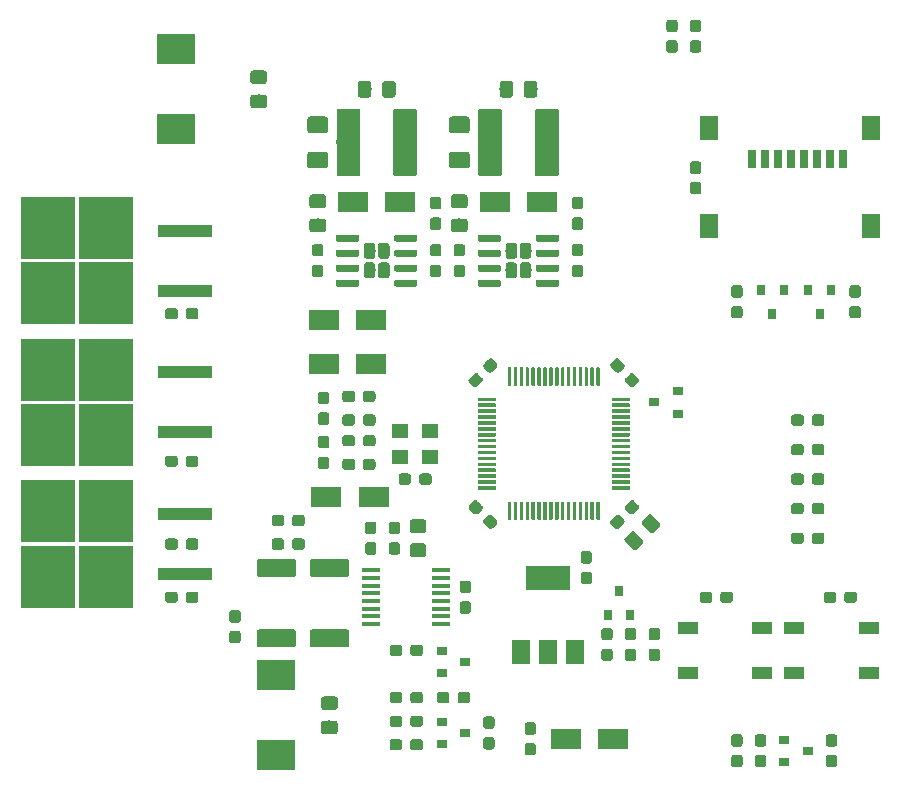
<source format=gtp>
G04 #@! TF.GenerationSoftware,KiCad,Pcbnew,(5.1.4)-1*
G04 #@! TF.CreationDate,2020-09-24T22:51:37-04:00*
G04 #@! TF.ProjectId,EBoard Sidecar,45426f61-7264-4205-9369-64656361722e,rev?*
G04 #@! TF.SameCoordinates,Original*
G04 #@! TF.FileFunction,Paste,Top*
G04 #@! TF.FilePolarity,Positive*
%FSLAX46Y46*%
G04 Gerber Fmt 4.6, Leading zero omitted, Abs format (unit mm)*
G04 Created by KiCad (PCBNEW (5.1.4)-1) date 2020-09-24 22:51:37*
%MOMM*%
%LPD*%
G04 APERTURE LIST*
%ADD10C,0.100000*%
%ADD11C,0.950000*%
%ADD12R,2.500000X1.800000*%
%ADD13R,1.400000X1.200000*%
%ADD14C,0.600000*%
%ADD15C,0.970000*%
%ADD16R,1.500000X0.450000*%
%ADD17C,0.300000*%
%ADD18R,1.500000X2.000000*%
%ADD19R,3.800000X2.000000*%
%ADD20R,1.700000X1.000000*%
%ADD21C,1.525000*%
%ADD22C,1.425000*%
%ADD23R,4.550000X5.250000*%
%ADD24R,4.600001X1.100000*%
%ADD25R,4.600000X1.100000*%
%ADD26R,0.900000X0.800000*%
%ADD27C,2.000000*%
%ADD28R,0.800000X1.500000*%
%ADD29R,1.500000X2.050000*%
%ADD30R,0.800000X0.900000*%
%ADD31R,3.300000X2.500000*%
%ADD32C,1.150000*%
G04 APERTURE END LIST*
D10*
G36*
X129435779Y-111026144D02*
G01*
X129458834Y-111029563D01*
X129481443Y-111035227D01*
X129503387Y-111043079D01*
X129524457Y-111053044D01*
X129544448Y-111065026D01*
X129563168Y-111078910D01*
X129580438Y-111094562D01*
X129596090Y-111111832D01*
X129609974Y-111130552D01*
X129621956Y-111150543D01*
X129631921Y-111171613D01*
X129639773Y-111193557D01*
X129645437Y-111216166D01*
X129648856Y-111239221D01*
X129650000Y-111262500D01*
X129650000Y-111737500D01*
X129648856Y-111760779D01*
X129645437Y-111783834D01*
X129639773Y-111806443D01*
X129631921Y-111828387D01*
X129621956Y-111849457D01*
X129609974Y-111869448D01*
X129596090Y-111888168D01*
X129580438Y-111905438D01*
X129563168Y-111921090D01*
X129544448Y-111934974D01*
X129524457Y-111946956D01*
X129503387Y-111956921D01*
X129481443Y-111964773D01*
X129458834Y-111970437D01*
X129435779Y-111973856D01*
X129412500Y-111975000D01*
X128837500Y-111975000D01*
X128814221Y-111973856D01*
X128791166Y-111970437D01*
X128768557Y-111964773D01*
X128746613Y-111956921D01*
X128725543Y-111946956D01*
X128705552Y-111934974D01*
X128686832Y-111921090D01*
X128669562Y-111905438D01*
X128653910Y-111888168D01*
X128640026Y-111869448D01*
X128628044Y-111849457D01*
X128618079Y-111828387D01*
X128610227Y-111806443D01*
X128604563Y-111783834D01*
X128601144Y-111760779D01*
X128600000Y-111737500D01*
X128600000Y-111262500D01*
X128601144Y-111239221D01*
X128604563Y-111216166D01*
X128610227Y-111193557D01*
X128618079Y-111171613D01*
X128628044Y-111150543D01*
X128640026Y-111130552D01*
X128653910Y-111111832D01*
X128669562Y-111094562D01*
X128686832Y-111078910D01*
X128705552Y-111065026D01*
X128725543Y-111053044D01*
X128746613Y-111043079D01*
X128768557Y-111035227D01*
X128791166Y-111029563D01*
X128814221Y-111026144D01*
X128837500Y-111025000D01*
X129412500Y-111025000D01*
X129435779Y-111026144D01*
X129435779Y-111026144D01*
G37*
D11*
X129125000Y-111500000D03*
D10*
G36*
X131185779Y-111026144D02*
G01*
X131208834Y-111029563D01*
X131231443Y-111035227D01*
X131253387Y-111043079D01*
X131274457Y-111053044D01*
X131294448Y-111065026D01*
X131313168Y-111078910D01*
X131330438Y-111094562D01*
X131346090Y-111111832D01*
X131359974Y-111130552D01*
X131371956Y-111150543D01*
X131381921Y-111171613D01*
X131389773Y-111193557D01*
X131395437Y-111216166D01*
X131398856Y-111239221D01*
X131400000Y-111262500D01*
X131400000Y-111737500D01*
X131398856Y-111760779D01*
X131395437Y-111783834D01*
X131389773Y-111806443D01*
X131381921Y-111828387D01*
X131371956Y-111849457D01*
X131359974Y-111869448D01*
X131346090Y-111888168D01*
X131330438Y-111905438D01*
X131313168Y-111921090D01*
X131294448Y-111934974D01*
X131274457Y-111946956D01*
X131253387Y-111956921D01*
X131231443Y-111964773D01*
X131208834Y-111970437D01*
X131185779Y-111973856D01*
X131162500Y-111975000D01*
X130587500Y-111975000D01*
X130564221Y-111973856D01*
X130541166Y-111970437D01*
X130518557Y-111964773D01*
X130496613Y-111956921D01*
X130475543Y-111946956D01*
X130455552Y-111934974D01*
X130436832Y-111921090D01*
X130419562Y-111905438D01*
X130403910Y-111888168D01*
X130390026Y-111869448D01*
X130378044Y-111849457D01*
X130368079Y-111828387D01*
X130360227Y-111806443D01*
X130354563Y-111783834D01*
X130351144Y-111760779D01*
X130350000Y-111737500D01*
X130350000Y-111262500D01*
X130351144Y-111239221D01*
X130354563Y-111216166D01*
X130360227Y-111193557D01*
X130368079Y-111171613D01*
X130378044Y-111150543D01*
X130390026Y-111130552D01*
X130403910Y-111111832D01*
X130419562Y-111094562D01*
X130436832Y-111078910D01*
X130455552Y-111065026D01*
X130475543Y-111053044D01*
X130496613Y-111043079D01*
X130518557Y-111035227D01*
X130541166Y-111029563D01*
X130564221Y-111026144D01*
X130587500Y-111025000D01*
X131162500Y-111025000D01*
X131185779Y-111026144D01*
X131185779Y-111026144D01*
G37*
D11*
X130875000Y-111500000D03*
D10*
G36*
X127260779Y-110851144D02*
G01*
X127283834Y-110854563D01*
X127306443Y-110860227D01*
X127328387Y-110868079D01*
X127349457Y-110878044D01*
X127369448Y-110890026D01*
X127388168Y-110903910D01*
X127405438Y-110919562D01*
X127421090Y-110936832D01*
X127434974Y-110955552D01*
X127446956Y-110975543D01*
X127456921Y-110996613D01*
X127464773Y-111018557D01*
X127470437Y-111041166D01*
X127473856Y-111064221D01*
X127475000Y-111087500D01*
X127475000Y-111662500D01*
X127473856Y-111685779D01*
X127470437Y-111708834D01*
X127464773Y-111731443D01*
X127456921Y-111753387D01*
X127446956Y-111774457D01*
X127434974Y-111794448D01*
X127421090Y-111813168D01*
X127405438Y-111830438D01*
X127388168Y-111846090D01*
X127369448Y-111859974D01*
X127349457Y-111871956D01*
X127328387Y-111881921D01*
X127306443Y-111889773D01*
X127283834Y-111895437D01*
X127260779Y-111898856D01*
X127237500Y-111900000D01*
X126762500Y-111900000D01*
X126739221Y-111898856D01*
X126716166Y-111895437D01*
X126693557Y-111889773D01*
X126671613Y-111881921D01*
X126650543Y-111871956D01*
X126630552Y-111859974D01*
X126611832Y-111846090D01*
X126594562Y-111830438D01*
X126578910Y-111813168D01*
X126565026Y-111794448D01*
X126553044Y-111774457D01*
X126543079Y-111753387D01*
X126535227Y-111731443D01*
X126529563Y-111708834D01*
X126526144Y-111685779D01*
X126525000Y-111662500D01*
X126525000Y-111087500D01*
X126526144Y-111064221D01*
X126529563Y-111041166D01*
X126535227Y-111018557D01*
X126543079Y-110996613D01*
X126553044Y-110975543D01*
X126565026Y-110955552D01*
X126578910Y-110936832D01*
X126594562Y-110919562D01*
X126611832Y-110903910D01*
X126630552Y-110890026D01*
X126650543Y-110878044D01*
X126671613Y-110868079D01*
X126693557Y-110860227D01*
X126716166Y-110854563D01*
X126739221Y-110851144D01*
X126762500Y-110850000D01*
X127237500Y-110850000D01*
X127260779Y-110851144D01*
X127260779Y-110851144D01*
G37*
D11*
X127000000Y-111375000D03*
D10*
G36*
X127260779Y-109101144D02*
G01*
X127283834Y-109104563D01*
X127306443Y-109110227D01*
X127328387Y-109118079D01*
X127349457Y-109128044D01*
X127369448Y-109140026D01*
X127388168Y-109153910D01*
X127405438Y-109169562D01*
X127421090Y-109186832D01*
X127434974Y-109205552D01*
X127446956Y-109225543D01*
X127456921Y-109246613D01*
X127464773Y-109268557D01*
X127470437Y-109291166D01*
X127473856Y-109314221D01*
X127475000Y-109337500D01*
X127475000Y-109912500D01*
X127473856Y-109935779D01*
X127470437Y-109958834D01*
X127464773Y-109981443D01*
X127456921Y-110003387D01*
X127446956Y-110024457D01*
X127434974Y-110044448D01*
X127421090Y-110063168D01*
X127405438Y-110080438D01*
X127388168Y-110096090D01*
X127369448Y-110109974D01*
X127349457Y-110121956D01*
X127328387Y-110131921D01*
X127306443Y-110139773D01*
X127283834Y-110145437D01*
X127260779Y-110148856D01*
X127237500Y-110150000D01*
X126762500Y-110150000D01*
X126739221Y-110148856D01*
X126716166Y-110145437D01*
X126693557Y-110139773D01*
X126671613Y-110131921D01*
X126650543Y-110121956D01*
X126630552Y-110109974D01*
X126611832Y-110096090D01*
X126594562Y-110080438D01*
X126578910Y-110063168D01*
X126565026Y-110044448D01*
X126553044Y-110024457D01*
X126543079Y-110003387D01*
X126535227Y-109981443D01*
X126529563Y-109958834D01*
X126526144Y-109935779D01*
X126525000Y-109912500D01*
X126525000Y-109337500D01*
X126526144Y-109314221D01*
X126529563Y-109291166D01*
X126535227Y-109268557D01*
X126543079Y-109246613D01*
X126553044Y-109225543D01*
X126565026Y-109205552D01*
X126578910Y-109186832D01*
X126594562Y-109169562D01*
X126611832Y-109153910D01*
X126630552Y-109140026D01*
X126650543Y-109128044D01*
X126671613Y-109118079D01*
X126693557Y-109110227D01*
X126716166Y-109104563D01*
X126739221Y-109101144D01*
X126762500Y-109100000D01*
X127237500Y-109100000D01*
X127260779Y-109101144D01*
X127260779Y-109101144D01*
G37*
D11*
X127000000Y-109625000D03*
D12*
X127000000Y-106750000D03*
X131000000Y-106750000D03*
D10*
G36*
X131185779Y-109026144D02*
G01*
X131208834Y-109029563D01*
X131231443Y-109035227D01*
X131253387Y-109043079D01*
X131274457Y-109053044D01*
X131294448Y-109065026D01*
X131313168Y-109078910D01*
X131330438Y-109094562D01*
X131346090Y-109111832D01*
X131359974Y-109130552D01*
X131371956Y-109150543D01*
X131381921Y-109171613D01*
X131389773Y-109193557D01*
X131395437Y-109216166D01*
X131398856Y-109239221D01*
X131400000Y-109262500D01*
X131400000Y-109737500D01*
X131398856Y-109760779D01*
X131395437Y-109783834D01*
X131389773Y-109806443D01*
X131381921Y-109828387D01*
X131371956Y-109849457D01*
X131359974Y-109869448D01*
X131346090Y-109888168D01*
X131330438Y-109905438D01*
X131313168Y-109921090D01*
X131294448Y-109934974D01*
X131274457Y-109946956D01*
X131253387Y-109956921D01*
X131231443Y-109964773D01*
X131208834Y-109970437D01*
X131185779Y-109973856D01*
X131162500Y-109975000D01*
X130587500Y-109975000D01*
X130564221Y-109973856D01*
X130541166Y-109970437D01*
X130518557Y-109964773D01*
X130496613Y-109956921D01*
X130475543Y-109946956D01*
X130455552Y-109934974D01*
X130436832Y-109921090D01*
X130419562Y-109905438D01*
X130403910Y-109888168D01*
X130390026Y-109869448D01*
X130378044Y-109849457D01*
X130368079Y-109828387D01*
X130360227Y-109806443D01*
X130354563Y-109783834D01*
X130351144Y-109760779D01*
X130350000Y-109737500D01*
X130350000Y-109262500D01*
X130351144Y-109239221D01*
X130354563Y-109216166D01*
X130360227Y-109193557D01*
X130368079Y-109171613D01*
X130378044Y-109150543D01*
X130390026Y-109130552D01*
X130403910Y-109111832D01*
X130419562Y-109094562D01*
X130436832Y-109078910D01*
X130455552Y-109065026D01*
X130475543Y-109053044D01*
X130496613Y-109043079D01*
X130518557Y-109035227D01*
X130541166Y-109029563D01*
X130564221Y-109026144D01*
X130587500Y-109025000D01*
X131162500Y-109025000D01*
X131185779Y-109026144D01*
X131185779Y-109026144D01*
G37*
D11*
X130875000Y-109500000D03*
D10*
G36*
X129435779Y-109026144D02*
G01*
X129458834Y-109029563D01*
X129481443Y-109035227D01*
X129503387Y-109043079D01*
X129524457Y-109053044D01*
X129544448Y-109065026D01*
X129563168Y-109078910D01*
X129580438Y-109094562D01*
X129596090Y-109111832D01*
X129609974Y-109130552D01*
X129621956Y-109150543D01*
X129631921Y-109171613D01*
X129639773Y-109193557D01*
X129645437Y-109216166D01*
X129648856Y-109239221D01*
X129650000Y-109262500D01*
X129650000Y-109737500D01*
X129648856Y-109760779D01*
X129645437Y-109783834D01*
X129639773Y-109806443D01*
X129631921Y-109828387D01*
X129621956Y-109849457D01*
X129609974Y-109869448D01*
X129596090Y-109888168D01*
X129580438Y-109905438D01*
X129563168Y-109921090D01*
X129544448Y-109934974D01*
X129524457Y-109946956D01*
X129503387Y-109956921D01*
X129481443Y-109964773D01*
X129458834Y-109970437D01*
X129435779Y-109973856D01*
X129412500Y-109975000D01*
X128837500Y-109975000D01*
X128814221Y-109973856D01*
X128791166Y-109970437D01*
X128768557Y-109964773D01*
X128746613Y-109956921D01*
X128725543Y-109946956D01*
X128705552Y-109934974D01*
X128686832Y-109921090D01*
X128669562Y-109905438D01*
X128653910Y-109888168D01*
X128640026Y-109869448D01*
X128628044Y-109849457D01*
X128618079Y-109828387D01*
X128610227Y-109806443D01*
X128604563Y-109783834D01*
X128601144Y-109760779D01*
X128600000Y-109737500D01*
X128600000Y-109262500D01*
X128601144Y-109239221D01*
X128604563Y-109216166D01*
X128610227Y-109193557D01*
X128618079Y-109171613D01*
X128628044Y-109150543D01*
X128640026Y-109130552D01*
X128653910Y-109111832D01*
X128669562Y-109094562D01*
X128686832Y-109078910D01*
X128705552Y-109065026D01*
X128725543Y-109053044D01*
X128746613Y-109043079D01*
X128768557Y-109035227D01*
X128791166Y-109029563D01*
X128814221Y-109026144D01*
X128837500Y-109025000D01*
X129412500Y-109025000D01*
X129435779Y-109026144D01*
X129435779Y-109026144D01*
G37*
D11*
X129125000Y-109500000D03*
D10*
G36*
X167435779Y-113526144D02*
G01*
X167458834Y-113529563D01*
X167481443Y-113535227D01*
X167503387Y-113543079D01*
X167524457Y-113553044D01*
X167544448Y-113565026D01*
X167563168Y-113578910D01*
X167580438Y-113594562D01*
X167596090Y-113611832D01*
X167609974Y-113630552D01*
X167621956Y-113650543D01*
X167631921Y-113671613D01*
X167639773Y-113693557D01*
X167645437Y-113716166D01*
X167648856Y-113739221D01*
X167650000Y-113762500D01*
X167650000Y-114237500D01*
X167648856Y-114260779D01*
X167645437Y-114283834D01*
X167639773Y-114306443D01*
X167631921Y-114328387D01*
X167621956Y-114349457D01*
X167609974Y-114369448D01*
X167596090Y-114388168D01*
X167580438Y-114405438D01*
X167563168Y-114421090D01*
X167544448Y-114434974D01*
X167524457Y-114446956D01*
X167503387Y-114456921D01*
X167481443Y-114464773D01*
X167458834Y-114470437D01*
X167435779Y-114473856D01*
X167412500Y-114475000D01*
X166837500Y-114475000D01*
X166814221Y-114473856D01*
X166791166Y-114470437D01*
X166768557Y-114464773D01*
X166746613Y-114456921D01*
X166725543Y-114446956D01*
X166705552Y-114434974D01*
X166686832Y-114421090D01*
X166669562Y-114405438D01*
X166653910Y-114388168D01*
X166640026Y-114369448D01*
X166628044Y-114349457D01*
X166618079Y-114328387D01*
X166610227Y-114306443D01*
X166604563Y-114283834D01*
X166601144Y-114260779D01*
X166600000Y-114237500D01*
X166600000Y-113762500D01*
X166601144Y-113739221D01*
X166604563Y-113716166D01*
X166610227Y-113693557D01*
X166618079Y-113671613D01*
X166628044Y-113650543D01*
X166640026Y-113630552D01*
X166653910Y-113611832D01*
X166669562Y-113594562D01*
X166686832Y-113578910D01*
X166705552Y-113565026D01*
X166725543Y-113553044D01*
X166746613Y-113543079D01*
X166768557Y-113535227D01*
X166791166Y-113529563D01*
X166814221Y-113526144D01*
X166837500Y-113525000D01*
X167412500Y-113525000D01*
X167435779Y-113526144D01*
X167435779Y-113526144D01*
G37*
D11*
X167125000Y-114000000D03*
D10*
G36*
X169185779Y-113526144D02*
G01*
X169208834Y-113529563D01*
X169231443Y-113535227D01*
X169253387Y-113543079D01*
X169274457Y-113553044D01*
X169294448Y-113565026D01*
X169313168Y-113578910D01*
X169330438Y-113594562D01*
X169346090Y-113611832D01*
X169359974Y-113630552D01*
X169371956Y-113650543D01*
X169381921Y-113671613D01*
X169389773Y-113693557D01*
X169395437Y-113716166D01*
X169398856Y-113739221D01*
X169400000Y-113762500D01*
X169400000Y-114237500D01*
X169398856Y-114260779D01*
X169395437Y-114283834D01*
X169389773Y-114306443D01*
X169381921Y-114328387D01*
X169371956Y-114349457D01*
X169359974Y-114369448D01*
X169346090Y-114388168D01*
X169330438Y-114405438D01*
X169313168Y-114421090D01*
X169294448Y-114434974D01*
X169274457Y-114446956D01*
X169253387Y-114456921D01*
X169231443Y-114464773D01*
X169208834Y-114470437D01*
X169185779Y-114473856D01*
X169162500Y-114475000D01*
X168587500Y-114475000D01*
X168564221Y-114473856D01*
X168541166Y-114470437D01*
X168518557Y-114464773D01*
X168496613Y-114456921D01*
X168475543Y-114446956D01*
X168455552Y-114434974D01*
X168436832Y-114421090D01*
X168419562Y-114405438D01*
X168403910Y-114388168D01*
X168390026Y-114369448D01*
X168378044Y-114349457D01*
X168368079Y-114328387D01*
X168360227Y-114306443D01*
X168354563Y-114283834D01*
X168351144Y-114260779D01*
X168350000Y-114237500D01*
X168350000Y-113762500D01*
X168351144Y-113739221D01*
X168354563Y-113716166D01*
X168360227Y-113693557D01*
X168368079Y-113671613D01*
X168378044Y-113650543D01*
X168390026Y-113630552D01*
X168403910Y-113611832D01*
X168419562Y-113594562D01*
X168436832Y-113578910D01*
X168455552Y-113565026D01*
X168475543Y-113553044D01*
X168496613Y-113543079D01*
X168518557Y-113535227D01*
X168541166Y-113529563D01*
X168564221Y-113526144D01*
X168587500Y-113525000D01*
X169162500Y-113525000D01*
X169185779Y-113526144D01*
X169185779Y-113526144D01*
G37*
D11*
X168875000Y-114000000D03*
D10*
G36*
X167435779Y-116026144D02*
G01*
X167458834Y-116029563D01*
X167481443Y-116035227D01*
X167503387Y-116043079D01*
X167524457Y-116053044D01*
X167544448Y-116065026D01*
X167563168Y-116078910D01*
X167580438Y-116094562D01*
X167596090Y-116111832D01*
X167609974Y-116130552D01*
X167621956Y-116150543D01*
X167631921Y-116171613D01*
X167639773Y-116193557D01*
X167645437Y-116216166D01*
X167648856Y-116239221D01*
X167650000Y-116262500D01*
X167650000Y-116737500D01*
X167648856Y-116760779D01*
X167645437Y-116783834D01*
X167639773Y-116806443D01*
X167631921Y-116828387D01*
X167621956Y-116849457D01*
X167609974Y-116869448D01*
X167596090Y-116888168D01*
X167580438Y-116905438D01*
X167563168Y-116921090D01*
X167544448Y-116934974D01*
X167524457Y-116946956D01*
X167503387Y-116956921D01*
X167481443Y-116964773D01*
X167458834Y-116970437D01*
X167435779Y-116973856D01*
X167412500Y-116975000D01*
X166837500Y-116975000D01*
X166814221Y-116973856D01*
X166791166Y-116970437D01*
X166768557Y-116964773D01*
X166746613Y-116956921D01*
X166725543Y-116946956D01*
X166705552Y-116934974D01*
X166686832Y-116921090D01*
X166669562Y-116905438D01*
X166653910Y-116888168D01*
X166640026Y-116869448D01*
X166628044Y-116849457D01*
X166618079Y-116828387D01*
X166610227Y-116806443D01*
X166604563Y-116783834D01*
X166601144Y-116760779D01*
X166600000Y-116737500D01*
X166600000Y-116262500D01*
X166601144Y-116239221D01*
X166604563Y-116216166D01*
X166610227Y-116193557D01*
X166618079Y-116171613D01*
X166628044Y-116150543D01*
X166640026Y-116130552D01*
X166653910Y-116111832D01*
X166669562Y-116094562D01*
X166686832Y-116078910D01*
X166705552Y-116065026D01*
X166725543Y-116053044D01*
X166746613Y-116043079D01*
X166768557Y-116035227D01*
X166791166Y-116029563D01*
X166814221Y-116026144D01*
X166837500Y-116025000D01*
X167412500Y-116025000D01*
X167435779Y-116026144D01*
X167435779Y-116026144D01*
G37*
D11*
X167125000Y-116500000D03*
D10*
G36*
X169185779Y-116026144D02*
G01*
X169208834Y-116029563D01*
X169231443Y-116035227D01*
X169253387Y-116043079D01*
X169274457Y-116053044D01*
X169294448Y-116065026D01*
X169313168Y-116078910D01*
X169330438Y-116094562D01*
X169346090Y-116111832D01*
X169359974Y-116130552D01*
X169371956Y-116150543D01*
X169381921Y-116171613D01*
X169389773Y-116193557D01*
X169395437Y-116216166D01*
X169398856Y-116239221D01*
X169400000Y-116262500D01*
X169400000Y-116737500D01*
X169398856Y-116760779D01*
X169395437Y-116783834D01*
X169389773Y-116806443D01*
X169381921Y-116828387D01*
X169371956Y-116849457D01*
X169359974Y-116869448D01*
X169346090Y-116888168D01*
X169330438Y-116905438D01*
X169313168Y-116921090D01*
X169294448Y-116934974D01*
X169274457Y-116946956D01*
X169253387Y-116956921D01*
X169231443Y-116964773D01*
X169208834Y-116970437D01*
X169185779Y-116973856D01*
X169162500Y-116975000D01*
X168587500Y-116975000D01*
X168564221Y-116973856D01*
X168541166Y-116970437D01*
X168518557Y-116964773D01*
X168496613Y-116956921D01*
X168475543Y-116946956D01*
X168455552Y-116934974D01*
X168436832Y-116921090D01*
X168419562Y-116905438D01*
X168403910Y-116888168D01*
X168390026Y-116869448D01*
X168378044Y-116849457D01*
X168368079Y-116828387D01*
X168360227Y-116806443D01*
X168354563Y-116783834D01*
X168351144Y-116760779D01*
X168350000Y-116737500D01*
X168350000Y-116262500D01*
X168351144Y-116239221D01*
X168354563Y-116216166D01*
X168360227Y-116193557D01*
X168368079Y-116171613D01*
X168378044Y-116150543D01*
X168390026Y-116130552D01*
X168403910Y-116111832D01*
X168419562Y-116094562D01*
X168436832Y-116078910D01*
X168455552Y-116065026D01*
X168475543Y-116053044D01*
X168496613Y-116043079D01*
X168518557Y-116035227D01*
X168541166Y-116029563D01*
X168564221Y-116026144D01*
X168587500Y-116025000D01*
X169162500Y-116025000D01*
X169185779Y-116026144D01*
X169185779Y-116026144D01*
G37*
D11*
X168875000Y-116500000D03*
D10*
G36*
X167435779Y-118526144D02*
G01*
X167458834Y-118529563D01*
X167481443Y-118535227D01*
X167503387Y-118543079D01*
X167524457Y-118553044D01*
X167544448Y-118565026D01*
X167563168Y-118578910D01*
X167580438Y-118594562D01*
X167596090Y-118611832D01*
X167609974Y-118630552D01*
X167621956Y-118650543D01*
X167631921Y-118671613D01*
X167639773Y-118693557D01*
X167645437Y-118716166D01*
X167648856Y-118739221D01*
X167650000Y-118762500D01*
X167650000Y-119237500D01*
X167648856Y-119260779D01*
X167645437Y-119283834D01*
X167639773Y-119306443D01*
X167631921Y-119328387D01*
X167621956Y-119349457D01*
X167609974Y-119369448D01*
X167596090Y-119388168D01*
X167580438Y-119405438D01*
X167563168Y-119421090D01*
X167544448Y-119434974D01*
X167524457Y-119446956D01*
X167503387Y-119456921D01*
X167481443Y-119464773D01*
X167458834Y-119470437D01*
X167435779Y-119473856D01*
X167412500Y-119475000D01*
X166837500Y-119475000D01*
X166814221Y-119473856D01*
X166791166Y-119470437D01*
X166768557Y-119464773D01*
X166746613Y-119456921D01*
X166725543Y-119446956D01*
X166705552Y-119434974D01*
X166686832Y-119421090D01*
X166669562Y-119405438D01*
X166653910Y-119388168D01*
X166640026Y-119369448D01*
X166628044Y-119349457D01*
X166618079Y-119328387D01*
X166610227Y-119306443D01*
X166604563Y-119283834D01*
X166601144Y-119260779D01*
X166600000Y-119237500D01*
X166600000Y-118762500D01*
X166601144Y-118739221D01*
X166604563Y-118716166D01*
X166610227Y-118693557D01*
X166618079Y-118671613D01*
X166628044Y-118650543D01*
X166640026Y-118630552D01*
X166653910Y-118611832D01*
X166669562Y-118594562D01*
X166686832Y-118578910D01*
X166705552Y-118565026D01*
X166725543Y-118553044D01*
X166746613Y-118543079D01*
X166768557Y-118535227D01*
X166791166Y-118529563D01*
X166814221Y-118526144D01*
X166837500Y-118525000D01*
X167412500Y-118525000D01*
X167435779Y-118526144D01*
X167435779Y-118526144D01*
G37*
D11*
X167125000Y-119000000D03*
D10*
G36*
X169185779Y-118526144D02*
G01*
X169208834Y-118529563D01*
X169231443Y-118535227D01*
X169253387Y-118543079D01*
X169274457Y-118553044D01*
X169294448Y-118565026D01*
X169313168Y-118578910D01*
X169330438Y-118594562D01*
X169346090Y-118611832D01*
X169359974Y-118630552D01*
X169371956Y-118650543D01*
X169381921Y-118671613D01*
X169389773Y-118693557D01*
X169395437Y-118716166D01*
X169398856Y-118739221D01*
X169400000Y-118762500D01*
X169400000Y-119237500D01*
X169398856Y-119260779D01*
X169395437Y-119283834D01*
X169389773Y-119306443D01*
X169381921Y-119328387D01*
X169371956Y-119349457D01*
X169359974Y-119369448D01*
X169346090Y-119388168D01*
X169330438Y-119405438D01*
X169313168Y-119421090D01*
X169294448Y-119434974D01*
X169274457Y-119446956D01*
X169253387Y-119456921D01*
X169231443Y-119464773D01*
X169208834Y-119470437D01*
X169185779Y-119473856D01*
X169162500Y-119475000D01*
X168587500Y-119475000D01*
X168564221Y-119473856D01*
X168541166Y-119470437D01*
X168518557Y-119464773D01*
X168496613Y-119456921D01*
X168475543Y-119446956D01*
X168455552Y-119434974D01*
X168436832Y-119421090D01*
X168419562Y-119405438D01*
X168403910Y-119388168D01*
X168390026Y-119369448D01*
X168378044Y-119349457D01*
X168368079Y-119328387D01*
X168360227Y-119306443D01*
X168354563Y-119283834D01*
X168351144Y-119260779D01*
X168350000Y-119237500D01*
X168350000Y-118762500D01*
X168351144Y-118739221D01*
X168354563Y-118716166D01*
X168360227Y-118693557D01*
X168368079Y-118671613D01*
X168378044Y-118650543D01*
X168390026Y-118630552D01*
X168403910Y-118611832D01*
X168419562Y-118594562D01*
X168436832Y-118578910D01*
X168455552Y-118565026D01*
X168475543Y-118553044D01*
X168496613Y-118543079D01*
X168518557Y-118535227D01*
X168541166Y-118529563D01*
X168564221Y-118526144D01*
X168587500Y-118525000D01*
X169162500Y-118525000D01*
X169185779Y-118526144D01*
X169185779Y-118526144D01*
G37*
D11*
X168875000Y-119000000D03*
D10*
G36*
X167435779Y-121026144D02*
G01*
X167458834Y-121029563D01*
X167481443Y-121035227D01*
X167503387Y-121043079D01*
X167524457Y-121053044D01*
X167544448Y-121065026D01*
X167563168Y-121078910D01*
X167580438Y-121094562D01*
X167596090Y-121111832D01*
X167609974Y-121130552D01*
X167621956Y-121150543D01*
X167631921Y-121171613D01*
X167639773Y-121193557D01*
X167645437Y-121216166D01*
X167648856Y-121239221D01*
X167650000Y-121262500D01*
X167650000Y-121737500D01*
X167648856Y-121760779D01*
X167645437Y-121783834D01*
X167639773Y-121806443D01*
X167631921Y-121828387D01*
X167621956Y-121849457D01*
X167609974Y-121869448D01*
X167596090Y-121888168D01*
X167580438Y-121905438D01*
X167563168Y-121921090D01*
X167544448Y-121934974D01*
X167524457Y-121946956D01*
X167503387Y-121956921D01*
X167481443Y-121964773D01*
X167458834Y-121970437D01*
X167435779Y-121973856D01*
X167412500Y-121975000D01*
X166837500Y-121975000D01*
X166814221Y-121973856D01*
X166791166Y-121970437D01*
X166768557Y-121964773D01*
X166746613Y-121956921D01*
X166725543Y-121946956D01*
X166705552Y-121934974D01*
X166686832Y-121921090D01*
X166669562Y-121905438D01*
X166653910Y-121888168D01*
X166640026Y-121869448D01*
X166628044Y-121849457D01*
X166618079Y-121828387D01*
X166610227Y-121806443D01*
X166604563Y-121783834D01*
X166601144Y-121760779D01*
X166600000Y-121737500D01*
X166600000Y-121262500D01*
X166601144Y-121239221D01*
X166604563Y-121216166D01*
X166610227Y-121193557D01*
X166618079Y-121171613D01*
X166628044Y-121150543D01*
X166640026Y-121130552D01*
X166653910Y-121111832D01*
X166669562Y-121094562D01*
X166686832Y-121078910D01*
X166705552Y-121065026D01*
X166725543Y-121053044D01*
X166746613Y-121043079D01*
X166768557Y-121035227D01*
X166791166Y-121029563D01*
X166814221Y-121026144D01*
X166837500Y-121025000D01*
X167412500Y-121025000D01*
X167435779Y-121026144D01*
X167435779Y-121026144D01*
G37*
D11*
X167125000Y-121500000D03*
D10*
G36*
X169185779Y-121026144D02*
G01*
X169208834Y-121029563D01*
X169231443Y-121035227D01*
X169253387Y-121043079D01*
X169274457Y-121053044D01*
X169294448Y-121065026D01*
X169313168Y-121078910D01*
X169330438Y-121094562D01*
X169346090Y-121111832D01*
X169359974Y-121130552D01*
X169371956Y-121150543D01*
X169381921Y-121171613D01*
X169389773Y-121193557D01*
X169395437Y-121216166D01*
X169398856Y-121239221D01*
X169400000Y-121262500D01*
X169400000Y-121737500D01*
X169398856Y-121760779D01*
X169395437Y-121783834D01*
X169389773Y-121806443D01*
X169381921Y-121828387D01*
X169371956Y-121849457D01*
X169359974Y-121869448D01*
X169346090Y-121888168D01*
X169330438Y-121905438D01*
X169313168Y-121921090D01*
X169294448Y-121934974D01*
X169274457Y-121946956D01*
X169253387Y-121956921D01*
X169231443Y-121964773D01*
X169208834Y-121970437D01*
X169185779Y-121973856D01*
X169162500Y-121975000D01*
X168587500Y-121975000D01*
X168564221Y-121973856D01*
X168541166Y-121970437D01*
X168518557Y-121964773D01*
X168496613Y-121956921D01*
X168475543Y-121946956D01*
X168455552Y-121934974D01*
X168436832Y-121921090D01*
X168419562Y-121905438D01*
X168403910Y-121888168D01*
X168390026Y-121869448D01*
X168378044Y-121849457D01*
X168368079Y-121828387D01*
X168360227Y-121806443D01*
X168354563Y-121783834D01*
X168351144Y-121760779D01*
X168350000Y-121737500D01*
X168350000Y-121262500D01*
X168351144Y-121239221D01*
X168354563Y-121216166D01*
X168360227Y-121193557D01*
X168368079Y-121171613D01*
X168378044Y-121150543D01*
X168390026Y-121130552D01*
X168403910Y-121111832D01*
X168419562Y-121094562D01*
X168436832Y-121078910D01*
X168455552Y-121065026D01*
X168475543Y-121053044D01*
X168496613Y-121043079D01*
X168518557Y-121035227D01*
X168541166Y-121029563D01*
X168564221Y-121026144D01*
X168587500Y-121025000D01*
X169162500Y-121025000D01*
X169185779Y-121026144D01*
X169185779Y-121026144D01*
G37*
D11*
X168875000Y-121500000D03*
D10*
G36*
X141106642Y-119511131D02*
G01*
X141129697Y-119514550D01*
X141152306Y-119520214D01*
X141174250Y-119528066D01*
X141195320Y-119538031D01*
X141215311Y-119550013D01*
X141234031Y-119563897D01*
X141251301Y-119579549D01*
X141657887Y-119986135D01*
X141673539Y-120003405D01*
X141687423Y-120022125D01*
X141699405Y-120042116D01*
X141709370Y-120063186D01*
X141717222Y-120085130D01*
X141722886Y-120107739D01*
X141726305Y-120130794D01*
X141727449Y-120154073D01*
X141726305Y-120177352D01*
X141722886Y-120200407D01*
X141717222Y-120223016D01*
X141709370Y-120244960D01*
X141699405Y-120266030D01*
X141687423Y-120286021D01*
X141673539Y-120304741D01*
X141657887Y-120322011D01*
X141322011Y-120657887D01*
X141304741Y-120673539D01*
X141286021Y-120687423D01*
X141266030Y-120699405D01*
X141244960Y-120709370D01*
X141223016Y-120717222D01*
X141200407Y-120722886D01*
X141177352Y-120726305D01*
X141154073Y-120727449D01*
X141130794Y-120726305D01*
X141107739Y-120722886D01*
X141085130Y-120717222D01*
X141063186Y-120709370D01*
X141042116Y-120699405D01*
X141022125Y-120687423D01*
X141003405Y-120673539D01*
X140986135Y-120657887D01*
X140579549Y-120251301D01*
X140563897Y-120234031D01*
X140550013Y-120215311D01*
X140538031Y-120195320D01*
X140528066Y-120174250D01*
X140520214Y-120152306D01*
X140514550Y-120129697D01*
X140511131Y-120106642D01*
X140509987Y-120083363D01*
X140511131Y-120060084D01*
X140514550Y-120037029D01*
X140520214Y-120014420D01*
X140528066Y-119992476D01*
X140538031Y-119971406D01*
X140550013Y-119951415D01*
X140563897Y-119932695D01*
X140579549Y-119915425D01*
X140915425Y-119579549D01*
X140932695Y-119563897D01*
X140951415Y-119550013D01*
X140971406Y-119538031D01*
X140992476Y-119528066D01*
X141014420Y-119520214D01*
X141037029Y-119514550D01*
X141060084Y-119511131D01*
X141083363Y-119509987D01*
X141106642Y-119511131D01*
X141106642Y-119511131D01*
G37*
D11*
X141118718Y-120118718D03*
D10*
G36*
X139869206Y-118273695D02*
G01*
X139892261Y-118277114D01*
X139914870Y-118282778D01*
X139936814Y-118290630D01*
X139957884Y-118300595D01*
X139977875Y-118312577D01*
X139996595Y-118326461D01*
X140013865Y-118342113D01*
X140420451Y-118748699D01*
X140436103Y-118765969D01*
X140449987Y-118784689D01*
X140461969Y-118804680D01*
X140471934Y-118825750D01*
X140479786Y-118847694D01*
X140485450Y-118870303D01*
X140488869Y-118893358D01*
X140490013Y-118916637D01*
X140488869Y-118939916D01*
X140485450Y-118962971D01*
X140479786Y-118985580D01*
X140471934Y-119007524D01*
X140461969Y-119028594D01*
X140449987Y-119048585D01*
X140436103Y-119067305D01*
X140420451Y-119084575D01*
X140084575Y-119420451D01*
X140067305Y-119436103D01*
X140048585Y-119449987D01*
X140028594Y-119461969D01*
X140007524Y-119471934D01*
X139985580Y-119479786D01*
X139962971Y-119485450D01*
X139939916Y-119488869D01*
X139916637Y-119490013D01*
X139893358Y-119488869D01*
X139870303Y-119485450D01*
X139847694Y-119479786D01*
X139825750Y-119471934D01*
X139804680Y-119461969D01*
X139784689Y-119449987D01*
X139765969Y-119436103D01*
X139748699Y-119420451D01*
X139342113Y-119013865D01*
X139326461Y-118996595D01*
X139312577Y-118977875D01*
X139300595Y-118957884D01*
X139290630Y-118936814D01*
X139282778Y-118914870D01*
X139277114Y-118892261D01*
X139273695Y-118869206D01*
X139272551Y-118845927D01*
X139273695Y-118822648D01*
X139277114Y-118799593D01*
X139282778Y-118776984D01*
X139290630Y-118755040D01*
X139300595Y-118733970D01*
X139312577Y-118713979D01*
X139326461Y-118695259D01*
X139342113Y-118677989D01*
X139677989Y-118342113D01*
X139695259Y-118326461D01*
X139713979Y-118312577D01*
X139733970Y-118300595D01*
X139755040Y-118290630D01*
X139776984Y-118282778D01*
X139799593Y-118277114D01*
X139822648Y-118273695D01*
X139845927Y-118272551D01*
X139869206Y-118273695D01*
X139869206Y-118273695D01*
G37*
D11*
X139881282Y-118881282D03*
D13*
X133480000Y-112400000D03*
X136020000Y-112400000D03*
X136020000Y-114600000D03*
X133480000Y-114600000D03*
D10*
G36*
X135935779Y-116026144D02*
G01*
X135958834Y-116029563D01*
X135981443Y-116035227D01*
X136003387Y-116043079D01*
X136024457Y-116053044D01*
X136044448Y-116065026D01*
X136063168Y-116078910D01*
X136080438Y-116094562D01*
X136096090Y-116111832D01*
X136109974Y-116130552D01*
X136121956Y-116150543D01*
X136131921Y-116171613D01*
X136139773Y-116193557D01*
X136145437Y-116216166D01*
X136148856Y-116239221D01*
X136150000Y-116262500D01*
X136150000Y-116737500D01*
X136148856Y-116760779D01*
X136145437Y-116783834D01*
X136139773Y-116806443D01*
X136131921Y-116828387D01*
X136121956Y-116849457D01*
X136109974Y-116869448D01*
X136096090Y-116888168D01*
X136080438Y-116905438D01*
X136063168Y-116921090D01*
X136044448Y-116934974D01*
X136024457Y-116946956D01*
X136003387Y-116956921D01*
X135981443Y-116964773D01*
X135958834Y-116970437D01*
X135935779Y-116973856D01*
X135912500Y-116975000D01*
X135337500Y-116975000D01*
X135314221Y-116973856D01*
X135291166Y-116970437D01*
X135268557Y-116964773D01*
X135246613Y-116956921D01*
X135225543Y-116946956D01*
X135205552Y-116934974D01*
X135186832Y-116921090D01*
X135169562Y-116905438D01*
X135153910Y-116888168D01*
X135140026Y-116869448D01*
X135128044Y-116849457D01*
X135118079Y-116828387D01*
X135110227Y-116806443D01*
X135104563Y-116783834D01*
X135101144Y-116760779D01*
X135100000Y-116737500D01*
X135100000Y-116262500D01*
X135101144Y-116239221D01*
X135104563Y-116216166D01*
X135110227Y-116193557D01*
X135118079Y-116171613D01*
X135128044Y-116150543D01*
X135140026Y-116130552D01*
X135153910Y-116111832D01*
X135169562Y-116094562D01*
X135186832Y-116078910D01*
X135205552Y-116065026D01*
X135225543Y-116053044D01*
X135246613Y-116043079D01*
X135268557Y-116035227D01*
X135291166Y-116029563D01*
X135314221Y-116026144D01*
X135337500Y-116025000D01*
X135912500Y-116025000D01*
X135935779Y-116026144D01*
X135935779Y-116026144D01*
G37*
D11*
X135625000Y-116500000D03*
D10*
G36*
X134185779Y-116026144D02*
G01*
X134208834Y-116029563D01*
X134231443Y-116035227D01*
X134253387Y-116043079D01*
X134274457Y-116053044D01*
X134294448Y-116065026D01*
X134313168Y-116078910D01*
X134330438Y-116094562D01*
X134346090Y-116111832D01*
X134359974Y-116130552D01*
X134371956Y-116150543D01*
X134381921Y-116171613D01*
X134389773Y-116193557D01*
X134395437Y-116216166D01*
X134398856Y-116239221D01*
X134400000Y-116262500D01*
X134400000Y-116737500D01*
X134398856Y-116760779D01*
X134395437Y-116783834D01*
X134389773Y-116806443D01*
X134381921Y-116828387D01*
X134371956Y-116849457D01*
X134359974Y-116869448D01*
X134346090Y-116888168D01*
X134330438Y-116905438D01*
X134313168Y-116921090D01*
X134294448Y-116934974D01*
X134274457Y-116946956D01*
X134253387Y-116956921D01*
X134231443Y-116964773D01*
X134208834Y-116970437D01*
X134185779Y-116973856D01*
X134162500Y-116975000D01*
X133587500Y-116975000D01*
X133564221Y-116973856D01*
X133541166Y-116970437D01*
X133518557Y-116964773D01*
X133496613Y-116956921D01*
X133475543Y-116946956D01*
X133455552Y-116934974D01*
X133436832Y-116921090D01*
X133419562Y-116905438D01*
X133403910Y-116888168D01*
X133390026Y-116869448D01*
X133378044Y-116849457D01*
X133368079Y-116828387D01*
X133360227Y-116806443D01*
X133354563Y-116783834D01*
X133351144Y-116760779D01*
X133350000Y-116737500D01*
X133350000Y-116262500D01*
X133351144Y-116239221D01*
X133354563Y-116216166D01*
X133360227Y-116193557D01*
X133368079Y-116171613D01*
X133378044Y-116150543D01*
X133390026Y-116130552D01*
X133403910Y-116111832D01*
X133419562Y-116094562D01*
X133436832Y-116078910D01*
X133455552Y-116065026D01*
X133475543Y-116053044D01*
X133496613Y-116043079D01*
X133518557Y-116035227D01*
X133541166Y-116029563D01*
X133564221Y-116026144D01*
X133587500Y-116025000D01*
X134162500Y-116025000D01*
X134185779Y-116026144D01*
X134185779Y-116026144D01*
G37*
D11*
X133875000Y-116500000D03*
D10*
G36*
X146814703Y-95795722D02*
G01*
X146829264Y-95797882D01*
X146843543Y-95801459D01*
X146857403Y-95806418D01*
X146870710Y-95812712D01*
X146883336Y-95820280D01*
X146895159Y-95829048D01*
X146906066Y-95838934D01*
X146915952Y-95849841D01*
X146924720Y-95861664D01*
X146932288Y-95874290D01*
X146938582Y-95887597D01*
X146943541Y-95901457D01*
X146947118Y-95915736D01*
X146949278Y-95930297D01*
X146950000Y-95945000D01*
X146950000Y-96245000D01*
X146949278Y-96259703D01*
X146947118Y-96274264D01*
X146943541Y-96288543D01*
X146938582Y-96302403D01*
X146932288Y-96315710D01*
X146924720Y-96328336D01*
X146915952Y-96340159D01*
X146906066Y-96351066D01*
X146895159Y-96360952D01*
X146883336Y-96369720D01*
X146870710Y-96377288D01*
X146857403Y-96383582D01*
X146843543Y-96388541D01*
X146829264Y-96392118D01*
X146814703Y-96394278D01*
X146800000Y-96395000D01*
X145150000Y-96395000D01*
X145135297Y-96394278D01*
X145120736Y-96392118D01*
X145106457Y-96388541D01*
X145092597Y-96383582D01*
X145079290Y-96377288D01*
X145066664Y-96369720D01*
X145054841Y-96360952D01*
X145043934Y-96351066D01*
X145034048Y-96340159D01*
X145025280Y-96328336D01*
X145017712Y-96315710D01*
X145011418Y-96302403D01*
X145006459Y-96288543D01*
X145002882Y-96274264D01*
X145000722Y-96259703D01*
X145000000Y-96245000D01*
X145000000Y-95945000D01*
X145000722Y-95930297D01*
X145002882Y-95915736D01*
X145006459Y-95901457D01*
X145011418Y-95887597D01*
X145017712Y-95874290D01*
X145025280Y-95861664D01*
X145034048Y-95849841D01*
X145043934Y-95838934D01*
X145054841Y-95829048D01*
X145066664Y-95820280D01*
X145079290Y-95812712D01*
X145092597Y-95806418D01*
X145106457Y-95801459D01*
X145120736Y-95797882D01*
X145135297Y-95795722D01*
X145150000Y-95795000D01*
X146800000Y-95795000D01*
X146814703Y-95795722D01*
X146814703Y-95795722D01*
G37*
D14*
X145975000Y-96095000D03*
D10*
G36*
X146814703Y-97065722D02*
G01*
X146829264Y-97067882D01*
X146843543Y-97071459D01*
X146857403Y-97076418D01*
X146870710Y-97082712D01*
X146883336Y-97090280D01*
X146895159Y-97099048D01*
X146906066Y-97108934D01*
X146915952Y-97119841D01*
X146924720Y-97131664D01*
X146932288Y-97144290D01*
X146938582Y-97157597D01*
X146943541Y-97171457D01*
X146947118Y-97185736D01*
X146949278Y-97200297D01*
X146950000Y-97215000D01*
X146950000Y-97515000D01*
X146949278Y-97529703D01*
X146947118Y-97544264D01*
X146943541Y-97558543D01*
X146938582Y-97572403D01*
X146932288Y-97585710D01*
X146924720Y-97598336D01*
X146915952Y-97610159D01*
X146906066Y-97621066D01*
X146895159Y-97630952D01*
X146883336Y-97639720D01*
X146870710Y-97647288D01*
X146857403Y-97653582D01*
X146843543Y-97658541D01*
X146829264Y-97662118D01*
X146814703Y-97664278D01*
X146800000Y-97665000D01*
X145150000Y-97665000D01*
X145135297Y-97664278D01*
X145120736Y-97662118D01*
X145106457Y-97658541D01*
X145092597Y-97653582D01*
X145079290Y-97647288D01*
X145066664Y-97639720D01*
X145054841Y-97630952D01*
X145043934Y-97621066D01*
X145034048Y-97610159D01*
X145025280Y-97598336D01*
X145017712Y-97585710D01*
X145011418Y-97572403D01*
X145006459Y-97558543D01*
X145002882Y-97544264D01*
X145000722Y-97529703D01*
X145000000Y-97515000D01*
X145000000Y-97215000D01*
X145000722Y-97200297D01*
X145002882Y-97185736D01*
X145006459Y-97171457D01*
X145011418Y-97157597D01*
X145017712Y-97144290D01*
X145025280Y-97131664D01*
X145034048Y-97119841D01*
X145043934Y-97108934D01*
X145054841Y-97099048D01*
X145066664Y-97090280D01*
X145079290Y-97082712D01*
X145092597Y-97076418D01*
X145106457Y-97071459D01*
X145120736Y-97067882D01*
X145135297Y-97065722D01*
X145150000Y-97065000D01*
X146800000Y-97065000D01*
X146814703Y-97065722D01*
X146814703Y-97065722D01*
G37*
D14*
X145975000Y-97365000D03*
D10*
G36*
X146814703Y-98335722D02*
G01*
X146829264Y-98337882D01*
X146843543Y-98341459D01*
X146857403Y-98346418D01*
X146870710Y-98352712D01*
X146883336Y-98360280D01*
X146895159Y-98369048D01*
X146906066Y-98378934D01*
X146915952Y-98389841D01*
X146924720Y-98401664D01*
X146932288Y-98414290D01*
X146938582Y-98427597D01*
X146943541Y-98441457D01*
X146947118Y-98455736D01*
X146949278Y-98470297D01*
X146950000Y-98485000D01*
X146950000Y-98785000D01*
X146949278Y-98799703D01*
X146947118Y-98814264D01*
X146943541Y-98828543D01*
X146938582Y-98842403D01*
X146932288Y-98855710D01*
X146924720Y-98868336D01*
X146915952Y-98880159D01*
X146906066Y-98891066D01*
X146895159Y-98900952D01*
X146883336Y-98909720D01*
X146870710Y-98917288D01*
X146857403Y-98923582D01*
X146843543Y-98928541D01*
X146829264Y-98932118D01*
X146814703Y-98934278D01*
X146800000Y-98935000D01*
X145150000Y-98935000D01*
X145135297Y-98934278D01*
X145120736Y-98932118D01*
X145106457Y-98928541D01*
X145092597Y-98923582D01*
X145079290Y-98917288D01*
X145066664Y-98909720D01*
X145054841Y-98900952D01*
X145043934Y-98891066D01*
X145034048Y-98880159D01*
X145025280Y-98868336D01*
X145017712Y-98855710D01*
X145011418Y-98842403D01*
X145006459Y-98828543D01*
X145002882Y-98814264D01*
X145000722Y-98799703D01*
X145000000Y-98785000D01*
X145000000Y-98485000D01*
X145000722Y-98470297D01*
X145002882Y-98455736D01*
X145006459Y-98441457D01*
X145011418Y-98427597D01*
X145017712Y-98414290D01*
X145025280Y-98401664D01*
X145034048Y-98389841D01*
X145043934Y-98378934D01*
X145054841Y-98369048D01*
X145066664Y-98360280D01*
X145079290Y-98352712D01*
X145092597Y-98346418D01*
X145106457Y-98341459D01*
X145120736Y-98337882D01*
X145135297Y-98335722D01*
X145150000Y-98335000D01*
X146800000Y-98335000D01*
X146814703Y-98335722D01*
X146814703Y-98335722D01*
G37*
D14*
X145975000Y-98635000D03*
D10*
G36*
X146814703Y-99605722D02*
G01*
X146829264Y-99607882D01*
X146843543Y-99611459D01*
X146857403Y-99616418D01*
X146870710Y-99622712D01*
X146883336Y-99630280D01*
X146895159Y-99639048D01*
X146906066Y-99648934D01*
X146915952Y-99659841D01*
X146924720Y-99671664D01*
X146932288Y-99684290D01*
X146938582Y-99697597D01*
X146943541Y-99711457D01*
X146947118Y-99725736D01*
X146949278Y-99740297D01*
X146950000Y-99755000D01*
X146950000Y-100055000D01*
X146949278Y-100069703D01*
X146947118Y-100084264D01*
X146943541Y-100098543D01*
X146938582Y-100112403D01*
X146932288Y-100125710D01*
X146924720Y-100138336D01*
X146915952Y-100150159D01*
X146906066Y-100161066D01*
X146895159Y-100170952D01*
X146883336Y-100179720D01*
X146870710Y-100187288D01*
X146857403Y-100193582D01*
X146843543Y-100198541D01*
X146829264Y-100202118D01*
X146814703Y-100204278D01*
X146800000Y-100205000D01*
X145150000Y-100205000D01*
X145135297Y-100204278D01*
X145120736Y-100202118D01*
X145106457Y-100198541D01*
X145092597Y-100193582D01*
X145079290Y-100187288D01*
X145066664Y-100179720D01*
X145054841Y-100170952D01*
X145043934Y-100161066D01*
X145034048Y-100150159D01*
X145025280Y-100138336D01*
X145017712Y-100125710D01*
X145011418Y-100112403D01*
X145006459Y-100098543D01*
X145002882Y-100084264D01*
X145000722Y-100069703D01*
X145000000Y-100055000D01*
X145000000Y-99755000D01*
X145000722Y-99740297D01*
X145002882Y-99725736D01*
X145006459Y-99711457D01*
X145011418Y-99697597D01*
X145017712Y-99684290D01*
X145025280Y-99671664D01*
X145034048Y-99659841D01*
X145043934Y-99648934D01*
X145054841Y-99639048D01*
X145066664Y-99630280D01*
X145079290Y-99622712D01*
X145092597Y-99616418D01*
X145106457Y-99611459D01*
X145120736Y-99607882D01*
X145135297Y-99605722D01*
X145150000Y-99605000D01*
X146800000Y-99605000D01*
X146814703Y-99605722D01*
X146814703Y-99605722D01*
G37*
D14*
X145975000Y-99905000D03*
D10*
G36*
X141864703Y-99605722D02*
G01*
X141879264Y-99607882D01*
X141893543Y-99611459D01*
X141907403Y-99616418D01*
X141920710Y-99622712D01*
X141933336Y-99630280D01*
X141945159Y-99639048D01*
X141956066Y-99648934D01*
X141965952Y-99659841D01*
X141974720Y-99671664D01*
X141982288Y-99684290D01*
X141988582Y-99697597D01*
X141993541Y-99711457D01*
X141997118Y-99725736D01*
X141999278Y-99740297D01*
X142000000Y-99755000D01*
X142000000Y-100055000D01*
X141999278Y-100069703D01*
X141997118Y-100084264D01*
X141993541Y-100098543D01*
X141988582Y-100112403D01*
X141982288Y-100125710D01*
X141974720Y-100138336D01*
X141965952Y-100150159D01*
X141956066Y-100161066D01*
X141945159Y-100170952D01*
X141933336Y-100179720D01*
X141920710Y-100187288D01*
X141907403Y-100193582D01*
X141893543Y-100198541D01*
X141879264Y-100202118D01*
X141864703Y-100204278D01*
X141850000Y-100205000D01*
X140200000Y-100205000D01*
X140185297Y-100204278D01*
X140170736Y-100202118D01*
X140156457Y-100198541D01*
X140142597Y-100193582D01*
X140129290Y-100187288D01*
X140116664Y-100179720D01*
X140104841Y-100170952D01*
X140093934Y-100161066D01*
X140084048Y-100150159D01*
X140075280Y-100138336D01*
X140067712Y-100125710D01*
X140061418Y-100112403D01*
X140056459Y-100098543D01*
X140052882Y-100084264D01*
X140050722Y-100069703D01*
X140050000Y-100055000D01*
X140050000Y-99755000D01*
X140050722Y-99740297D01*
X140052882Y-99725736D01*
X140056459Y-99711457D01*
X140061418Y-99697597D01*
X140067712Y-99684290D01*
X140075280Y-99671664D01*
X140084048Y-99659841D01*
X140093934Y-99648934D01*
X140104841Y-99639048D01*
X140116664Y-99630280D01*
X140129290Y-99622712D01*
X140142597Y-99616418D01*
X140156457Y-99611459D01*
X140170736Y-99607882D01*
X140185297Y-99605722D01*
X140200000Y-99605000D01*
X141850000Y-99605000D01*
X141864703Y-99605722D01*
X141864703Y-99605722D01*
G37*
D14*
X141025000Y-99905000D03*
D10*
G36*
X141864703Y-98335722D02*
G01*
X141879264Y-98337882D01*
X141893543Y-98341459D01*
X141907403Y-98346418D01*
X141920710Y-98352712D01*
X141933336Y-98360280D01*
X141945159Y-98369048D01*
X141956066Y-98378934D01*
X141965952Y-98389841D01*
X141974720Y-98401664D01*
X141982288Y-98414290D01*
X141988582Y-98427597D01*
X141993541Y-98441457D01*
X141997118Y-98455736D01*
X141999278Y-98470297D01*
X142000000Y-98485000D01*
X142000000Y-98785000D01*
X141999278Y-98799703D01*
X141997118Y-98814264D01*
X141993541Y-98828543D01*
X141988582Y-98842403D01*
X141982288Y-98855710D01*
X141974720Y-98868336D01*
X141965952Y-98880159D01*
X141956066Y-98891066D01*
X141945159Y-98900952D01*
X141933336Y-98909720D01*
X141920710Y-98917288D01*
X141907403Y-98923582D01*
X141893543Y-98928541D01*
X141879264Y-98932118D01*
X141864703Y-98934278D01*
X141850000Y-98935000D01*
X140200000Y-98935000D01*
X140185297Y-98934278D01*
X140170736Y-98932118D01*
X140156457Y-98928541D01*
X140142597Y-98923582D01*
X140129290Y-98917288D01*
X140116664Y-98909720D01*
X140104841Y-98900952D01*
X140093934Y-98891066D01*
X140084048Y-98880159D01*
X140075280Y-98868336D01*
X140067712Y-98855710D01*
X140061418Y-98842403D01*
X140056459Y-98828543D01*
X140052882Y-98814264D01*
X140050722Y-98799703D01*
X140050000Y-98785000D01*
X140050000Y-98485000D01*
X140050722Y-98470297D01*
X140052882Y-98455736D01*
X140056459Y-98441457D01*
X140061418Y-98427597D01*
X140067712Y-98414290D01*
X140075280Y-98401664D01*
X140084048Y-98389841D01*
X140093934Y-98378934D01*
X140104841Y-98369048D01*
X140116664Y-98360280D01*
X140129290Y-98352712D01*
X140142597Y-98346418D01*
X140156457Y-98341459D01*
X140170736Y-98337882D01*
X140185297Y-98335722D01*
X140200000Y-98335000D01*
X141850000Y-98335000D01*
X141864703Y-98335722D01*
X141864703Y-98335722D01*
G37*
D14*
X141025000Y-98635000D03*
D10*
G36*
X141864703Y-97065722D02*
G01*
X141879264Y-97067882D01*
X141893543Y-97071459D01*
X141907403Y-97076418D01*
X141920710Y-97082712D01*
X141933336Y-97090280D01*
X141945159Y-97099048D01*
X141956066Y-97108934D01*
X141965952Y-97119841D01*
X141974720Y-97131664D01*
X141982288Y-97144290D01*
X141988582Y-97157597D01*
X141993541Y-97171457D01*
X141997118Y-97185736D01*
X141999278Y-97200297D01*
X142000000Y-97215000D01*
X142000000Y-97515000D01*
X141999278Y-97529703D01*
X141997118Y-97544264D01*
X141993541Y-97558543D01*
X141988582Y-97572403D01*
X141982288Y-97585710D01*
X141974720Y-97598336D01*
X141965952Y-97610159D01*
X141956066Y-97621066D01*
X141945159Y-97630952D01*
X141933336Y-97639720D01*
X141920710Y-97647288D01*
X141907403Y-97653582D01*
X141893543Y-97658541D01*
X141879264Y-97662118D01*
X141864703Y-97664278D01*
X141850000Y-97665000D01*
X140200000Y-97665000D01*
X140185297Y-97664278D01*
X140170736Y-97662118D01*
X140156457Y-97658541D01*
X140142597Y-97653582D01*
X140129290Y-97647288D01*
X140116664Y-97639720D01*
X140104841Y-97630952D01*
X140093934Y-97621066D01*
X140084048Y-97610159D01*
X140075280Y-97598336D01*
X140067712Y-97585710D01*
X140061418Y-97572403D01*
X140056459Y-97558543D01*
X140052882Y-97544264D01*
X140050722Y-97529703D01*
X140050000Y-97515000D01*
X140050000Y-97215000D01*
X140050722Y-97200297D01*
X140052882Y-97185736D01*
X140056459Y-97171457D01*
X140061418Y-97157597D01*
X140067712Y-97144290D01*
X140075280Y-97131664D01*
X140084048Y-97119841D01*
X140093934Y-97108934D01*
X140104841Y-97099048D01*
X140116664Y-97090280D01*
X140129290Y-97082712D01*
X140142597Y-97076418D01*
X140156457Y-97071459D01*
X140170736Y-97067882D01*
X140185297Y-97065722D01*
X140200000Y-97065000D01*
X141850000Y-97065000D01*
X141864703Y-97065722D01*
X141864703Y-97065722D01*
G37*
D14*
X141025000Y-97365000D03*
D10*
G36*
X141864703Y-95795722D02*
G01*
X141879264Y-95797882D01*
X141893543Y-95801459D01*
X141907403Y-95806418D01*
X141920710Y-95812712D01*
X141933336Y-95820280D01*
X141945159Y-95829048D01*
X141956066Y-95838934D01*
X141965952Y-95849841D01*
X141974720Y-95861664D01*
X141982288Y-95874290D01*
X141988582Y-95887597D01*
X141993541Y-95901457D01*
X141997118Y-95915736D01*
X141999278Y-95930297D01*
X142000000Y-95945000D01*
X142000000Y-96245000D01*
X141999278Y-96259703D01*
X141997118Y-96274264D01*
X141993541Y-96288543D01*
X141988582Y-96302403D01*
X141982288Y-96315710D01*
X141974720Y-96328336D01*
X141965952Y-96340159D01*
X141956066Y-96351066D01*
X141945159Y-96360952D01*
X141933336Y-96369720D01*
X141920710Y-96377288D01*
X141907403Y-96383582D01*
X141893543Y-96388541D01*
X141879264Y-96392118D01*
X141864703Y-96394278D01*
X141850000Y-96395000D01*
X140200000Y-96395000D01*
X140185297Y-96394278D01*
X140170736Y-96392118D01*
X140156457Y-96388541D01*
X140142597Y-96383582D01*
X140129290Y-96377288D01*
X140116664Y-96369720D01*
X140104841Y-96360952D01*
X140093934Y-96351066D01*
X140084048Y-96340159D01*
X140075280Y-96328336D01*
X140067712Y-96315710D01*
X140061418Y-96302403D01*
X140056459Y-96288543D01*
X140052882Y-96274264D01*
X140050722Y-96259703D01*
X140050000Y-96245000D01*
X140050000Y-95945000D01*
X140050722Y-95930297D01*
X140052882Y-95915736D01*
X140056459Y-95901457D01*
X140061418Y-95887597D01*
X140067712Y-95874290D01*
X140075280Y-95861664D01*
X140084048Y-95849841D01*
X140093934Y-95838934D01*
X140104841Y-95829048D01*
X140116664Y-95820280D01*
X140129290Y-95812712D01*
X140142597Y-95806418D01*
X140156457Y-95801459D01*
X140170736Y-95797882D01*
X140185297Y-95795722D01*
X140200000Y-95795000D01*
X141850000Y-95795000D01*
X141864703Y-95795722D01*
X141864703Y-95795722D01*
G37*
D14*
X141025000Y-96095000D03*
D10*
G36*
X144366269Y-98161168D02*
G01*
X144389809Y-98164660D01*
X144412894Y-98170442D01*
X144435301Y-98178459D01*
X144456814Y-98188634D01*
X144477226Y-98200869D01*
X144496340Y-98215045D01*
X144513973Y-98231027D01*
X144529955Y-98248660D01*
X144544131Y-98267774D01*
X144556366Y-98288186D01*
X144566541Y-98309699D01*
X144574558Y-98332106D01*
X144580340Y-98355191D01*
X144583832Y-98378731D01*
X144585000Y-98402500D01*
X144585000Y-99247500D01*
X144583832Y-99271269D01*
X144580340Y-99294809D01*
X144574558Y-99317894D01*
X144566541Y-99340301D01*
X144556366Y-99361814D01*
X144544131Y-99382226D01*
X144529955Y-99401340D01*
X144513973Y-99418973D01*
X144496340Y-99434955D01*
X144477226Y-99449131D01*
X144456814Y-99461366D01*
X144435301Y-99471541D01*
X144412894Y-99479558D01*
X144389809Y-99485340D01*
X144366269Y-99488832D01*
X144342500Y-99490000D01*
X143857500Y-99490000D01*
X143833731Y-99488832D01*
X143810191Y-99485340D01*
X143787106Y-99479558D01*
X143764699Y-99471541D01*
X143743186Y-99461366D01*
X143722774Y-99449131D01*
X143703660Y-99434955D01*
X143686027Y-99418973D01*
X143670045Y-99401340D01*
X143655869Y-99382226D01*
X143643634Y-99361814D01*
X143633459Y-99340301D01*
X143625442Y-99317894D01*
X143619660Y-99294809D01*
X143616168Y-99271269D01*
X143615000Y-99247500D01*
X143615000Y-98402500D01*
X143616168Y-98378731D01*
X143619660Y-98355191D01*
X143625442Y-98332106D01*
X143633459Y-98309699D01*
X143643634Y-98288186D01*
X143655869Y-98267774D01*
X143670045Y-98248660D01*
X143686027Y-98231027D01*
X143703660Y-98215045D01*
X143722774Y-98200869D01*
X143743186Y-98188634D01*
X143764699Y-98178459D01*
X143787106Y-98170442D01*
X143810191Y-98164660D01*
X143833731Y-98161168D01*
X143857500Y-98160000D01*
X144342500Y-98160000D01*
X144366269Y-98161168D01*
X144366269Y-98161168D01*
G37*
D15*
X144100000Y-98825000D03*
D10*
G36*
X144366269Y-96511168D02*
G01*
X144389809Y-96514660D01*
X144412894Y-96520442D01*
X144435301Y-96528459D01*
X144456814Y-96538634D01*
X144477226Y-96550869D01*
X144496340Y-96565045D01*
X144513973Y-96581027D01*
X144529955Y-96598660D01*
X144544131Y-96617774D01*
X144556366Y-96638186D01*
X144566541Y-96659699D01*
X144574558Y-96682106D01*
X144580340Y-96705191D01*
X144583832Y-96728731D01*
X144585000Y-96752500D01*
X144585000Y-97597500D01*
X144583832Y-97621269D01*
X144580340Y-97644809D01*
X144574558Y-97667894D01*
X144566541Y-97690301D01*
X144556366Y-97711814D01*
X144544131Y-97732226D01*
X144529955Y-97751340D01*
X144513973Y-97768973D01*
X144496340Y-97784955D01*
X144477226Y-97799131D01*
X144456814Y-97811366D01*
X144435301Y-97821541D01*
X144412894Y-97829558D01*
X144389809Y-97835340D01*
X144366269Y-97838832D01*
X144342500Y-97840000D01*
X143857500Y-97840000D01*
X143833731Y-97838832D01*
X143810191Y-97835340D01*
X143787106Y-97829558D01*
X143764699Y-97821541D01*
X143743186Y-97811366D01*
X143722774Y-97799131D01*
X143703660Y-97784955D01*
X143686027Y-97768973D01*
X143670045Y-97751340D01*
X143655869Y-97732226D01*
X143643634Y-97711814D01*
X143633459Y-97690301D01*
X143625442Y-97667894D01*
X143619660Y-97644809D01*
X143616168Y-97621269D01*
X143615000Y-97597500D01*
X143615000Y-96752500D01*
X143616168Y-96728731D01*
X143619660Y-96705191D01*
X143625442Y-96682106D01*
X143633459Y-96659699D01*
X143643634Y-96638186D01*
X143655869Y-96617774D01*
X143670045Y-96598660D01*
X143686027Y-96581027D01*
X143703660Y-96565045D01*
X143722774Y-96550869D01*
X143743186Y-96538634D01*
X143764699Y-96528459D01*
X143787106Y-96520442D01*
X143810191Y-96514660D01*
X143833731Y-96511168D01*
X143857500Y-96510000D01*
X144342500Y-96510000D01*
X144366269Y-96511168D01*
X144366269Y-96511168D01*
G37*
D15*
X144100000Y-97175000D03*
D10*
G36*
X143166269Y-98161168D02*
G01*
X143189809Y-98164660D01*
X143212894Y-98170442D01*
X143235301Y-98178459D01*
X143256814Y-98188634D01*
X143277226Y-98200869D01*
X143296340Y-98215045D01*
X143313973Y-98231027D01*
X143329955Y-98248660D01*
X143344131Y-98267774D01*
X143356366Y-98288186D01*
X143366541Y-98309699D01*
X143374558Y-98332106D01*
X143380340Y-98355191D01*
X143383832Y-98378731D01*
X143385000Y-98402500D01*
X143385000Y-99247500D01*
X143383832Y-99271269D01*
X143380340Y-99294809D01*
X143374558Y-99317894D01*
X143366541Y-99340301D01*
X143356366Y-99361814D01*
X143344131Y-99382226D01*
X143329955Y-99401340D01*
X143313973Y-99418973D01*
X143296340Y-99434955D01*
X143277226Y-99449131D01*
X143256814Y-99461366D01*
X143235301Y-99471541D01*
X143212894Y-99479558D01*
X143189809Y-99485340D01*
X143166269Y-99488832D01*
X143142500Y-99490000D01*
X142657500Y-99490000D01*
X142633731Y-99488832D01*
X142610191Y-99485340D01*
X142587106Y-99479558D01*
X142564699Y-99471541D01*
X142543186Y-99461366D01*
X142522774Y-99449131D01*
X142503660Y-99434955D01*
X142486027Y-99418973D01*
X142470045Y-99401340D01*
X142455869Y-99382226D01*
X142443634Y-99361814D01*
X142433459Y-99340301D01*
X142425442Y-99317894D01*
X142419660Y-99294809D01*
X142416168Y-99271269D01*
X142415000Y-99247500D01*
X142415000Y-98402500D01*
X142416168Y-98378731D01*
X142419660Y-98355191D01*
X142425442Y-98332106D01*
X142433459Y-98309699D01*
X142443634Y-98288186D01*
X142455869Y-98267774D01*
X142470045Y-98248660D01*
X142486027Y-98231027D01*
X142503660Y-98215045D01*
X142522774Y-98200869D01*
X142543186Y-98188634D01*
X142564699Y-98178459D01*
X142587106Y-98170442D01*
X142610191Y-98164660D01*
X142633731Y-98161168D01*
X142657500Y-98160000D01*
X143142500Y-98160000D01*
X143166269Y-98161168D01*
X143166269Y-98161168D01*
G37*
D15*
X142900000Y-98825000D03*
D10*
G36*
X143166269Y-96511168D02*
G01*
X143189809Y-96514660D01*
X143212894Y-96520442D01*
X143235301Y-96528459D01*
X143256814Y-96538634D01*
X143277226Y-96550869D01*
X143296340Y-96565045D01*
X143313973Y-96581027D01*
X143329955Y-96598660D01*
X143344131Y-96617774D01*
X143356366Y-96638186D01*
X143366541Y-96659699D01*
X143374558Y-96682106D01*
X143380340Y-96705191D01*
X143383832Y-96728731D01*
X143385000Y-96752500D01*
X143385000Y-97597500D01*
X143383832Y-97621269D01*
X143380340Y-97644809D01*
X143374558Y-97667894D01*
X143366541Y-97690301D01*
X143356366Y-97711814D01*
X143344131Y-97732226D01*
X143329955Y-97751340D01*
X143313973Y-97768973D01*
X143296340Y-97784955D01*
X143277226Y-97799131D01*
X143256814Y-97811366D01*
X143235301Y-97821541D01*
X143212894Y-97829558D01*
X143189809Y-97835340D01*
X143166269Y-97838832D01*
X143142500Y-97840000D01*
X142657500Y-97840000D01*
X142633731Y-97838832D01*
X142610191Y-97835340D01*
X142587106Y-97829558D01*
X142564699Y-97821541D01*
X142543186Y-97811366D01*
X142522774Y-97799131D01*
X142503660Y-97784955D01*
X142486027Y-97768973D01*
X142470045Y-97751340D01*
X142455869Y-97732226D01*
X142443634Y-97711814D01*
X142433459Y-97690301D01*
X142425442Y-97667894D01*
X142419660Y-97644809D01*
X142416168Y-97621269D01*
X142415000Y-97597500D01*
X142415000Y-96752500D01*
X142416168Y-96728731D01*
X142419660Y-96705191D01*
X142425442Y-96682106D01*
X142433459Y-96659699D01*
X142443634Y-96638186D01*
X142455869Y-96617774D01*
X142470045Y-96598660D01*
X142486027Y-96581027D01*
X142503660Y-96565045D01*
X142522774Y-96550869D01*
X142543186Y-96538634D01*
X142564699Y-96528459D01*
X142587106Y-96520442D01*
X142610191Y-96514660D01*
X142633731Y-96511168D01*
X142657500Y-96510000D01*
X143142500Y-96510000D01*
X143166269Y-96511168D01*
X143166269Y-96511168D01*
G37*
D15*
X142900000Y-97175000D03*
D10*
G36*
X134814703Y-95795722D02*
G01*
X134829264Y-95797882D01*
X134843543Y-95801459D01*
X134857403Y-95806418D01*
X134870710Y-95812712D01*
X134883336Y-95820280D01*
X134895159Y-95829048D01*
X134906066Y-95838934D01*
X134915952Y-95849841D01*
X134924720Y-95861664D01*
X134932288Y-95874290D01*
X134938582Y-95887597D01*
X134943541Y-95901457D01*
X134947118Y-95915736D01*
X134949278Y-95930297D01*
X134950000Y-95945000D01*
X134950000Y-96245000D01*
X134949278Y-96259703D01*
X134947118Y-96274264D01*
X134943541Y-96288543D01*
X134938582Y-96302403D01*
X134932288Y-96315710D01*
X134924720Y-96328336D01*
X134915952Y-96340159D01*
X134906066Y-96351066D01*
X134895159Y-96360952D01*
X134883336Y-96369720D01*
X134870710Y-96377288D01*
X134857403Y-96383582D01*
X134843543Y-96388541D01*
X134829264Y-96392118D01*
X134814703Y-96394278D01*
X134800000Y-96395000D01*
X133150000Y-96395000D01*
X133135297Y-96394278D01*
X133120736Y-96392118D01*
X133106457Y-96388541D01*
X133092597Y-96383582D01*
X133079290Y-96377288D01*
X133066664Y-96369720D01*
X133054841Y-96360952D01*
X133043934Y-96351066D01*
X133034048Y-96340159D01*
X133025280Y-96328336D01*
X133017712Y-96315710D01*
X133011418Y-96302403D01*
X133006459Y-96288543D01*
X133002882Y-96274264D01*
X133000722Y-96259703D01*
X133000000Y-96245000D01*
X133000000Y-95945000D01*
X133000722Y-95930297D01*
X133002882Y-95915736D01*
X133006459Y-95901457D01*
X133011418Y-95887597D01*
X133017712Y-95874290D01*
X133025280Y-95861664D01*
X133034048Y-95849841D01*
X133043934Y-95838934D01*
X133054841Y-95829048D01*
X133066664Y-95820280D01*
X133079290Y-95812712D01*
X133092597Y-95806418D01*
X133106457Y-95801459D01*
X133120736Y-95797882D01*
X133135297Y-95795722D01*
X133150000Y-95795000D01*
X134800000Y-95795000D01*
X134814703Y-95795722D01*
X134814703Y-95795722D01*
G37*
D14*
X133975000Y-96095000D03*
D10*
G36*
X134814703Y-97065722D02*
G01*
X134829264Y-97067882D01*
X134843543Y-97071459D01*
X134857403Y-97076418D01*
X134870710Y-97082712D01*
X134883336Y-97090280D01*
X134895159Y-97099048D01*
X134906066Y-97108934D01*
X134915952Y-97119841D01*
X134924720Y-97131664D01*
X134932288Y-97144290D01*
X134938582Y-97157597D01*
X134943541Y-97171457D01*
X134947118Y-97185736D01*
X134949278Y-97200297D01*
X134950000Y-97215000D01*
X134950000Y-97515000D01*
X134949278Y-97529703D01*
X134947118Y-97544264D01*
X134943541Y-97558543D01*
X134938582Y-97572403D01*
X134932288Y-97585710D01*
X134924720Y-97598336D01*
X134915952Y-97610159D01*
X134906066Y-97621066D01*
X134895159Y-97630952D01*
X134883336Y-97639720D01*
X134870710Y-97647288D01*
X134857403Y-97653582D01*
X134843543Y-97658541D01*
X134829264Y-97662118D01*
X134814703Y-97664278D01*
X134800000Y-97665000D01*
X133150000Y-97665000D01*
X133135297Y-97664278D01*
X133120736Y-97662118D01*
X133106457Y-97658541D01*
X133092597Y-97653582D01*
X133079290Y-97647288D01*
X133066664Y-97639720D01*
X133054841Y-97630952D01*
X133043934Y-97621066D01*
X133034048Y-97610159D01*
X133025280Y-97598336D01*
X133017712Y-97585710D01*
X133011418Y-97572403D01*
X133006459Y-97558543D01*
X133002882Y-97544264D01*
X133000722Y-97529703D01*
X133000000Y-97515000D01*
X133000000Y-97215000D01*
X133000722Y-97200297D01*
X133002882Y-97185736D01*
X133006459Y-97171457D01*
X133011418Y-97157597D01*
X133017712Y-97144290D01*
X133025280Y-97131664D01*
X133034048Y-97119841D01*
X133043934Y-97108934D01*
X133054841Y-97099048D01*
X133066664Y-97090280D01*
X133079290Y-97082712D01*
X133092597Y-97076418D01*
X133106457Y-97071459D01*
X133120736Y-97067882D01*
X133135297Y-97065722D01*
X133150000Y-97065000D01*
X134800000Y-97065000D01*
X134814703Y-97065722D01*
X134814703Y-97065722D01*
G37*
D14*
X133975000Y-97365000D03*
D10*
G36*
X134814703Y-98335722D02*
G01*
X134829264Y-98337882D01*
X134843543Y-98341459D01*
X134857403Y-98346418D01*
X134870710Y-98352712D01*
X134883336Y-98360280D01*
X134895159Y-98369048D01*
X134906066Y-98378934D01*
X134915952Y-98389841D01*
X134924720Y-98401664D01*
X134932288Y-98414290D01*
X134938582Y-98427597D01*
X134943541Y-98441457D01*
X134947118Y-98455736D01*
X134949278Y-98470297D01*
X134950000Y-98485000D01*
X134950000Y-98785000D01*
X134949278Y-98799703D01*
X134947118Y-98814264D01*
X134943541Y-98828543D01*
X134938582Y-98842403D01*
X134932288Y-98855710D01*
X134924720Y-98868336D01*
X134915952Y-98880159D01*
X134906066Y-98891066D01*
X134895159Y-98900952D01*
X134883336Y-98909720D01*
X134870710Y-98917288D01*
X134857403Y-98923582D01*
X134843543Y-98928541D01*
X134829264Y-98932118D01*
X134814703Y-98934278D01*
X134800000Y-98935000D01*
X133150000Y-98935000D01*
X133135297Y-98934278D01*
X133120736Y-98932118D01*
X133106457Y-98928541D01*
X133092597Y-98923582D01*
X133079290Y-98917288D01*
X133066664Y-98909720D01*
X133054841Y-98900952D01*
X133043934Y-98891066D01*
X133034048Y-98880159D01*
X133025280Y-98868336D01*
X133017712Y-98855710D01*
X133011418Y-98842403D01*
X133006459Y-98828543D01*
X133002882Y-98814264D01*
X133000722Y-98799703D01*
X133000000Y-98785000D01*
X133000000Y-98485000D01*
X133000722Y-98470297D01*
X133002882Y-98455736D01*
X133006459Y-98441457D01*
X133011418Y-98427597D01*
X133017712Y-98414290D01*
X133025280Y-98401664D01*
X133034048Y-98389841D01*
X133043934Y-98378934D01*
X133054841Y-98369048D01*
X133066664Y-98360280D01*
X133079290Y-98352712D01*
X133092597Y-98346418D01*
X133106457Y-98341459D01*
X133120736Y-98337882D01*
X133135297Y-98335722D01*
X133150000Y-98335000D01*
X134800000Y-98335000D01*
X134814703Y-98335722D01*
X134814703Y-98335722D01*
G37*
D14*
X133975000Y-98635000D03*
D10*
G36*
X134814703Y-99605722D02*
G01*
X134829264Y-99607882D01*
X134843543Y-99611459D01*
X134857403Y-99616418D01*
X134870710Y-99622712D01*
X134883336Y-99630280D01*
X134895159Y-99639048D01*
X134906066Y-99648934D01*
X134915952Y-99659841D01*
X134924720Y-99671664D01*
X134932288Y-99684290D01*
X134938582Y-99697597D01*
X134943541Y-99711457D01*
X134947118Y-99725736D01*
X134949278Y-99740297D01*
X134950000Y-99755000D01*
X134950000Y-100055000D01*
X134949278Y-100069703D01*
X134947118Y-100084264D01*
X134943541Y-100098543D01*
X134938582Y-100112403D01*
X134932288Y-100125710D01*
X134924720Y-100138336D01*
X134915952Y-100150159D01*
X134906066Y-100161066D01*
X134895159Y-100170952D01*
X134883336Y-100179720D01*
X134870710Y-100187288D01*
X134857403Y-100193582D01*
X134843543Y-100198541D01*
X134829264Y-100202118D01*
X134814703Y-100204278D01*
X134800000Y-100205000D01*
X133150000Y-100205000D01*
X133135297Y-100204278D01*
X133120736Y-100202118D01*
X133106457Y-100198541D01*
X133092597Y-100193582D01*
X133079290Y-100187288D01*
X133066664Y-100179720D01*
X133054841Y-100170952D01*
X133043934Y-100161066D01*
X133034048Y-100150159D01*
X133025280Y-100138336D01*
X133017712Y-100125710D01*
X133011418Y-100112403D01*
X133006459Y-100098543D01*
X133002882Y-100084264D01*
X133000722Y-100069703D01*
X133000000Y-100055000D01*
X133000000Y-99755000D01*
X133000722Y-99740297D01*
X133002882Y-99725736D01*
X133006459Y-99711457D01*
X133011418Y-99697597D01*
X133017712Y-99684290D01*
X133025280Y-99671664D01*
X133034048Y-99659841D01*
X133043934Y-99648934D01*
X133054841Y-99639048D01*
X133066664Y-99630280D01*
X133079290Y-99622712D01*
X133092597Y-99616418D01*
X133106457Y-99611459D01*
X133120736Y-99607882D01*
X133135297Y-99605722D01*
X133150000Y-99605000D01*
X134800000Y-99605000D01*
X134814703Y-99605722D01*
X134814703Y-99605722D01*
G37*
D14*
X133975000Y-99905000D03*
D10*
G36*
X129864703Y-99605722D02*
G01*
X129879264Y-99607882D01*
X129893543Y-99611459D01*
X129907403Y-99616418D01*
X129920710Y-99622712D01*
X129933336Y-99630280D01*
X129945159Y-99639048D01*
X129956066Y-99648934D01*
X129965952Y-99659841D01*
X129974720Y-99671664D01*
X129982288Y-99684290D01*
X129988582Y-99697597D01*
X129993541Y-99711457D01*
X129997118Y-99725736D01*
X129999278Y-99740297D01*
X130000000Y-99755000D01*
X130000000Y-100055000D01*
X129999278Y-100069703D01*
X129997118Y-100084264D01*
X129993541Y-100098543D01*
X129988582Y-100112403D01*
X129982288Y-100125710D01*
X129974720Y-100138336D01*
X129965952Y-100150159D01*
X129956066Y-100161066D01*
X129945159Y-100170952D01*
X129933336Y-100179720D01*
X129920710Y-100187288D01*
X129907403Y-100193582D01*
X129893543Y-100198541D01*
X129879264Y-100202118D01*
X129864703Y-100204278D01*
X129850000Y-100205000D01*
X128200000Y-100205000D01*
X128185297Y-100204278D01*
X128170736Y-100202118D01*
X128156457Y-100198541D01*
X128142597Y-100193582D01*
X128129290Y-100187288D01*
X128116664Y-100179720D01*
X128104841Y-100170952D01*
X128093934Y-100161066D01*
X128084048Y-100150159D01*
X128075280Y-100138336D01*
X128067712Y-100125710D01*
X128061418Y-100112403D01*
X128056459Y-100098543D01*
X128052882Y-100084264D01*
X128050722Y-100069703D01*
X128050000Y-100055000D01*
X128050000Y-99755000D01*
X128050722Y-99740297D01*
X128052882Y-99725736D01*
X128056459Y-99711457D01*
X128061418Y-99697597D01*
X128067712Y-99684290D01*
X128075280Y-99671664D01*
X128084048Y-99659841D01*
X128093934Y-99648934D01*
X128104841Y-99639048D01*
X128116664Y-99630280D01*
X128129290Y-99622712D01*
X128142597Y-99616418D01*
X128156457Y-99611459D01*
X128170736Y-99607882D01*
X128185297Y-99605722D01*
X128200000Y-99605000D01*
X129850000Y-99605000D01*
X129864703Y-99605722D01*
X129864703Y-99605722D01*
G37*
D14*
X129025000Y-99905000D03*
D10*
G36*
X129864703Y-98335722D02*
G01*
X129879264Y-98337882D01*
X129893543Y-98341459D01*
X129907403Y-98346418D01*
X129920710Y-98352712D01*
X129933336Y-98360280D01*
X129945159Y-98369048D01*
X129956066Y-98378934D01*
X129965952Y-98389841D01*
X129974720Y-98401664D01*
X129982288Y-98414290D01*
X129988582Y-98427597D01*
X129993541Y-98441457D01*
X129997118Y-98455736D01*
X129999278Y-98470297D01*
X130000000Y-98485000D01*
X130000000Y-98785000D01*
X129999278Y-98799703D01*
X129997118Y-98814264D01*
X129993541Y-98828543D01*
X129988582Y-98842403D01*
X129982288Y-98855710D01*
X129974720Y-98868336D01*
X129965952Y-98880159D01*
X129956066Y-98891066D01*
X129945159Y-98900952D01*
X129933336Y-98909720D01*
X129920710Y-98917288D01*
X129907403Y-98923582D01*
X129893543Y-98928541D01*
X129879264Y-98932118D01*
X129864703Y-98934278D01*
X129850000Y-98935000D01*
X128200000Y-98935000D01*
X128185297Y-98934278D01*
X128170736Y-98932118D01*
X128156457Y-98928541D01*
X128142597Y-98923582D01*
X128129290Y-98917288D01*
X128116664Y-98909720D01*
X128104841Y-98900952D01*
X128093934Y-98891066D01*
X128084048Y-98880159D01*
X128075280Y-98868336D01*
X128067712Y-98855710D01*
X128061418Y-98842403D01*
X128056459Y-98828543D01*
X128052882Y-98814264D01*
X128050722Y-98799703D01*
X128050000Y-98785000D01*
X128050000Y-98485000D01*
X128050722Y-98470297D01*
X128052882Y-98455736D01*
X128056459Y-98441457D01*
X128061418Y-98427597D01*
X128067712Y-98414290D01*
X128075280Y-98401664D01*
X128084048Y-98389841D01*
X128093934Y-98378934D01*
X128104841Y-98369048D01*
X128116664Y-98360280D01*
X128129290Y-98352712D01*
X128142597Y-98346418D01*
X128156457Y-98341459D01*
X128170736Y-98337882D01*
X128185297Y-98335722D01*
X128200000Y-98335000D01*
X129850000Y-98335000D01*
X129864703Y-98335722D01*
X129864703Y-98335722D01*
G37*
D14*
X129025000Y-98635000D03*
D10*
G36*
X129864703Y-97065722D02*
G01*
X129879264Y-97067882D01*
X129893543Y-97071459D01*
X129907403Y-97076418D01*
X129920710Y-97082712D01*
X129933336Y-97090280D01*
X129945159Y-97099048D01*
X129956066Y-97108934D01*
X129965952Y-97119841D01*
X129974720Y-97131664D01*
X129982288Y-97144290D01*
X129988582Y-97157597D01*
X129993541Y-97171457D01*
X129997118Y-97185736D01*
X129999278Y-97200297D01*
X130000000Y-97215000D01*
X130000000Y-97515000D01*
X129999278Y-97529703D01*
X129997118Y-97544264D01*
X129993541Y-97558543D01*
X129988582Y-97572403D01*
X129982288Y-97585710D01*
X129974720Y-97598336D01*
X129965952Y-97610159D01*
X129956066Y-97621066D01*
X129945159Y-97630952D01*
X129933336Y-97639720D01*
X129920710Y-97647288D01*
X129907403Y-97653582D01*
X129893543Y-97658541D01*
X129879264Y-97662118D01*
X129864703Y-97664278D01*
X129850000Y-97665000D01*
X128200000Y-97665000D01*
X128185297Y-97664278D01*
X128170736Y-97662118D01*
X128156457Y-97658541D01*
X128142597Y-97653582D01*
X128129290Y-97647288D01*
X128116664Y-97639720D01*
X128104841Y-97630952D01*
X128093934Y-97621066D01*
X128084048Y-97610159D01*
X128075280Y-97598336D01*
X128067712Y-97585710D01*
X128061418Y-97572403D01*
X128056459Y-97558543D01*
X128052882Y-97544264D01*
X128050722Y-97529703D01*
X128050000Y-97515000D01*
X128050000Y-97215000D01*
X128050722Y-97200297D01*
X128052882Y-97185736D01*
X128056459Y-97171457D01*
X128061418Y-97157597D01*
X128067712Y-97144290D01*
X128075280Y-97131664D01*
X128084048Y-97119841D01*
X128093934Y-97108934D01*
X128104841Y-97099048D01*
X128116664Y-97090280D01*
X128129290Y-97082712D01*
X128142597Y-97076418D01*
X128156457Y-97071459D01*
X128170736Y-97067882D01*
X128185297Y-97065722D01*
X128200000Y-97065000D01*
X129850000Y-97065000D01*
X129864703Y-97065722D01*
X129864703Y-97065722D01*
G37*
D14*
X129025000Y-97365000D03*
D10*
G36*
X129864703Y-95795722D02*
G01*
X129879264Y-95797882D01*
X129893543Y-95801459D01*
X129907403Y-95806418D01*
X129920710Y-95812712D01*
X129933336Y-95820280D01*
X129945159Y-95829048D01*
X129956066Y-95838934D01*
X129965952Y-95849841D01*
X129974720Y-95861664D01*
X129982288Y-95874290D01*
X129988582Y-95887597D01*
X129993541Y-95901457D01*
X129997118Y-95915736D01*
X129999278Y-95930297D01*
X130000000Y-95945000D01*
X130000000Y-96245000D01*
X129999278Y-96259703D01*
X129997118Y-96274264D01*
X129993541Y-96288543D01*
X129988582Y-96302403D01*
X129982288Y-96315710D01*
X129974720Y-96328336D01*
X129965952Y-96340159D01*
X129956066Y-96351066D01*
X129945159Y-96360952D01*
X129933336Y-96369720D01*
X129920710Y-96377288D01*
X129907403Y-96383582D01*
X129893543Y-96388541D01*
X129879264Y-96392118D01*
X129864703Y-96394278D01*
X129850000Y-96395000D01*
X128200000Y-96395000D01*
X128185297Y-96394278D01*
X128170736Y-96392118D01*
X128156457Y-96388541D01*
X128142597Y-96383582D01*
X128129290Y-96377288D01*
X128116664Y-96369720D01*
X128104841Y-96360952D01*
X128093934Y-96351066D01*
X128084048Y-96340159D01*
X128075280Y-96328336D01*
X128067712Y-96315710D01*
X128061418Y-96302403D01*
X128056459Y-96288543D01*
X128052882Y-96274264D01*
X128050722Y-96259703D01*
X128050000Y-96245000D01*
X128050000Y-95945000D01*
X128050722Y-95930297D01*
X128052882Y-95915736D01*
X128056459Y-95901457D01*
X128061418Y-95887597D01*
X128067712Y-95874290D01*
X128075280Y-95861664D01*
X128084048Y-95849841D01*
X128093934Y-95838934D01*
X128104841Y-95829048D01*
X128116664Y-95820280D01*
X128129290Y-95812712D01*
X128142597Y-95806418D01*
X128156457Y-95801459D01*
X128170736Y-95797882D01*
X128185297Y-95795722D01*
X128200000Y-95795000D01*
X129850000Y-95795000D01*
X129864703Y-95795722D01*
X129864703Y-95795722D01*
G37*
D14*
X129025000Y-96095000D03*
D10*
G36*
X132366269Y-98161168D02*
G01*
X132389809Y-98164660D01*
X132412894Y-98170442D01*
X132435301Y-98178459D01*
X132456814Y-98188634D01*
X132477226Y-98200869D01*
X132496340Y-98215045D01*
X132513973Y-98231027D01*
X132529955Y-98248660D01*
X132544131Y-98267774D01*
X132556366Y-98288186D01*
X132566541Y-98309699D01*
X132574558Y-98332106D01*
X132580340Y-98355191D01*
X132583832Y-98378731D01*
X132585000Y-98402500D01*
X132585000Y-99247500D01*
X132583832Y-99271269D01*
X132580340Y-99294809D01*
X132574558Y-99317894D01*
X132566541Y-99340301D01*
X132556366Y-99361814D01*
X132544131Y-99382226D01*
X132529955Y-99401340D01*
X132513973Y-99418973D01*
X132496340Y-99434955D01*
X132477226Y-99449131D01*
X132456814Y-99461366D01*
X132435301Y-99471541D01*
X132412894Y-99479558D01*
X132389809Y-99485340D01*
X132366269Y-99488832D01*
X132342500Y-99490000D01*
X131857500Y-99490000D01*
X131833731Y-99488832D01*
X131810191Y-99485340D01*
X131787106Y-99479558D01*
X131764699Y-99471541D01*
X131743186Y-99461366D01*
X131722774Y-99449131D01*
X131703660Y-99434955D01*
X131686027Y-99418973D01*
X131670045Y-99401340D01*
X131655869Y-99382226D01*
X131643634Y-99361814D01*
X131633459Y-99340301D01*
X131625442Y-99317894D01*
X131619660Y-99294809D01*
X131616168Y-99271269D01*
X131615000Y-99247500D01*
X131615000Y-98402500D01*
X131616168Y-98378731D01*
X131619660Y-98355191D01*
X131625442Y-98332106D01*
X131633459Y-98309699D01*
X131643634Y-98288186D01*
X131655869Y-98267774D01*
X131670045Y-98248660D01*
X131686027Y-98231027D01*
X131703660Y-98215045D01*
X131722774Y-98200869D01*
X131743186Y-98188634D01*
X131764699Y-98178459D01*
X131787106Y-98170442D01*
X131810191Y-98164660D01*
X131833731Y-98161168D01*
X131857500Y-98160000D01*
X132342500Y-98160000D01*
X132366269Y-98161168D01*
X132366269Y-98161168D01*
G37*
D15*
X132100000Y-98825000D03*
D10*
G36*
X132366269Y-96511168D02*
G01*
X132389809Y-96514660D01*
X132412894Y-96520442D01*
X132435301Y-96528459D01*
X132456814Y-96538634D01*
X132477226Y-96550869D01*
X132496340Y-96565045D01*
X132513973Y-96581027D01*
X132529955Y-96598660D01*
X132544131Y-96617774D01*
X132556366Y-96638186D01*
X132566541Y-96659699D01*
X132574558Y-96682106D01*
X132580340Y-96705191D01*
X132583832Y-96728731D01*
X132585000Y-96752500D01*
X132585000Y-97597500D01*
X132583832Y-97621269D01*
X132580340Y-97644809D01*
X132574558Y-97667894D01*
X132566541Y-97690301D01*
X132556366Y-97711814D01*
X132544131Y-97732226D01*
X132529955Y-97751340D01*
X132513973Y-97768973D01*
X132496340Y-97784955D01*
X132477226Y-97799131D01*
X132456814Y-97811366D01*
X132435301Y-97821541D01*
X132412894Y-97829558D01*
X132389809Y-97835340D01*
X132366269Y-97838832D01*
X132342500Y-97840000D01*
X131857500Y-97840000D01*
X131833731Y-97838832D01*
X131810191Y-97835340D01*
X131787106Y-97829558D01*
X131764699Y-97821541D01*
X131743186Y-97811366D01*
X131722774Y-97799131D01*
X131703660Y-97784955D01*
X131686027Y-97768973D01*
X131670045Y-97751340D01*
X131655869Y-97732226D01*
X131643634Y-97711814D01*
X131633459Y-97690301D01*
X131625442Y-97667894D01*
X131619660Y-97644809D01*
X131616168Y-97621269D01*
X131615000Y-97597500D01*
X131615000Y-96752500D01*
X131616168Y-96728731D01*
X131619660Y-96705191D01*
X131625442Y-96682106D01*
X131633459Y-96659699D01*
X131643634Y-96638186D01*
X131655869Y-96617774D01*
X131670045Y-96598660D01*
X131686027Y-96581027D01*
X131703660Y-96565045D01*
X131722774Y-96550869D01*
X131743186Y-96538634D01*
X131764699Y-96528459D01*
X131787106Y-96520442D01*
X131810191Y-96514660D01*
X131833731Y-96511168D01*
X131857500Y-96510000D01*
X132342500Y-96510000D01*
X132366269Y-96511168D01*
X132366269Y-96511168D01*
G37*
D15*
X132100000Y-97175000D03*
D10*
G36*
X131166269Y-98161168D02*
G01*
X131189809Y-98164660D01*
X131212894Y-98170442D01*
X131235301Y-98178459D01*
X131256814Y-98188634D01*
X131277226Y-98200869D01*
X131296340Y-98215045D01*
X131313973Y-98231027D01*
X131329955Y-98248660D01*
X131344131Y-98267774D01*
X131356366Y-98288186D01*
X131366541Y-98309699D01*
X131374558Y-98332106D01*
X131380340Y-98355191D01*
X131383832Y-98378731D01*
X131385000Y-98402500D01*
X131385000Y-99247500D01*
X131383832Y-99271269D01*
X131380340Y-99294809D01*
X131374558Y-99317894D01*
X131366541Y-99340301D01*
X131356366Y-99361814D01*
X131344131Y-99382226D01*
X131329955Y-99401340D01*
X131313973Y-99418973D01*
X131296340Y-99434955D01*
X131277226Y-99449131D01*
X131256814Y-99461366D01*
X131235301Y-99471541D01*
X131212894Y-99479558D01*
X131189809Y-99485340D01*
X131166269Y-99488832D01*
X131142500Y-99490000D01*
X130657500Y-99490000D01*
X130633731Y-99488832D01*
X130610191Y-99485340D01*
X130587106Y-99479558D01*
X130564699Y-99471541D01*
X130543186Y-99461366D01*
X130522774Y-99449131D01*
X130503660Y-99434955D01*
X130486027Y-99418973D01*
X130470045Y-99401340D01*
X130455869Y-99382226D01*
X130443634Y-99361814D01*
X130433459Y-99340301D01*
X130425442Y-99317894D01*
X130419660Y-99294809D01*
X130416168Y-99271269D01*
X130415000Y-99247500D01*
X130415000Y-98402500D01*
X130416168Y-98378731D01*
X130419660Y-98355191D01*
X130425442Y-98332106D01*
X130433459Y-98309699D01*
X130443634Y-98288186D01*
X130455869Y-98267774D01*
X130470045Y-98248660D01*
X130486027Y-98231027D01*
X130503660Y-98215045D01*
X130522774Y-98200869D01*
X130543186Y-98188634D01*
X130564699Y-98178459D01*
X130587106Y-98170442D01*
X130610191Y-98164660D01*
X130633731Y-98161168D01*
X130657500Y-98160000D01*
X131142500Y-98160000D01*
X131166269Y-98161168D01*
X131166269Y-98161168D01*
G37*
D15*
X130900000Y-98825000D03*
D10*
G36*
X131166269Y-96511168D02*
G01*
X131189809Y-96514660D01*
X131212894Y-96520442D01*
X131235301Y-96528459D01*
X131256814Y-96538634D01*
X131277226Y-96550869D01*
X131296340Y-96565045D01*
X131313973Y-96581027D01*
X131329955Y-96598660D01*
X131344131Y-96617774D01*
X131356366Y-96638186D01*
X131366541Y-96659699D01*
X131374558Y-96682106D01*
X131380340Y-96705191D01*
X131383832Y-96728731D01*
X131385000Y-96752500D01*
X131385000Y-97597500D01*
X131383832Y-97621269D01*
X131380340Y-97644809D01*
X131374558Y-97667894D01*
X131366541Y-97690301D01*
X131356366Y-97711814D01*
X131344131Y-97732226D01*
X131329955Y-97751340D01*
X131313973Y-97768973D01*
X131296340Y-97784955D01*
X131277226Y-97799131D01*
X131256814Y-97811366D01*
X131235301Y-97821541D01*
X131212894Y-97829558D01*
X131189809Y-97835340D01*
X131166269Y-97838832D01*
X131142500Y-97840000D01*
X130657500Y-97840000D01*
X130633731Y-97838832D01*
X130610191Y-97835340D01*
X130587106Y-97829558D01*
X130564699Y-97821541D01*
X130543186Y-97811366D01*
X130522774Y-97799131D01*
X130503660Y-97784955D01*
X130486027Y-97768973D01*
X130470045Y-97751340D01*
X130455869Y-97732226D01*
X130443634Y-97711814D01*
X130433459Y-97690301D01*
X130425442Y-97667894D01*
X130419660Y-97644809D01*
X130416168Y-97621269D01*
X130415000Y-97597500D01*
X130415000Y-96752500D01*
X130416168Y-96728731D01*
X130419660Y-96705191D01*
X130425442Y-96682106D01*
X130433459Y-96659699D01*
X130443634Y-96638186D01*
X130455869Y-96617774D01*
X130470045Y-96598660D01*
X130486027Y-96581027D01*
X130503660Y-96565045D01*
X130522774Y-96550869D01*
X130543186Y-96538634D01*
X130564699Y-96528459D01*
X130587106Y-96520442D01*
X130610191Y-96514660D01*
X130633731Y-96511168D01*
X130657500Y-96510000D01*
X131142500Y-96510000D01*
X131166269Y-96511168D01*
X131166269Y-96511168D01*
G37*
D15*
X130900000Y-97175000D03*
D16*
X131050000Y-128775000D03*
X131050000Y-128125000D03*
X131050000Y-127475000D03*
X131050000Y-126825000D03*
X131050000Y-126175000D03*
X131050000Y-125525000D03*
X131050000Y-124875000D03*
X131050000Y-124225000D03*
X136950000Y-124225000D03*
X136950000Y-124875000D03*
X136950000Y-125525000D03*
X136950000Y-126175000D03*
X136950000Y-126825000D03*
X136950000Y-127475000D03*
X136950000Y-128125000D03*
X136950000Y-128775000D03*
D10*
G36*
X142832351Y-107050361D02*
G01*
X142839632Y-107051441D01*
X142846771Y-107053229D01*
X142853701Y-107055709D01*
X142860355Y-107058856D01*
X142866668Y-107062640D01*
X142872579Y-107067024D01*
X142878033Y-107071967D01*
X142882976Y-107077421D01*
X142887360Y-107083332D01*
X142891144Y-107089645D01*
X142894291Y-107096299D01*
X142896771Y-107103229D01*
X142898559Y-107110368D01*
X142899639Y-107117649D01*
X142900000Y-107125000D01*
X142900000Y-108525000D01*
X142899639Y-108532351D01*
X142898559Y-108539632D01*
X142896771Y-108546771D01*
X142894291Y-108553701D01*
X142891144Y-108560355D01*
X142887360Y-108566668D01*
X142882976Y-108572579D01*
X142878033Y-108578033D01*
X142872579Y-108582976D01*
X142866668Y-108587360D01*
X142860355Y-108591144D01*
X142853701Y-108594291D01*
X142846771Y-108596771D01*
X142839632Y-108598559D01*
X142832351Y-108599639D01*
X142825000Y-108600000D01*
X142675000Y-108600000D01*
X142667649Y-108599639D01*
X142660368Y-108598559D01*
X142653229Y-108596771D01*
X142646299Y-108594291D01*
X142639645Y-108591144D01*
X142633332Y-108587360D01*
X142627421Y-108582976D01*
X142621967Y-108578033D01*
X142617024Y-108572579D01*
X142612640Y-108566668D01*
X142608856Y-108560355D01*
X142605709Y-108553701D01*
X142603229Y-108546771D01*
X142601441Y-108539632D01*
X142600361Y-108532351D01*
X142600000Y-108525000D01*
X142600000Y-107125000D01*
X142600361Y-107117649D01*
X142601441Y-107110368D01*
X142603229Y-107103229D01*
X142605709Y-107096299D01*
X142608856Y-107089645D01*
X142612640Y-107083332D01*
X142617024Y-107077421D01*
X142621967Y-107071967D01*
X142627421Y-107067024D01*
X142633332Y-107062640D01*
X142639645Y-107058856D01*
X142646299Y-107055709D01*
X142653229Y-107053229D01*
X142660368Y-107051441D01*
X142667649Y-107050361D01*
X142675000Y-107050000D01*
X142825000Y-107050000D01*
X142832351Y-107050361D01*
X142832351Y-107050361D01*
G37*
D17*
X142750000Y-107825000D03*
D10*
G36*
X143332351Y-107050361D02*
G01*
X143339632Y-107051441D01*
X143346771Y-107053229D01*
X143353701Y-107055709D01*
X143360355Y-107058856D01*
X143366668Y-107062640D01*
X143372579Y-107067024D01*
X143378033Y-107071967D01*
X143382976Y-107077421D01*
X143387360Y-107083332D01*
X143391144Y-107089645D01*
X143394291Y-107096299D01*
X143396771Y-107103229D01*
X143398559Y-107110368D01*
X143399639Y-107117649D01*
X143400000Y-107125000D01*
X143400000Y-108525000D01*
X143399639Y-108532351D01*
X143398559Y-108539632D01*
X143396771Y-108546771D01*
X143394291Y-108553701D01*
X143391144Y-108560355D01*
X143387360Y-108566668D01*
X143382976Y-108572579D01*
X143378033Y-108578033D01*
X143372579Y-108582976D01*
X143366668Y-108587360D01*
X143360355Y-108591144D01*
X143353701Y-108594291D01*
X143346771Y-108596771D01*
X143339632Y-108598559D01*
X143332351Y-108599639D01*
X143325000Y-108600000D01*
X143175000Y-108600000D01*
X143167649Y-108599639D01*
X143160368Y-108598559D01*
X143153229Y-108596771D01*
X143146299Y-108594291D01*
X143139645Y-108591144D01*
X143133332Y-108587360D01*
X143127421Y-108582976D01*
X143121967Y-108578033D01*
X143117024Y-108572579D01*
X143112640Y-108566668D01*
X143108856Y-108560355D01*
X143105709Y-108553701D01*
X143103229Y-108546771D01*
X143101441Y-108539632D01*
X143100361Y-108532351D01*
X143100000Y-108525000D01*
X143100000Y-107125000D01*
X143100361Y-107117649D01*
X143101441Y-107110368D01*
X143103229Y-107103229D01*
X143105709Y-107096299D01*
X143108856Y-107089645D01*
X143112640Y-107083332D01*
X143117024Y-107077421D01*
X143121967Y-107071967D01*
X143127421Y-107067024D01*
X143133332Y-107062640D01*
X143139645Y-107058856D01*
X143146299Y-107055709D01*
X143153229Y-107053229D01*
X143160368Y-107051441D01*
X143167649Y-107050361D01*
X143175000Y-107050000D01*
X143325000Y-107050000D01*
X143332351Y-107050361D01*
X143332351Y-107050361D01*
G37*
D17*
X143250000Y-107825000D03*
D10*
G36*
X143832351Y-107050361D02*
G01*
X143839632Y-107051441D01*
X143846771Y-107053229D01*
X143853701Y-107055709D01*
X143860355Y-107058856D01*
X143866668Y-107062640D01*
X143872579Y-107067024D01*
X143878033Y-107071967D01*
X143882976Y-107077421D01*
X143887360Y-107083332D01*
X143891144Y-107089645D01*
X143894291Y-107096299D01*
X143896771Y-107103229D01*
X143898559Y-107110368D01*
X143899639Y-107117649D01*
X143900000Y-107125000D01*
X143900000Y-108525000D01*
X143899639Y-108532351D01*
X143898559Y-108539632D01*
X143896771Y-108546771D01*
X143894291Y-108553701D01*
X143891144Y-108560355D01*
X143887360Y-108566668D01*
X143882976Y-108572579D01*
X143878033Y-108578033D01*
X143872579Y-108582976D01*
X143866668Y-108587360D01*
X143860355Y-108591144D01*
X143853701Y-108594291D01*
X143846771Y-108596771D01*
X143839632Y-108598559D01*
X143832351Y-108599639D01*
X143825000Y-108600000D01*
X143675000Y-108600000D01*
X143667649Y-108599639D01*
X143660368Y-108598559D01*
X143653229Y-108596771D01*
X143646299Y-108594291D01*
X143639645Y-108591144D01*
X143633332Y-108587360D01*
X143627421Y-108582976D01*
X143621967Y-108578033D01*
X143617024Y-108572579D01*
X143612640Y-108566668D01*
X143608856Y-108560355D01*
X143605709Y-108553701D01*
X143603229Y-108546771D01*
X143601441Y-108539632D01*
X143600361Y-108532351D01*
X143600000Y-108525000D01*
X143600000Y-107125000D01*
X143600361Y-107117649D01*
X143601441Y-107110368D01*
X143603229Y-107103229D01*
X143605709Y-107096299D01*
X143608856Y-107089645D01*
X143612640Y-107083332D01*
X143617024Y-107077421D01*
X143621967Y-107071967D01*
X143627421Y-107067024D01*
X143633332Y-107062640D01*
X143639645Y-107058856D01*
X143646299Y-107055709D01*
X143653229Y-107053229D01*
X143660368Y-107051441D01*
X143667649Y-107050361D01*
X143675000Y-107050000D01*
X143825000Y-107050000D01*
X143832351Y-107050361D01*
X143832351Y-107050361D01*
G37*
D17*
X143750000Y-107825000D03*
D10*
G36*
X144332351Y-107050361D02*
G01*
X144339632Y-107051441D01*
X144346771Y-107053229D01*
X144353701Y-107055709D01*
X144360355Y-107058856D01*
X144366668Y-107062640D01*
X144372579Y-107067024D01*
X144378033Y-107071967D01*
X144382976Y-107077421D01*
X144387360Y-107083332D01*
X144391144Y-107089645D01*
X144394291Y-107096299D01*
X144396771Y-107103229D01*
X144398559Y-107110368D01*
X144399639Y-107117649D01*
X144400000Y-107125000D01*
X144400000Y-108525000D01*
X144399639Y-108532351D01*
X144398559Y-108539632D01*
X144396771Y-108546771D01*
X144394291Y-108553701D01*
X144391144Y-108560355D01*
X144387360Y-108566668D01*
X144382976Y-108572579D01*
X144378033Y-108578033D01*
X144372579Y-108582976D01*
X144366668Y-108587360D01*
X144360355Y-108591144D01*
X144353701Y-108594291D01*
X144346771Y-108596771D01*
X144339632Y-108598559D01*
X144332351Y-108599639D01*
X144325000Y-108600000D01*
X144175000Y-108600000D01*
X144167649Y-108599639D01*
X144160368Y-108598559D01*
X144153229Y-108596771D01*
X144146299Y-108594291D01*
X144139645Y-108591144D01*
X144133332Y-108587360D01*
X144127421Y-108582976D01*
X144121967Y-108578033D01*
X144117024Y-108572579D01*
X144112640Y-108566668D01*
X144108856Y-108560355D01*
X144105709Y-108553701D01*
X144103229Y-108546771D01*
X144101441Y-108539632D01*
X144100361Y-108532351D01*
X144100000Y-108525000D01*
X144100000Y-107125000D01*
X144100361Y-107117649D01*
X144101441Y-107110368D01*
X144103229Y-107103229D01*
X144105709Y-107096299D01*
X144108856Y-107089645D01*
X144112640Y-107083332D01*
X144117024Y-107077421D01*
X144121967Y-107071967D01*
X144127421Y-107067024D01*
X144133332Y-107062640D01*
X144139645Y-107058856D01*
X144146299Y-107055709D01*
X144153229Y-107053229D01*
X144160368Y-107051441D01*
X144167649Y-107050361D01*
X144175000Y-107050000D01*
X144325000Y-107050000D01*
X144332351Y-107050361D01*
X144332351Y-107050361D01*
G37*
D17*
X144250000Y-107825000D03*
D10*
G36*
X144832351Y-107050361D02*
G01*
X144839632Y-107051441D01*
X144846771Y-107053229D01*
X144853701Y-107055709D01*
X144860355Y-107058856D01*
X144866668Y-107062640D01*
X144872579Y-107067024D01*
X144878033Y-107071967D01*
X144882976Y-107077421D01*
X144887360Y-107083332D01*
X144891144Y-107089645D01*
X144894291Y-107096299D01*
X144896771Y-107103229D01*
X144898559Y-107110368D01*
X144899639Y-107117649D01*
X144900000Y-107125000D01*
X144900000Y-108525000D01*
X144899639Y-108532351D01*
X144898559Y-108539632D01*
X144896771Y-108546771D01*
X144894291Y-108553701D01*
X144891144Y-108560355D01*
X144887360Y-108566668D01*
X144882976Y-108572579D01*
X144878033Y-108578033D01*
X144872579Y-108582976D01*
X144866668Y-108587360D01*
X144860355Y-108591144D01*
X144853701Y-108594291D01*
X144846771Y-108596771D01*
X144839632Y-108598559D01*
X144832351Y-108599639D01*
X144825000Y-108600000D01*
X144675000Y-108600000D01*
X144667649Y-108599639D01*
X144660368Y-108598559D01*
X144653229Y-108596771D01*
X144646299Y-108594291D01*
X144639645Y-108591144D01*
X144633332Y-108587360D01*
X144627421Y-108582976D01*
X144621967Y-108578033D01*
X144617024Y-108572579D01*
X144612640Y-108566668D01*
X144608856Y-108560355D01*
X144605709Y-108553701D01*
X144603229Y-108546771D01*
X144601441Y-108539632D01*
X144600361Y-108532351D01*
X144600000Y-108525000D01*
X144600000Y-107125000D01*
X144600361Y-107117649D01*
X144601441Y-107110368D01*
X144603229Y-107103229D01*
X144605709Y-107096299D01*
X144608856Y-107089645D01*
X144612640Y-107083332D01*
X144617024Y-107077421D01*
X144621967Y-107071967D01*
X144627421Y-107067024D01*
X144633332Y-107062640D01*
X144639645Y-107058856D01*
X144646299Y-107055709D01*
X144653229Y-107053229D01*
X144660368Y-107051441D01*
X144667649Y-107050361D01*
X144675000Y-107050000D01*
X144825000Y-107050000D01*
X144832351Y-107050361D01*
X144832351Y-107050361D01*
G37*
D17*
X144750000Y-107825000D03*
D10*
G36*
X145332351Y-107050361D02*
G01*
X145339632Y-107051441D01*
X145346771Y-107053229D01*
X145353701Y-107055709D01*
X145360355Y-107058856D01*
X145366668Y-107062640D01*
X145372579Y-107067024D01*
X145378033Y-107071967D01*
X145382976Y-107077421D01*
X145387360Y-107083332D01*
X145391144Y-107089645D01*
X145394291Y-107096299D01*
X145396771Y-107103229D01*
X145398559Y-107110368D01*
X145399639Y-107117649D01*
X145400000Y-107125000D01*
X145400000Y-108525000D01*
X145399639Y-108532351D01*
X145398559Y-108539632D01*
X145396771Y-108546771D01*
X145394291Y-108553701D01*
X145391144Y-108560355D01*
X145387360Y-108566668D01*
X145382976Y-108572579D01*
X145378033Y-108578033D01*
X145372579Y-108582976D01*
X145366668Y-108587360D01*
X145360355Y-108591144D01*
X145353701Y-108594291D01*
X145346771Y-108596771D01*
X145339632Y-108598559D01*
X145332351Y-108599639D01*
X145325000Y-108600000D01*
X145175000Y-108600000D01*
X145167649Y-108599639D01*
X145160368Y-108598559D01*
X145153229Y-108596771D01*
X145146299Y-108594291D01*
X145139645Y-108591144D01*
X145133332Y-108587360D01*
X145127421Y-108582976D01*
X145121967Y-108578033D01*
X145117024Y-108572579D01*
X145112640Y-108566668D01*
X145108856Y-108560355D01*
X145105709Y-108553701D01*
X145103229Y-108546771D01*
X145101441Y-108539632D01*
X145100361Y-108532351D01*
X145100000Y-108525000D01*
X145100000Y-107125000D01*
X145100361Y-107117649D01*
X145101441Y-107110368D01*
X145103229Y-107103229D01*
X145105709Y-107096299D01*
X145108856Y-107089645D01*
X145112640Y-107083332D01*
X145117024Y-107077421D01*
X145121967Y-107071967D01*
X145127421Y-107067024D01*
X145133332Y-107062640D01*
X145139645Y-107058856D01*
X145146299Y-107055709D01*
X145153229Y-107053229D01*
X145160368Y-107051441D01*
X145167649Y-107050361D01*
X145175000Y-107050000D01*
X145325000Y-107050000D01*
X145332351Y-107050361D01*
X145332351Y-107050361D01*
G37*
D17*
X145250000Y-107825000D03*
D10*
G36*
X145832351Y-107050361D02*
G01*
X145839632Y-107051441D01*
X145846771Y-107053229D01*
X145853701Y-107055709D01*
X145860355Y-107058856D01*
X145866668Y-107062640D01*
X145872579Y-107067024D01*
X145878033Y-107071967D01*
X145882976Y-107077421D01*
X145887360Y-107083332D01*
X145891144Y-107089645D01*
X145894291Y-107096299D01*
X145896771Y-107103229D01*
X145898559Y-107110368D01*
X145899639Y-107117649D01*
X145900000Y-107125000D01*
X145900000Y-108525000D01*
X145899639Y-108532351D01*
X145898559Y-108539632D01*
X145896771Y-108546771D01*
X145894291Y-108553701D01*
X145891144Y-108560355D01*
X145887360Y-108566668D01*
X145882976Y-108572579D01*
X145878033Y-108578033D01*
X145872579Y-108582976D01*
X145866668Y-108587360D01*
X145860355Y-108591144D01*
X145853701Y-108594291D01*
X145846771Y-108596771D01*
X145839632Y-108598559D01*
X145832351Y-108599639D01*
X145825000Y-108600000D01*
X145675000Y-108600000D01*
X145667649Y-108599639D01*
X145660368Y-108598559D01*
X145653229Y-108596771D01*
X145646299Y-108594291D01*
X145639645Y-108591144D01*
X145633332Y-108587360D01*
X145627421Y-108582976D01*
X145621967Y-108578033D01*
X145617024Y-108572579D01*
X145612640Y-108566668D01*
X145608856Y-108560355D01*
X145605709Y-108553701D01*
X145603229Y-108546771D01*
X145601441Y-108539632D01*
X145600361Y-108532351D01*
X145600000Y-108525000D01*
X145600000Y-107125000D01*
X145600361Y-107117649D01*
X145601441Y-107110368D01*
X145603229Y-107103229D01*
X145605709Y-107096299D01*
X145608856Y-107089645D01*
X145612640Y-107083332D01*
X145617024Y-107077421D01*
X145621967Y-107071967D01*
X145627421Y-107067024D01*
X145633332Y-107062640D01*
X145639645Y-107058856D01*
X145646299Y-107055709D01*
X145653229Y-107053229D01*
X145660368Y-107051441D01*
X145667649Y-107050361D01*
X145675000Y-107050000D01*
X145825000Y-107050000D01*
X145832351Y-107050361D01*
X145832351Y-107050361D01*
G37*
D17*
X145750000Y-107825000D03*
D10*
G36*
X146332351Y-107050361D02*
G01*
X146339632Y-107051441D01*
X146346771Y-107053229D01*
X146353701Y-107055709D01*
X146360355Y-107058856D01*
X146366668Y-107062640D01*
X146372579Y-107067024D01*
X146378033Y-107071967D01*
X146382976Y-107077421D01*
X146387360Y-107083332D01*
X146391144Y-107089645D01*
X146394291Y-107096299D01*
X146396771Y-107103229D01*
X146398559Y-107110368D01*
X146399639Y-107117649D01*
X146400000Y-107125000D01*
X146400000Y-108525000D01*
X146399639Y-108532351D01*
X146398559Y-108539632D01*
X146396771Y-108546771D01*
X146394291Y-108553701D01*
X146391144Y-108560355D01*
X146387360Y-108566668D01*
X146382976Y-108572579D01*
X146378033Y-108578033D01*
X146372579Y-108582976D01*
X146366668Y-108587360D01*
X146360355Y-108591144D01*
X146353701Y-108594291D01*
X146346771Y-108596771D01*
X146339632Y-108598559D01*
X146332351Y-108599639D01*
X146325000Y-108600000D01*
X146175000Y-108600000D01*
X146167649Y-108599639D01*
X146160368Y-108598559D01*
X146153229Y-108596771D01*
X146146299Y-108594291D01*
X146139645Y-108591144D01*
X146133332Y-108587360D01*
X146127421Y-108582976D01*
X146121967Y-108578033D01*
X146117024Y-108572579D01*
X146112640Y-108566668D01*
X146108856Y-108560355D01*
X146105709Y-108553701D01*
X146103229Y-108546771D01*
X146101441Y-108539632D01*
X146100361Y-108532351D01*
X146100000Y-108525000D01*
X146100000Y-107125000D01*
X146100361Y-107117649D01*
X146101441Y-107110368D01*
X146103229Y-107103229D01*
X146105709Y-107096299D01*
X146108856Y-107089645D01*
X146112640Y-107083332D01*
X146117024Y-107077421D01*
X146121967Y-107071967D01*
X146127421Y-107067024D01*
X146133332Y-107062640D01*
X146139645Y-107058856D01*
X146146299Y-107055709D01*
X146153229Y-107053229D01*
X146160368Y-107051441D01*
X146167649Y-107050361D01*
X146175000Y-107050000D01*
X146325000Y-107050000D01*
X146332351Y-107050361D01*
X146332351Y-107050361D01*
G37*
D17*
X146250000Y-107825000D03*
D10*
G36*
X146832351Y-107050361D02*
G01*
X146839632Y-107051441D01*
X146846771Y-107053229D01*
X146853701Y-107055709D01*
X146860355Y-107058856D01*
X146866668Y-107062640D01*
X146872579Y-107067024D01*
X146878033Y-107071967D01*
X146882976Y-107077421D01*
X146887360Y-107083332D01*
X146891144Y-107089645D01*
X146894291Y-107096299D01*
X146896771Y-107103229D01*
X146898559Y-107110368D01*
X146899639Y-107117649D01*
X146900000Y-107125000D01*
X146900000Y-108525000D01*
X146899639Y-108532351D01*
X146898559Y-108539632D01*
X146896771Y-108546771D01*
X146894291Y-108553701D01*
X146891144Y-108560355D01*
X146887360Y-108566668D01*
X146882976Y-108572579D01*
X146878033Y-108578033D01*
X146872579Y-108582976D01*
X146866668Y-108587360D01*
X146860355Y-108591144D01*
X146853701Y-108594291D01*
X146846771Y-108596771D01*
X146839632Y-108598559D01*
X146832351Y-108599639D01*
X146825000Y-108600000D01*
X146675000Y-108600000D01*
X146667649Y-108599639D01*
X146660368Y-108598559D01*
X146653229Y-108596771D01*
X146646299Y-108594291D01*
X146639645Y-108591144D01*
X146633332Y-108587360D01*
X146627421Y-108582976D01*
X146621967Y-108578033D01*
X146617024Y-108572579D01*
X146612640Y-108566668D01*
X146608856Y-108560355D01*
X146605709Y-108553701D01*
X146603229Y-108546771D01*
X146601441Y-108539632D01*
X146600361Y-108532351D01*
X146600000Y-108525000D01*
X146600000Y-107125000D01*
X146600361Y-107117649D01*
X146601441Y-107110368D01*
X146603229Y-107103229D01*
X146605709Y-107096299D01*
X146608856Y-107089645D01*
X146612640Y-107083332D01*
X146617024Y-107077421D01*
X146621967Y-107071967D01*
X146627421Y-107067024D01*
X146633332Y-107062640D01*
X146639645Y-107058856D01*
X146646299Y-107055709D01*
X146653229Y-107053229D01*
X146660368Y-107051441D01*
X146667649Y-107050361D01*
X146675000Y-107050000D01*
X146825000Y-107050000D01*
X146832351Y-107050361D01*
X146832351Y-107050361D01*
G37*
D17*
X146750000Y-107825000D03*
D10*
G36*
X147332351Y-107050361D02*
G01*
X147339632Y-107051441D01*
X147346771Y-107053229D01*
X147353701Y-107055709D01*
X147360355Y-107058856D01*
X147366668Y-107062640D01*
X147372579Y-107067024D01*
X147378033Y-107071967D01*
X147382976Y-107077421D01*
X147387360Y-107083332D01*
X147391144Y-107089645D01*
X147394291Y-107096299D01*
X147396771Y-107103229D01*
X147398559Y-107110368D01*
X147399639Y-107117649D01*
X147400000Y-107125000D01*
X147400000Y-108525000D01*
X147399639Y-108532351D01*
X147398559Y-108539632D01*
X147396771Y-108546771D01*
X147394291Y-108553701D01*
X147391144Y-108560355D01*
X147387360Y-108566668D01*
X147382976Y-108572579D01*
X147378033Y-108578033D01*
X147372579Y-108582976D01*
X147366668Y-108587360D01*
X147360355Y-108591144D01*
X147353701Y-108594291D01*
X147346771Y-108596771D01*
X147339632Y-108598559D01*
X147332351Y-108599639D01*
X147325000Y-108600000D01*
X147175000Y-108600000D01*
X147167649Y-108599639D01*
X147160368Y-108598559D01*
X147153229Y-108596771D01*
X147146299Y-108594291D01*
X147139645Y-108591144D01*
X147133332Y-108587360D01*
X147127421Y-108582976D01*
X147121967Y-108578033D01*
X147117024Y-108572579D01*
X147112640Y-108566668D01*
X147108856Y-108560355D01*
X147105709Y-108553701D01*
X147103229Y-108546771D01*
X147101441Y-108539632D01*
X147100361Y-108532351D01*
X147100000Y-108525000D01*
X147100000Y-107125000D01*
X147100361Y-107117649D01*
X147101441Y-107110368D01*
X147103229Y-107103229D01*
X147105709Y-107096299D01*
X147108856Y-107089645D01*
X147112640Y-107083332D01*
X147117024Y-107077421D01*
X147121967Y-107071967D01*
X147127421Y-107067024D01*
X147133332Y-107062640D01*
X147139645Y-107058856D01*
X147146299Y-107055709D01*
X147153229Y-107053229D01*
X147160368Y-107051441D01*
X147167649Y-107050361D01*
X147175000Y-107050000D01*
X147325000Y-107050000D01*
X147332351Y-107050361D01*
X147332351Y-107050361D01*
G37*
D17*
X147250000Y-107825000D03*
D10*
G36*
X147832351Y-107050361D02*
G01*
X147839632Y-107051441D01*
X147846771Y-107053229D01*
X147853701Y-107055709D01*
X147860355Y-107058856D01*
X147866668Y-107062640D01*
X147872579Y-107067024D01*
X147878033Y-107071967D01*
X147882976Y-107077421D01*
X147887360Y-107083332D01*
X147891144Y-107089645D01*
X147894291Y-107096299D01*
X147896771Y-107103229D01*
X147898559Y-107110368D01*
X147899639Y-107117649D01*
X147900000Y-107125000D01*
X147900000Y-108525000D01*
X147899639Y-108532351D01*
X147898559Y-108539632D01*
X147896771Y-108546771D01*
X147894291Y-108553701D01*
X147891144Y-108560355D01*
X147887360Y-108566668D01*
X147882976Y-108572579D01*
X147878033Y-108578033D01*
X147872579Y-108582976D01*
X147866668Y-108587360D01*
X147860355Y-108591144D01*
X147853701Y-108594291D01*
X147846771Y-108596771D01*
X147839632Y-108598559D01*
X147832351Y-108599639D01*
X147825000Y-108600000D01*
X147675000Y-108600000D01*
X147667649Y-108599639D01*
X147660368Y-108598559D01*
X147653229Y-108596771D01*
X147646299Y-108594291D01*
X147639645Y-108591144D01*
X147633332Y-108587360D01*
X147627421Y-108582976D01*
X147621967Y-108578033D01*
X147617024Y-108572579D01*
X147612640Y-108566668D01*
X147608856Y-108560355D01*
X147605709Y-108553701D01*
X147603229Y-108546771D01*
X147601441Y-108539632D01*
X147600361Y-108532351D01*
X147600000Y-108525000D01*
X147600000Y-107125000D01*
X147600361Y-107117649D01*
X147601441Y-107110368D01*
X147603229Y-107103229D01*
X147605709Y-107096299D01*
X147608856Y-107089645D01*
X147612640Y-107083332D01*
X147617024Y-107077421D01*
X147621967Y-107071967D01*
X147627421Y-107067024D01*
X147633332Y-107062640D01*
X147639645Y-107058856D01*
X147646299Y-107055709D01*
X147653229Y-107053229D01*
X147660368Y-107051441D01*
X147667649Y-107050361D01*
X147675000Y-107050000D01*
X147825000Y-107050000D01*
X147832351Y-107050361D01*
X147832351Y-107050361D01*
G37*
D17*
X147750000Y-107825000D03*
D10*
G36*
X148332351Y-107050361D02*
G01*
X148339632Y-107051441D01*
X148346771Y-107053229D01*
X148353701Y-107055709D01*
X148360355Y-107058856D01*
X148366668Y-107062640D01*
X148372579Y-107067024D01*
X148378033Y-107071967D01*
X148382976Y-107077421D01*
X148387360Y-107083332D01*
X148391144Y-107089645D01*
X148394291Y-107096299D01*
X148396771Y-107103229D01*
X148398559Y-107110368D01*
X148399639Y-107117649D01*
X148400000Y-107125000D01*
X148400000Y-108525000D01*
X148399639Y-108532351D01*
X148398559Y-108539632D01*
X148396771Y-108546771D01*
X148394291Y-108553701D01*
X148391144Y-108560355D01*
X148387360Y-108566668D01*
X148382976Y-108572579D01*
X148378033Y-108578033D01*
X148372579Y-108582976D01*
X148366668Y-108587360D01*
X148360355Y-108591144D01*
X148353701Y-108594291D01*
X148346771Y-108596771D01*
X148339632Y-108598559D01*
X148332351Y-108599639D01*
X148325000Y-108600000D01*
X148175000Y-108600000D01*
X148167649Y-108599639D01*
X148160368Y-108598559D01*
X148153229Y-108596771D01*
X148146299Y-108594291D01*
X148139645Y-108591144D01*
X148133332Y-108587360D01*
X148127421Y-108582976D01*
X148121967Y-108578033D01*
X148117024Y-108572579D01*
X148112640Y-108566668D01*
X148108856Y-108560355D01*
X148105709Y-108553701D01*
X148103229Y-108546771D01*
X148101441Y-108539632D01*
X148100361Y-108532351D01*
X148100000Y-108525000D01*
X148100000Y-107125000D01*
X148100361Y-107117649D01*
X148101441Y-107110368D01*
X148103229Y-107103229D01*
X148105709Y-107096299D01*
X148108856Y-107089645D01*
X148112640Y-107083332D01*
X148117024Y-107077421D01*
X148121967Y-107071967D01*
X148127421Y-107067024D01*
X148133332Y-107062640D01*
X148139645Y-107058856D01*
X148146299Y-107055709D01*
X148153229Y-107053229D01*
X148160368Y-107051441D01*
X148167649Y-107050361D01*
X148175000Y-107050000D01*
X148325000Y-107050000D01*
X148332351Y-107050361D01*
X148332351Y-107050361D01*
G37*
D17*
X148250000Y-107825000D03*
D10*
G36*
X148832351Y-107050361D02*
G01*
X148839632Y-107051441D01*
X148846771Y-107053229D01*
X148853701Y-107055709D01*
X148860355Y-107058856D01*
X148866668Y-107062640D01*
X148872579Y-107067024D01*
X148878033Y-107071967D01*
X148882976Y-107077421D01*
X148887360Y-107083332D01*
X148891144Y-107089645D01*
X148894291Y-107096299D01*
X148896771Y-107103229D01*
X148898559Y-107110368D01*
X148899639Y-107117649D01*
X148900000Y-107125000D01*
X148900000Y-108525000D01*
X148899639Y-108532351D01*
X148898559Y-108539632D01*
X148896771Y-108546771D01*
X148894291Y-108553701D01*
X148891144Y-108560355D01*
X148887360Y-108566668D01*
X148882976Y-108572579D01*
X148878033Y-108578033D01*
X148872579Y-108582976D01*
X148866668Y-108587360D01*
X148860355Y-108591144D01*
X148853701Y-108594291D01*
X148846771Y-108596771D01*
X148839632Y-108598559D01*
X148832351Y-108599639D01*
X148825000Y-108600000D01*
X148675000Y-108600000D01*
X148667649Y-108599639D01*
X148660368Y-108598559D01*
X148653229Y-108596771D01*
X148646299Y-108594291D01*
X148639645Y-108591144D01*
X148633332Y-108587360D01*
X148627421Y-108582976D01*
X148621967Y-108578033D01*
X148617024Y-108572579D01*
X148612640Y-108566668D01*
X148608856Y-108560355D01*
X148605709Y-108553701D01*
X148603229Y-108546771D01*
X148601441Y-108539632D01*
X148600361Y-108532351D01*
X148600000Y-108525000D01*
X148600000Y-107125000D01*
X148600361Y-107117649D01*
X148601441Y-107110368D01*
X148603229Y-107103229D01*
X148605709Y-107096299D01*
X148608856Y-107089645D01*
X148612640Y-107083332D01*
X148617024Y-107077421D01*
X148621967Y-107071967D01*
X148627421Y-107067024D01*
X148633332Y-107062640D01*
X148639645Y-107058856D01*
X148646299Y-107055709D01*
X148653229Y-107053229D01*
X148660368Y-107051441D01*
X148667649Y-107050361D01*
X148675000Y-107050000D01*
X148825000Y-107050000D01*
X148832351Y-107050361D01*
X148832351Y-107050361D01*
G37*
D17*
X148750000Y-107825000D03*
D10*
G36*
X149332351Y-107050361D02*
G01*
X149339632Y-107051441D01*
X149346771Y-107053229D01*
X149353701Y-107055709D01*
X149360355Y-107058856D01*
X149366668Y-107062640D01*
X149372579Y-107067024D01*
X149378033Y-107071967D01*
X149382976Y-107077421D01*
X149387360Y-107083332D01*
X149391144Y-107089645D01*
X149394291Y-107096299D01*
X149396771Y-107103229D01*
X149398559Y-107110368D01*
X149399639Y-107117649D01*
X149400000Y-107125000D01*
X149400000Y-108525000D01*
X149399639Y-108532351D01*
X149398559Y-108539632D01*
X149396771Y-108546771D01*
X149394291Y-108553701D01*
X149391144Y-108560355D01*
X149387360Y-108566668D01*
X149382976Y-108572579D01*
X149378033Y-108578033D01*
X149372579Y-108582976D01*
X149366668Y-108587360D01*
X149360355Y-108591144D01*
X149353701Y-108594291D01*
X149346771Y-108596771D01*
X149339632Y-108598559D01*
X149332351Y-108599639D01*
X149325000Y-108600000D01*
X149175000Y-108600000D01*
X149167649Y-108599639D01*
X149160368Y-108598559D01*
X149153229Y-108596771D01*
X149146299Y-108594291D01*
X149139645Y-108591144D01*
X149133332Y-108587360D01*
X149127421Y-108582976D01*
X149121967Y-108578033D01*
X149117024Y-108572579D01*
X149112640Y-108566668D01*
X149108856Y-108560355D01*
X149105709Y-108553701D01*
X149103229Y-108546771D01*
X149101441Y-108539632D01*
X149100361Y-108532351D01*
X149100000Y-108525000D01*
X149100000Y-107125000D01*
X149100361Y-107117649D01*
X149101441Y-107110368D01*
X149103229Y-107103229D01*
X149105709Y-107096299D01*
X149108856Y-107089645D01*
X149112640Y-107083332D01*
X149117024Y-107077421D01*
X149121967Y-107071967D01*
X149127421Y-107067024D01*
X149133332Y-107062640D01*
X149139645Y-107058856D01*
X149146299Y-107055709D01*
X149153229Y-107053229D01*
X149160368Y-107051441D01*
X149167649Y-107050361D01*
X149175000Y-107050000D01*
X149325000Y-107050000D01*
X149332351Y-107050361D01*
X149332351Y-107050361D01*
G37*
D17*
X149250000Y-107825000D03*
D10*
G36*
X149832351Y-107050361D02*
G01*
X149839632Y-107051441D01*
X149846771Y-107053229D01*
X149853701Y-107055709D01*
X149860355Y-107058856D01*
X149866668Y-107062640D01*
X149872579Y-107067024D01*
X149878033Y-107071967D01*
X149882976Y-107077421D01*
X149887360Y-107083332D01*
X149891144Y-107089645D01*
X149894291Y-107096299D01*
X149896771Y-107103229D01*
X149898559Y-107110368D01*
X149899639Y-107117649D01*
X149900000Y-107125000D01*
X149900000Y-108525000D01*
X149899639Y-108532351D01*
X149898559Y-108539632D01*
X149896771Y-108546771D01*
X149894291Y-108553701D01*
X149891144Y-108560355D01*
X149887360Y-108566668D01*
X149882976Y-108572579D01*
X149878033Y-108578033D01*
X149872579Y-108582976D01*
X149866668Y-108587360D01*
X149860355Y-108591144D01*
X149853701Y-108594291D01*
X149846771Y-108596771D01*
X149839632Y-108598559D01*
X149832351Y-108599639D01*
X149825000Y-108600000D01*
X149675000Y-108600000D01*
X149667649Y-108599639D01*
X149660368Y-108598559D01*
X149653229Y-108596771D01*
X149646299Y-108594291D01*
X149639645Y-108591144D01*
X149633332Y-108587360D01*
X149627421Y-108582976D01*
X149621967Y-108578033D01*
X149617024Y-108572579D01*
X149612640Y-108566668D01*
X149608856Y-108560355D01*
X149605709Y-108553701D01*
X149603229Y-108546771D01*
X149601441Y-108539632D01*
X149600361Y-108532351D01*
X149600000Y-108525000D01*
X149600000Y-107125000D01*
X149600361Y-107117649D01*
X149601441Y-107110368D01*
X149603229Y-107103229D01*
X149605709Y-107096299D01*
X149608856Y-107089645D01*
X149612640Y-107083332D01*
X149617024Y-107077421D01*
X149621967Y-107071967D01*
X149627421Y-107067024D01*
X149633332Y-107062640D01*
X149639645Y-107058856D01*
X149646299Y-107055709D01*
X149653229Y-107053229D01*
X149660368Y-107051441D01*
X149667649Y-107050361D01*
X149675000Y-107050000D01*
X149825000Y-107050000D01*
X149832351Y-107050361D01*
X149832351Y-107050361D01*
G37*
D17*
X149750000Y-107825000D03*
D10*
G36*
X150332351Y-107050361D02*
G01*
X150339632Y-107051441D01*
X150346771Y-107053229D01*
X150353701Y-107055709D01*
X150360355Y-107058856D01*
X150366668Y-107062640D01*
X150372579Y-107067024D01*
X150378033Y-107071967D01*
X150382976Y-107077421D01*
X150387360Y-107083332D01*
X150391144Y-107089645D01*
X150394291Y-107096299D01*
X150396771Y-107103229D01*
X150398559Y-107110368D01*
X150399639Y-107117649D01*
X150400000Y-107125000D01*
X150400000Y-108525000D01*
X150399639Y-108532351D01*
X150398559Y-108539632D01*
X150396771Y-108546771D01*
X150394291Y-108553701D01*
X150391144Y-108560355D01*
X150387360Y-108566668D01*
X150382976Y-108572579D01*
X150378033Y-108578033D01*
X150372579Y-108582976D01*
X150366668Y-108587360D01*
X150360355Y-108591144D01*
X150353701Y-108594291D01*
X150346771Y-108596771D01*
X150339632Y-108598559D01*
X150332351Y-108599639D01*
X150325000Y-108600000D01*
X150175000Y-108600000D01*
X150167649Y-108599639D01*
X150160368Y-108598559D01*
X150153229Y-108596771D01*
X150146299Y-108594291D01*
X150139645Y-108591144D01*
X150133332Y-108587360D01*
X150127421Y-108582976D01*
X150121967Y-108578033D01*
X150117024Y-108572579D01*
X150112640Y-108566668D01*
X150108856Y-108560355D01*
X150105709Y-108553701D01*
X150103229Y-108546771D01*
X150101441Y-108539632D01*
X150100361Y-108532351D01*
X150100000Y-108525000D01*
X150100000Y-107125000D01*
X150100361Y-107117649D01*
X150101441Y-107110368D01*
X150103229Y-107103229D01*
X150105709Y-107096299D01*
X150108856Y-107089645D01*
X150112640Y-107083332D01*
X150117024Y-107077421D01*
X150121967Y-107071967D01*
X150127421Y-107067024D01*
X150133332Y-107062640D01*
X150139645Y-107058856D01*
X150146299Y-107055709D01*
X150153229Y-107053229D01*
X150160368Y-107051441D01*
X150167649Y-107050361D01*
X150175000Y-107050000D01*
X150325000Y-107050000D01*
X150332351Y-107050361D01*
X150332351Y-107050361D01*
G37*
D17*
X150250000Y-107825000D03*
D10*
G36*
X152882351Y-109600361D02*
G01*
X152889632Y-109601441D01*
X152896771Y-109603229D01*
X152903701Y-109605709D01*
X152910355Y-109608856D01*
X152916668Y-109612640D01*
X152922579Y-109617024D01*
X152928033Y-109621967D01*
X152932976Y-109627421D01*
X152937360Y-109633332D01*
X152941144Y-109639645D01*
X152944291Y-109646299D01*
X152946771Y-109653229D01*
X152948559Y-109660368D01*
X152949639Y-109667649D01*
X152950000Y-109675000D01*
X152950000Y-109825000D01*
X152949639Y-109832351D01*
X152948559Y-109839632D01*
X152946771Y-109846771D01*
X152944291Y-109853701D01*
X152941144Y-109860355D01*
X152937360Y-109866668D01*
X152932976Y-109872579D01*
X152928033Y-109878033D01*
X152922579Y-109882976D01*
X152916668Y-109887360D01*
X152910355Y-109891144D01*
X152903701Y-109894291D01*
X152896771Y-109896771D01*
X152889632Y-109898559D01*
X152882351Y-109899639D01*
X152875000Y-109900000D01*
X151475000Y-109900000D01*
X151467649Y-109899639D01*
X151460368Y-109898559D01*
X151453229Y-109896771D01*
X151446299Y-109894291D01*
X151439645Y-109891144D01*
X151433332Y-109887360D01*
X151427421Y-109882976D01*
X151421967Y-109878033D01*
X151417024Y-109872579D01*
X151412640Y-109866668D01*
X151408856Y-109860355D01*
X151405709Y-109853701D01*
X151403229Y-109846771D01*
X151401441Y-109839632D01*
X151400361Y-109832351D01*
X151400000Y-109825000D01*
X151400000Y-109675000D01*
X151400361Y-109667649D01*
X151401441Y-109660368D01*
X151403229Y-109653229D01*
X151405709Y-109646299D01*
X151408856Y-109639645D01*
X151412640Y-109633332D01*
X151417024Y-109627421D01*
X151421967Y-109621967D01*
X151427421Y-109617024D01*
X151433332Y-109612640D01*
X151439645Y-109608856D01*
X151446299Y-109605709D01*
X151453229Y-109603229D01*
X151460368Y-109601441D01*
X151467649Y-109600361D01*
X151475000Y-109600000D01*
X152875000Y-109600000D01*
X152882351Y-109600361D01*
X152882351Y-109600361D01*
G37*
D17*
X152175000Y-109750000D03*
D10*
G36*
X152882351Y-110100361D02*
G01*
X152889632Y-110101441D01*
X152896771Y-110103229D01*
X152903701Y-110105709D01*
X152910355Y-110108856D01*
X152916668Y-110112640D01*
X152922579Y-110117024D01*
X152928033Y-110121967D01*
X152932976Y-110127421D01*
X152937360Y-110133332D01*
X152941144Y-110139645D01*
X152944291Y-110146299D01*
X152946771Y-110153229D01*
X152948559Y-110160368D01*
X152949639Y-110167649D01*
X152950000Y-110175000D01*
X152950000Y-110325000D01*
X152949639Y-110332351D01*
X152948559Y-110339632D01*
X152946771Y-110346771D01*
X152944291Y-110353701D01*
X152941144Y-110360355D01*
X152937360Y-110366668D01*
X152932976Y-110372579D01*
X152928033Y-110378033D01*
X152922579Y-110382976D01*
X152916668Y-110387360D01*
X152910355Y-110391144D01*
X152903701Y-110394291D01*
X152896771Y-110396771D01*
X152889632Y-110398559D01*
X152882351Y-110399639D01*
X152875000Y-110400000D01*
X151475000Y-110400000D01*
X151467649Y-110399639D01*
X151460368Y-110398559D01*
X151453229Y-110396771D01*
X151446299Y-110394291D01*
X151439645Y-110391144D01*
X151433332Y-110387360D01*
X151427421Y-110382976D01*
X151421967Y-110378033D01*
X151417024Y-110372579D01*
X151412640Y-110366668D01*
X151408856Y-110360355D01*
X151405709Y-110353701D01*
X151403229Y-110346771D01*
X151401441Y-110339632D01*
X151400361Y-110332351D01*
X151400000Y-110325000D01*
X151400000Y-110175000D01*
X151400361Y-110167649D01*
X151401441Y-110160368D01*
X151403229Y-110153229D01*
X151405709Y-110146299D01*
X151408856Y-110139645D01*
X151412640Y-110133332D01*
X151417024Y-110127421D01*
X151421967Y-110121967D01*
X151427421Y-110117024D01*
X151433332Y-110112640D01*
X151439645Y-110108856D01*
X151446299Y-110105709D01*
X151453229Y-110103229D01*
X151460368Y-110101441D01*
X151467649Y-110100361D01*
X151475000Y-110100000D01*
X152875000Y-110100000D01*
X152882351Y-110100361D01*
X152882351Y-110100361D01*
G37*
D17*
X152175000Y-110250000D03*
D10*
G36*
X152882351Y-110600361D02*
G01*
X152889632Y-110601441D01*
X152896771Y-110603229D01*
X152903701Y-110605709D01*
X152910355Y-110608856D01*
X152916668Y-110612640D01*
X152922579Y-110617024D01*
X152928033Y-110621967D01*
X152932976Y-110627421D01*
X152937360Y-110633332D01*
X152941144Y-110639645D01*
X152944291Y-110646299D01*
X152946771Y-110653229D01*
X152948559Y-110660368D01*
X152949639Y-110667649D01*
X152950000Y-110675000D01*
X152950000Y-110825000D01*
X152949639Y-110832351D01*
X152948559Y-110839632D01*
X152946771Y-110846771D01*
X152944291Y-110853701D01*
X152941144Y-110860355D01*
X152937360Y-110866668D01*
X152932976Y-110872579D01*
X152928033Y-110878033D01*
X152922579Y-110882976D01*
X152916668Y-110887360D01*
X152910355Y-110891144D01*
X152903701Y-110894291D01*
X152896771Y-110896771D01*
X152889632Y-110898559D01*
X152882351Y-110899639D01*
X152875000Y-110900000D01*
X151475000Y-110900000D01*
X151467649Y-110899639D01*
X151460368Y-110898559D01*
X151453229Y-110896771D01*
X151446299Y-110894291D01*
X151439645Y-110891144D01*
X151433332Y-110887360D01*
X151427421Y-110882976D01*
X151421967Y-110878033D01*
X151417024Y-110872579D01*
X151412640Y-110866668D01*
X151408856Y-110860355D01*
X151405709Y-110853701D01*
X151403229Y-110846771D01*
X151401441Y-110839632D01*
X151400361Y-110832351D01*
X151400000Y-110825000D01*
X151400000Y-110675000D01*
X151400361Y-110667649D01*
X151401441Y-110660368D01*
X151403229Y-110653229D01*
X151405709Y-110646299D01*
X151408856Y-110639645D01*
X151412640Y-110633332D01*
X151417024Y-110627421D01*
X151421967Y-110621967D01*
X151427421Y-110617024D01*
X151433332Y-110612640D01*
X151439645Y-110608856D01*
X151446299Y-110605709D01*
X151453229Y-110603229D01*
X151460368Y-110601441D01*
X151467649Y-110600361D01*
X151475000Y-110600000D01*
X152875000Y-110600000D01*
X152882351Y-110600361D01*
X152882351Y-110600361D01*
G37*
D17*
X152175000Y-110750000D03*
D10*
G36*
X152882351Y-111100361D02*
G01*
X152889632Y-111101441D01*
X152896771Y-111103229D01*
X152903701Y-111105709D01*
X152910355Y-111108856D01*
X152916668Y-111112640D01*
X152922579Y-111117024D01*
X152928033Y-111121967D01*
X152932976Y-111127421D01*
X152937360Y-111133332D01*
X152941144Y-111139645D01*
X152944291Y-111146299D01*
X152946771Y-111153229D01*
X152948559Y-111160368D01*
X152949639Y-111167649D01*
X152950000Y-111175000D01*
X152950000Y-111325000D01*
X152949639Y-111332351D01*
X152948559Y-111339632D01*
X152946771Y-111346771D01*
X152944291Y-111353701D01*
X152941144Y-111360355D01*
X152937360Y-111366668D01*
X152932976Y-111372579D01*
X152928033Y-111378033D01*
X152922579Y-111382976D01*
X152916668Y-111387360D01*
X152910355Y-111391144D01*
X152903701Y-111394291D01*
X152896771Y-111396771D01*
X152889632Y-111398559D01*
X152882351Y-111399639D01*
X152875000Y-111400000D01*
X151475000Y-111400000D01*
X151467649Y-111399639D01*
X151460368Y-111398559D01*
X151453229Y-111396771D01*
X151446299Y-111394291D01*
X151439645Y-111391144D01*
X151433332Y-111387360D01*
X151427421Y-111382976D01*
X151421967Y-111378033D01*
X151417024Y-111372579D01*
X151412640Y-111366668D01*
X151408856Y-111360355D01*
X151405709Y-111353701D01*
X151403229Y-111346771D01*
X151401441Y-111339632D01*
X151400361Y-111332351D01*
X151400000Y-111325000D01*
X151400000Y-111175000D01*
X151400361Y-111167649D01*
X151401441Y-111160368D01*
X151403229Y-111153229D01*
X151405709Y-111146299D01*
X151408856Y-111139645D01*
X151412640Y-111133332D01*
X151417024Y-111127421D01*
X151421967Y-111121967D01*
X151427421Y-111117024D01*
X151433332Y-111112640D01*
X151439645Y-111108856D01*
X151446299Y-111105709D01*
X151453229Y-111103229D01*
X151460368Y-111101441D01*
X151467649Y-111100361D01*
X151475000Y-111100000D01*
X152875000Y-111100000D01*
X152882351Y-111100361D01*
X152882351Y-111100361D01*
G37*
D17*
X152175000Y-111250000D03*
D10*
G36*
X152882351Y-111600361D02*
G01*
X152889632Y-111601441D01*
X152896771Y-111603229D01*
X152903701Y-111605709D01*
X152910355Y-111608856D01*
X152916668Y-111612640D01*
X152922579Y-111617024D01*
X152928033Y-111621967D01*
X152932976Y-111627421D01*
X152937360Y-111633332D01*
X152941144Y-111639645D01*
X152944291Y-111646299D01*
X152946771Y-111653229D01*
X152948559Y-111660368D01*
X152949639Y-111667649D01*
X152950000Y-111675000D01*
X152950000Y-111825000D01*
X152949639Y-111832351D01*
X152948559Y-111839632D01*
X152946771Y-111846771D01*
X152944291Y-111853701D01*
X152941144Y-111860355D01*
X152937360Y-111866668D01*
X152932976Y-111872579D01*
X152928033Y-111878033D01*
X152922579Y-111882976D01*
X152916668Y-111887360D01*
X152910355Y-111891144D01*
X152903701Y-111894291D01*
X152896771Y-111896771D01*
X152889632Y-111898559D01*
X152882351Y-111899639D01*
X152875000Y-111900000D01*
X151475000Y-111900000D01*
X151467649Y-111899639D01*
X151460368Y-111898559D01*
X151453229Y-111896771D01*
X151446299Y-111894291D01*
X151439645Y-111891144D01*
X151433332Y-111887360D01*
X151427421Y-111882976D01*
X151421967Y-111878033D01*
X151417024Y-111872579D01*
X151412640Y-111866668D01*
X151408856Y-111860355D01*
X151405709Y-111853701D01*
X151403229Y-111846771D01*
X151401441Y-111839632D01*
X151400361Y-111832351D01*
X151400000Y-111825000D01*
X151400000Y-111675000D01*
X151400361Y-111667649D01*
X151401441Y-111660368D01*
X151403229Y-111653229D01*
X151405709Y-111646299D01*
X151408856Y-111639645D01*
X151412640Y-111633332D01*
X151417024Y-111627421D01*
X151421967Y-111621967D01*
X151427421Y-111617024D01*
X151433332Y-111612640D01*
X151439645Y-111608856D01*
X151446299Y-111605709D01*
X151453229Y-111603229D01*
X151460368Y-111601441D01*
X151467649Y-111600361D01*
X151475000Y-111600000D01*
X152875000Y-111600000D01*
X152882351Y-111600361D01*
X152882351Y-111600361D01*
G37*
D17*
X152175000Y-111750000D03*
D10*
G36*
X152882351Y-112100361D02*
G01*
X152889632Y-112101441D01*
X152896771Y-112103229D01*
X152903701Y-112105709D01*
X152910355Y-112108856D01*
X152916668Y-112112640D01*
X152922579Y-112117024D01*
X152928033Y-112121967D01*
X152932976Y-112127421D01*
X152937360Y-112133332D01*
X152941144Y-112139645D01*
X152944291Y-112146299D01*
X152946771Y-112153229D01*
X152948559Y-112160368D01*
X152949639Y-112167649D01*
X152950000Y-112175000D01*
X152950000Y-112325000D01*
X152949639Y-112332351D01*
X152948559Y-112339632D01*
X152946771Y-112346771D01*
X152944291Y-112353701D01*
X152941144Y-112360355D01*
X152937360Y-112366668D01*
X152932976Y-112372579D01*
X152928033Y-112378033D01*
X152922579Y-112382976D01*
X152916668Y-112387360D01*
X152910355Y-112391144D01*
X152903701Y-112394291D01*
X152896771Y-112396771D01*
X152889632Y-112398559D01*
X152882351Y-112399639D01*
X152875000Y-112400000D01*
X151475000Y-112400000D01*
X151467649Y-112399639D01*
X151460368Y-112398559D01*
X151453229Y-112396771D01*
X151446299Y-112394291D01*
X151439645Y-112391144D01*
X151433332Y-112387360D01*
X151427421Y-112382976D01*
X151421967Y-112378033D01*
X151417024Y-112372579D01*
X151412640Y-112366668D01*
X151408856Y-112360355D01*
X151405709Y-112353701D01*
X151403229Y-112346771D01*
X151401441Y-112339632D01*
X151400361Y-112332351D01*
X151400000Y-112325000D01*
X151400000Y-112175000D01*
X151400361Y-112167649D01*
X151401441Y-112160368D01*
X151403229Y-112153229D01*
X151405709Y-112146299D01*
X151408856Y-112139645D01*
X151412640Y-112133332D01*
X151417024Y-112127421D01*
X151421967Y-112121967D01*
X151427421Y-112117024D01*
X151433332Y-112112640D01*
X151439645Y-112108856D01*
X151446299Y-112105709D01*
X151453229Y-112103229D01*
X151460368Y-112101441D01*
X151467649Y-112100361D01*
X151475000Y-112100000D01*
X152875000Y-112100000D01*
X152882351Y-112100361D01*
X152882351Y-112100361D01*
G37*
D17*
X152175000Y-112250000D03*
D10*
G36*
X152882351Y-112600361D02*
G01*
X152889632Y-112601441D01*
X152896771Y-112603229D01*
X152903701Y-112605709D01*
X152910355Y-112608856D01*
X152916668Y-112612640D01*
X152922579Y-112617024D01*
X152928033Y-112621967D01*
X152932976Y-112627421D01*
X152937360Y-112633332D01*
X152941144Y-112639645D01*
X152944291Y-112646299D01*
X152946771Y-112653229D01*
X152948559Y-112660368D01*
X152949639Y-112667649D01*
X152950000Y-112675000D01*
X152950000Y-112825000D01*
X152949639Y-112832351D01*
X152948559Y-112839632D01*
X152946771Y-112846771D01*
X152944291Y-112853701D01*
X152941144Y-112860355D01*
X152937360Y-112866668D01*
X152932976Y-112872579D01*
X152928033Y-112878033D01*
X152922579Y-112882976D01*
X152916668Y-112887360D01*
X152910355Y-112891144D01*
X152903701Y-112894291D01*
X152896771Y-112896771D01*
X152889632Y-112898559D01*
X152882351Y-112899639D01*
X152875000Y-112900000D01*
X151475000Y-112900000D01*
X151467649Y-112899639D01*
X151460368Y-112898559D01*
X151453229Y-112896771D01*
X151446299Y-112894291D01*
X151439645Y-112891144D01*
X151433332Y-112887360D01*
X151427421Y-112882976D01*
X151421967Y-112878033D01*
X151417024Y-112872579D01*
X151412640Y-112866668D01*
X151408856Y-112860355D01*
X151405709Y-112853701D01*
X151403229Y-112846771D01*
X151401441Y-112839632D01*
X151400361Y-112832351D01*
X151400000Y-112825000D01*
X151400000Y-112675000D01*
X151400361Y-112667649D01*
X151401441Y-112660368D01*
X151403229Y-112653229D01*
X151405709Y-112646299D01*
X151408856Y-112639645D01*
X151412640Y-112633332D01*
X151417024Y-112627421D01*
X151421967Y-112621967D01*
X151427421Y-112617024D01*
X151433332Y-112612640D01*
X151439645Y-112608856D01*
X151446299Y-112605709D01*
X151453229Y-112603229D01*
X151460368Y-112601441D01*
X151467649Y-112600361D01*
X151475000Y-112600000D01*
X152875000Y-112600000D01*
X152882351Y-112600361D01*
X152882351Y-112600361D01*
G37*
D17*
X152175000Y-112750000D03*
D10*
G36*
X152882351Y-113100361D02*
G01*
X152889632Y-113101441D01*
X152896771Y-113103229D01*
X152903701Y-113105709D01*
X152910355Y-113108856D01*
X152916668Y-113112640D01*
X152922579Y-113117024D01*
X152928033Y-113121967D01*
X152932976Y-113127421D01*
X152937360Y-113133332D01*
X152941144Y-113139645D01*
X152944291Y-113146299D01*
X152946771Y-113153229D01*
X152948559Y-113160368D01*
X152949639Y-113167649D01*
X152950000Y-113175000D01*
X152950000Y-113325000D01*
X152949639Y-113332351D01*
X152948559Y-113339632D01*
X152946771Y-113346771D01*
X152944291Y-113353701D01*
X152941144Y-113360355D01*
X152937360Y-113366668D01*
X152932976Y-113372579D01*
X152928033Y-113378033D01*
X152922579Y-113382976D01*
X152916668Y-113387360D01*
X152910355Y-113391144D01*
X152903701Y-113394291D01*
X152896771Y-113396771D01*
X152889632Y-113398559D01*
X152882351Y-113399639D01*
X152875000Y-113400000D01*
X151475000Y-113400000D01*
X151467649Y-113399639D01*
X151460368Y-113398559D01*
X151453229Y-113396771D01*
X151446299Y-113394291D01*
X151439645Y-113391144D01*
X151433332Y-113387360D01*
X151427421Y-113382976D01*
X151421967Y-113378033D01*
X151417024Y-113372579D01*
X151412640Y-113366668D01*
X151408856Y-113360355D01*
X151405709Y-113353701D01*
X151403229Y-113346771D01*
X151401441Y-113339632D01*
X151400361Y-113332351D01*
X151400000Y-113325000D01*
X151400000Y-113175000D01*
X151400361Y-113167649D01*
X151401441Y-113160368D01*
X151403229Y-113153229D01*
X151405709Y-113146299D01*
X151408856Y-113139645D01*
X151412640Y-113133332D01*
X151417024Y-113127421D01*
X151421967Y-113121967D01*
X151427421Y-113117024D01*
X151433332Y-113112640D01*
X151439645Y-113108856D01*
X151446299Y-113105709D01*
X151453229Y-113103229D01*
X151460368Y-113101441D01*
X151467649Y-113100361D01*
X151475000Y-113100000D01*
X152875000Y-113100000D01*
X152882351Y-113100361D01*
X152882351Y-113100361D01*
G37*
D17*
X152175000Y-113250000D03*
D10*
G36*
X152882351Y-113600361D02*
G01*
X152889632Y-113601441D01*
X152896771Y-113603229D01*
X152903701Y-113605709D01*
X152910355Y-113608856D01*
X152916668Y-113612640D01*
X152922579Y-113617024D01*
X152928033Y-113621967D01*
X152932976Y-113627421D01*
X152937360Y-113633332D01*
X152941144Y-113639645D01*
X152944291Y-113646299D01*
X152946771Y-113653229D01*
X152948559Y-113660368D01*
X152949639Y-113667649D01*
X152950000Y-113675000D01*
X152950000Y-113825000D01*
X152949639Y-113832351D01*
X152948559Y-113839632D01*
X152946771Y-113846771D01*
X152944291Y-113853701D01*
X152941144Y-113860355D01*
X152937360Y-113866668D01*
X152932976Y-113872579D01*
X152928033Y-113878033D01*
X152922579Y-113882976D01*
X152916668Y-113887360D01*
X152910355Y-113891144D01*
X152903701Y-113894291D01*
X152896771Y-113896771D01*
X152889632Y-113898559D01*
X152882351Y-113899639D01*
X152875000Y-113900000D01*
X151475000Y-113900000D01*
X151467649Y-113899639D01*
X151460368Y-113898559D01*
X151453229Y-113896771D01*
X151446299Y-113894291D01*
X151439645Y-113891144D01*
X151433332Y-113887360D01*
X151427421Y-113882976D01*
X151421967Y-113878033D01*
X151417024Y-113872579D01*
X151412640Y-113866668D01*
X151408856Y-113860355D01*
X151405709Y-113853701D01*
X151403229Y-113846771D01*
X151401441Y-113839632D01*
X151400361Y-113832351D01*
X151400000Y-113825000D01*
X151400000Y-113675000D01*
X151400361Y-113667649D01*
X151401441Y-113660368D01*
X151403229Y-113653229D01*
X151405709Y-113646299D01*
X151408856Y-113639645D01*
X151412640Y-113633332D01*
X151417024Y-113627421D01*
X151421967Y-113621967D01*
X151427421Y-113617024D01*
X151433332Y-113612640D01*
X151439645Y-113608856D01*
X151446299Y-113605709D01*
X151453229Y-113603229D01*
X151460368Y-113601441D01*
X151467649Y-113600361D01*
X151475000Y-113600000D01*
X152875000Y-113600000D01*
X152882351Y-113600361D01*
X152882351Y-113600361D01*
G37*
D17*
X152175000Y-113750000D03*
D10*
G36*
X152882351Y-114100361D02*
G01*
X152889632Y-114101441D01*
X152896771Y-114103229D01*
X152903701Y-114105709D01*
X152910355Y-114108856D01*
X152916668Y-114112640D01*
X152922579Y-114117024D01*
X152928033Y-114121967D01*
X152932976Y-114127421D01*
X152937360Y-114133332D01*
X152941144Y-114139645D01*
X152944291Y-114146299D01*
X152946771Y-114153229D01*
X152948559Y-114160368D01*
X152949639Y-114167649D01*
X152950000Y-114175000D01*
X152950000Y-114325000D01*
X152949639Y-114332351D01*
X152948559Y-114339632D01*
X152946771Y-114346771D01*
X152944291Y-114353701D01*
X152941144Y-114360355D01*
X152937360Y-114366668D01*
X152932976Y-114372579D01*
X152928033Y-114378033D01*
X152922579Y-114382976D01*
X152916668Y-114387360D01*
X152910355Y-114391144D01*
X152903701Y-114394291D01*
X152896771Y-114396771D01*
X152889632Y-114398559D01*
X152882351Y-114399639D01*
X152875000Y-114400000D01*
X151475000Y-114400000D01*
X151467649Y-114399639D01*
X151460368Y-114398559D01*
X151453229Y-114396771D01*
X151446299Y-114394291D01*
X151439645Y-114391144D01*
X151433332Y-114387360D01*
X151427421Y-114382976D01*
X151421967Y-114378033D01*
X151417024Y-114372579D01*
X151412640Y-114366668D01*
X151408856Y-114360355D01*
X151405709Y-114353701D01*
X151403229Y-114346771D01*
X151401441Y-114339632D01*
X151400361Y-114332351D01*
X151400000Y-114325000D01*
X151400000Y-114175000D01*
X151400361Y-114167649D01*
X151401441Y-114160368D01*
X151403229Y-114153229D01*
X151405709Y-114146299D01*
X151408856Y-114139645D01*
X151412640Y-114133332D01*
X151417024Y-114127421D01*
X151421967Y-114121967D01*
X151427421Y-114117024D01*
X151433332Y-114112640D01*
X151439645Y-114108856D01*
X151446299Y-114105709D01*
X151453229Y-114103229D01*
X151460368Y-114101441D01*
X151467649Y-114100361D01*
X151475000Y-114100000D01*
X152875000Y-114100000D01*
X152882351Y-114100361D01*
X152882351Y-114100361D01*
G37*
D17*
X152175000Y-114250000D03*
D10*
G36*
X152882351Y-114600361D02*
G01*
X152889632Y-114601441D01*
X152896771Y-114603229D01*
X152903701Y-114605709D01*
X152910355Y-114608856D01*
X152916668Y-114612640D01*
X152922579Y-114617024D01*
X152928033Y-114621967D01*
X152932976Y-114627421D01*
X152937360Y-114633332D01*
X152941144Y-114639645D01*
X152944291Y-114646299D01*
X152946771Y-114653229D01*
X152948559Y-114660368D01*
X152949639Y-114667649D01*
X152950000Y-114675000D01*
X152950000Y-114825000D01*
X152949639Y-114832351D01*
X152948559Y-114839632D01*
X152946771Y-114846771D01*
X152944291Y-114853701D01*
X152941144Y-114860355D01*
X152937360Y-114866668D01*
X152932976Y-114872579D01*
X152928033Y-114878033D01*
X152922579Y-114882976D01*
X152916668Y-114887360D01*
X152910355Y-114891144D01*
X152903701Y-114894291D01*
X152896771Y-114896771D01*
X152889632Y-114898559D01*
X152882351Y-114899639D01*
X152875000Y-114900000D01*
X151475000Y-114900000D01*
X151467649Y-114899639D01*
X151460368Y-114898559D01*
X151453229Y-114896771D01*
X151446299Y-114894291D01*
X151439645Y-114891144D01*
X151433332Y-114887360D01*
X151427421Y-114882976D01*
X151421967Y-114878033D01*
X151417024Y-114872579D01*
X151412640Y-114866668D01*
X151408856Y-114860355D01*
X151405709Y-114853701D01*
X151403229Y-114846771D01*
X151401441Y-114839632D01*
X151400361Y-114832351D01*
X151400000Y-114825000D01*
X151400000Y-114675000D01*
X151400361Y-114667649D01*
X151401441Y-114660368D01*
X151403229Y-114653229D01*
X151405709Y-114646299D01*
X151408856Y-114639645D01*
X151412640Y-114633332D01*
X151417024Y-114627421D01*
X151421967Y-114621967D01*
X151427421Y-114617024D01*
X151433332Y-114612640D01*
X151439645Y-114608856D01*
X151446299Y-114605709D01*
X151453229Y-114603229D01*
X151460368Y-114601441D01*
X151467649Y-114600361D01*
X151475000Y-114600000D01*
X152875000Y-114600000D01*
X152882351Y-114600361D01*
X152882351Y-114600361D01*
G37*
D17*
X152175000Y-114750000D03*
D10*
G36*
X152882351Y-115100361D02*
G01*
X152889632Y-115101441D01*
X152896771Y-115103229D01*
X152903701Y-115105709D01*
X152910355Y-115108856D01*
X152916668Y-115112640D01*
X152922579Y-115117024D01*
X152928033Y-115121967D01*
X152932976Y-115127421D01*
X152937360Y-115133332D01*
X152941144Y-115139645D01*
X152944291Y-115146299D01*
X152946771Y-115153229D01*
X152948559Y-115160368D01*
X152949639Y-115167649D01*
X152950000Y-115175000D01*
X152950000Y-115325000D01*
X152949639Y-115332351D01*
X152948559Y-115339632D01*
X152946771Y-115346771D01*
X152944291Y-115353701D01*
X152941144Y-115360355D01*
X152937360Y-115366668D01*
X152932976Y-115372579D01*
X152928033Y-115378033D01*
X152922579Y-115382976D01*
X152916668Y-115387360D01*
X152910355Y-115391144D01*
X152903701Y-115394291D01*
X152896771Y-115396771D01*
X152889632Y-115398559D01*
X152882351Y-115399639D01*
X152875000Y-115400000D01*
X151475000Y-115400000D01*
X151467649Y-115399639D01*
X151460368Y-115398559D01*
X151453229Y-115396771D01*
X151446299Y-115394291D01*
X151439645Y-115391144D01*
X151433332Y-115387360D01*
X151427421Y-115382976D01*
X151421967Y-115378033D01*
X151417024Y-115372579D01*
X151412640Y-115366668D01*
X151408856Y-115360355D01*
X151405709Y-115353701D01*
X151403229Y-115346771D01*
X151401441Y-115339632D01*
X151400361Y-115332351D01*
X151400000Y-115325000D01*
X151400000Y-115175000D01*
X151400361Y-115167649D01*
X151401441Y-115160368D01*
X151403229Y-115153229D01*
X151405709Y-115146299D01*
X151408856Y-115139645D01*
X151412640Y-115133332D01*
X151417024Y-115127421D01*
X151421967Y-115121967D01*
X151427421Y-115117024D01*
X151433332Y-115112640D01*
X151439645Y-115108856D01*
X151446299Y-115105709D01*
X151453229Y-115103229D01*
X151460368Y-115101441D01*
X151467649Y-115100361D01*
X151475000Y-115100000D01*
X152875000Y-115100000D01*
X152882351Y-115100361D01*
X152882351Y-115100361D01*
G37*
D17*
X152175000Y-115250000D03*
D10*
G36*
X152882351Y-115600361D02*
G01*
X152889632Y-115601441D01*
X152896771Y-115603229D01*
X152903701Y-115605709D01*
X152910355Y-115608856D01*
X152916668Y-115612640D01*
X152922579Y-115617024D01*
X152928033Y-115621967D01*
X152932976Y-115627421D01*
X152937360Y-115633332D01*
X152941144Y-115639645D01*
X152944291Y-115646299D01*
X152946771Y-115653229D01*
X152948559Y-115660368D01*
X152949639Y-115667649D01*
X152950000Y-115675000D01*
X152950000Y-115825000D01*
X152949639Y-115832351D01*
X152948559Y-115839632D01*
X152946771Y-115846771D01*
X152944291Y-115853701D01*
X152941144Y-115860355D01*
X152937360Y-115866668D01*
X152932976Y-115872579D01*
X152928033Y-115878033D01*
X152922579Y-115882976D01*
X152916668Y-115887360D01*
X152910355Y-115891144D01*
X152903701Y-115894291D01*
X152896771Y-115896771D01*
X152889632Y-115898559D01*
X152882351Y-115899639D01*
X152875000Y-115900000D01*
X151475000Y-115900000D01*
X151467649Y-115899639D01*
X151460368Y-115898559D01*
X151453229Y-115896771D01*
X151446299Y-115894291D01*
X151439645Y-115891144D01*
X151433332Y-115887360D01*
X151427421Y-115882976D01*
X151421967Y-115878033D01*
X151417024Y-115872579D01*
X151412640Y-115866668D01*
X151408856Y-115860355D01*
X151405709Y-115853701D01*
X151403229Y-115846771D01*
X151401441Y-115839632D01*
X151400361Y-115832351D01*
X151400000Y-115825000D01*
X151400000Y-115675000D01*
X151400361Y-115667649D01*
X151401441Y-115660368D01*
X151403229Y-115653229D01*
X151405709Y-115646299D01*
X151408856Y-115639645D01*
X151412640Y-115633332D01*
X151417024Y-115627421D01*
X151421967Y-115621967D01*
X151427421Y-115617024D01*
X151433332Y-115612640D01*
X151439645Y-115608856D01*
X151446299Y-115605709D01*
X151453229Y-115603229D01*
X151460368Y-115601441D01*
X151467649Y-115600361D01*
X151475000Y-115600000D01*
X152875000Y-115600000D01*
X152882351Y-115600361D01*
X152882351Y-115600361D01*
G37*
D17*
X152175000Y-115750000D03*
D10*
G36*
X152882351Y-116100361D02*
G01*
X152889632Y-116101441D01*
X152896771Y-116103229D01*
X152903701Y-116105709D01*
X152910355Y-116108856D01*
X152916668Y-116112640D01*
X152922579Y-116117024D01*
X152928033Y-116121967D01*
X152932976Y-116127421D01*
X152937360Y-116133332D01*
X152941144Y-116139645D01*
X152944291Y-116146299D01*
X152946771Y-116153229D01*
X152948559Y-116160368D01*
X152949639Y-116167649D01*
X152950000Y-116175000D01*
X152950000Y-116325000D01*
X152949639Y-116332351D01*
X152948559Y-116339632D01*
X152946771Y-116346771D01*
X152944291Y-116353701D01*
X152941144Y-116360355D01*
X152937360Y-116366668D01*
X152932976Y-116372579D01*
X152928033Y-116378033D01*
X152922579Y-116382976D01*
X152916668Y-116387360D01*
X152910355Y-116391144D01*
X152903701Y-116394291D01*
X152896771Y-116396771D01*
X152889632Y-116398559D01*
X152882351Y-116399639D01*
X152875000Y-116400000D01*
X151475000Y-116400000D01*
X151467649Y-116399639D01*
X151460368Y-116398559D01*
X151453229Y-116396771D01*
X151446299Y-116394291D01*
X151439645Y-116391144D01*
X151433332Y-116387360D01*
X151427421Y-116382976D01*
X151421967Y-116378033D01*
X151417024Y-116372579D01*
X151412640Y-116366668D01*
X151408856Y-116360355D01*
X151405709Y-116353701D01*
X151403229Y-116346771D01*
X151401441Y-116339632D01*
X151400361Y-116332351D01*
X151400000Y-116325000D01*
X151400000Y-116175000D01*
X151400361Y-116167649D01*
X151401441Y-116160368D01*
X151403229Y-116153229D01*
X151405709Y-116146299D01*
X151408856Y-116139645D01*
X151412640Y-116133332D01*
X151417024Y-116127421D01*
X151421967Y-116121967D01*
X151427421Y-116117024D01*
X151433332Y-116112640D01*
X151439645Y-116108856D01*
X151446299Y-116105709D01*
X151453229Y-116103229D01*
X151460368Y-116101441D01*
X151467649Y-116100361D01*
X151475000Y-116100000D01*
X152875000Y-116100000D01*
X152882351Y-116100361D01*
X152882351Y-116100361D01*
G37*
D17*
X152175000Y-116250000D03*
D10*
G36*
X152882351Y-116600361D02*
G01*
X152889632Y-116601441D01*
X152896771Y-116603229D01*
X152903701Y-116605709D01*
X152910355Y-116608856D01*
X152916668Y-116612640D01*
X152922579Y-116617024D01*
X152928033Y-116621967D01*
X152932976Y-116627421D01*
X152937360Y-116633332D01*
X152941144Y-116639645D01*
X152944291Y-116646299D01*
X152946771Y-116653229D01*
X152948559Y-116660368D01*
X152949639Y-116667649D01*
X152950000Y-116675000D01*
X152950000Y-116825000D01*
X152949639Y-116832351D01*
X152948559Y-116839632D01*
X152946771Y-116846771D01*
X152944291Y-116853701D01*
X152941144Y-116860355D01*
X152937360Y-116866668D01*
X152932976Y-116872579D01*
X152928033Y-116878033D01*
X152922579Y-116882976D01*
X152916668Y-116887360D01*
X152910355Y-116891144D01*
X152903701Y-116894291D01*
X152896771Y-116896771D01*
X152889632Y-116898559D01*
X152882351Y-116899639D01*
X152875000Y-116900000D01*
X151475000Y-116900000D01*
X151467649Y-116899639D01*
X151460368Y-116898559D01*
X151453229Y-116896771D01*
X151446299Y-116894291D01*
X151439645Y-116891144D01*
X151433332Y-116887360D01*
X151427421Y-116882976D01*
X151421967Y-116878033D01*
X151417024Y-116872579D01*
X151412640Y-116866668D01*
X151408856Y-116860355D01*
X151405709Y-116853701D01*
X151403229Y-116846771D01*
X151401441Y-116839632D01*
X151400361Y-116832351D01*
X151400000Y-116825000D01*
X151400000Y-116675000D01*
X151400361Y-116667649D01*
X151401441Y-116660368D01*
X151403229Y-116653229D01*
X151405709Y-116646299D01*
X151408856Y-116639645D01*
X151412640Y-116633332D01*
X151417024Y-116627421D01*
X151421967Y-116621967D01*
X151427421Y-116617024D01*
X151433332Y-116612640D01*
X151439645Y-116608856D01*
X151446299Y-116605709D01*
X151453229Y-116603229D01*
X151460368Y-116601441D01*
X151467649Y-116600361D01*
X151475000Y-116600000D01*
X152875000Y-116600000D01*
X152882351Y-116600361D01*
X152882351Y-116600361D01*
G37*
D17*
X152175000Y-116750000D03*
D10*
G36*
X152882351Y-117100361D02*
G01*
X152889632Y-117101441D01*
X152896771Y-117103229D01*
X152903701Y-117105709D01*
X152910355Y-117108856D01*
X152916668Y-117112640D01*
X152922579Y-117117024D01*
X152928033Y-117121967D01*
X152932976Y-117127421D01*
X152937360Y-117133332D01*
X152941144Y-117139645D01*
X152944291Y-117146299D01*
X152946771Y-117153229D01*
X152948559Y-117160368D01*
X152949639Y-117167649D01*
X152950000Y-117175000D01*
X152950000Y-117325000D01*
X152949639Y-117332351D01*
X152948559Y-117339632D01*
X152946771Y-117346771D01*
X152944291Y-117353701D01*
X152941144Y-117360355D01*
X152937360Y-117366668D01*
X152932976Y-117372579D01*
X152928033Y-117378033D01*
X152922579Y-117382976D01*
X152916668Y-117387360D01*
X152910355Y-117391144D01*
X152903701Y-117394291D01*
X152896771Y-117396771D01*
X152889632Y-117398559D01*
X152882351Y-117399639D01*
X152875000Y-117400000D01*
X151475000Y-117400000D01*
X151467649Y-117399639D01*
X151460368Y-117398559D01*
X151453229Y-117396771D01*
X151446299Y-117394291D01*
X151439645Y-117391144D01*
X151433332Y-117387360D01*
X151427421Y-117382976D01*
X151421967Y-117378033D01*
X151417024Y-117372579D01*
X151412640Y-117366668D01*
X151408856Y-117360355D01*
X151405709Y-117353701D01*
X151403229Y-117346771D01*
X151401441Y-117339632D01*
X151400361Y-117332351D01*
X151400000Y-117325000D01*
X151400000Y-117175000D01*
X151400361Y-117167649D01*
X151401441Y-117160368D01*
X151403229Y-117153229D01*
X151405709Y-117146299D01*
X151408856Y-117139645D01*
X151412640Y-117133332D01*
X151417024Y-117127421D01*
X151421967Y-117121967D01*
X151427421Y-117117024D01*
X151433332Y-117112640D01*
X151439645Y-117108856D01*
X151446299Y-117105709D01*
X151453229Y-117103229D01*
X151460368Y-117101441D01*
X151467649Y-117100361D01*
X151475000Y-117100000D01*
X152875000Y-117100000D01*
X152882351Y-117100361D01*
X152882351Y-117100361D01*
G37*
D17*
X152175000Y-117250000D03*
D10*
G36*
X150332351Y-118400361D02*
G01*
X150339632Y-118401441D01*
X150346771Y-118403229D01*
X150353701Y-118405709D01*
X150360355Y-118408856D01*
X150366668Y-118412640D01*
X150372579Y-118417024D01*
X150378033Y-118421967D01*
X150382976Y-118427421D01*
X150387360Y-118433332D01*
X150391144Y-118439645D01*
X150394291Y-118446299D01*
X150396771Y-118453229D01*
X150398559Y-118460368D01*
X150399639Y-118467649D01*
X150400000Y-118475000D01*
X150400000Y-119875000D01*
X150399639Y-119882351D01*
X150398559Y-119889632D01*
X150396771Y-119896771D01*
X150394291Y-119903701D01*
X150391144Y-119910355D01*
X150387360Y-119916668D01*
X150382976Y-119922579D01*
X150378033Y-119928033D01*
X150372579Y-119932976D01*
X150366668Y-119937360D01*
X150360355Y-119941144D01*
X150353701Y-119944291D01*
X150346771Y-119946771D01*
X150339632Y-119948559D01*
X150332351Y-119949639D01*
X150325000Y-119950000D01*
X150175000Y-119950000D01*
X150167649Y-119949639D01*
X150160368Y-119948559D01*
X150153229Y-119946771D01*
X150146299Y-119944291D01*
X150139645Y-119941144D01*
X150133332Y-119937360D01*
X150127421Y-119932976D01*
X150121967Y-119928033D01*
X150117024Y-119922579D01*
X150112640Y-119916668D01*
X150108856Y-119910355D01*
X150105709Y-119903701D01*
X150103229Y-119896771D01*
X150101441Y-119889632D01*
X150100361Y-119882351D01*
X150100000Y-119875000D01*
X150100000Y-118475000D01*
X150100361Y-118467649D01*
X150101441Y-118460368D01*
X150103229Y-118453229D01*
X150105709Y-118446299D01*
X150108856Y-118439645D01*
X150112640Y-118433332D01*
X150117024Y-118427421D01*
X150121967Y-118421967D01*
X150127421Y-118417024D01*
X150133332Y-118412640D01*
X150139645Y-118408856D01*
X150146299Y-118405709D01*
X150153229Y-118403229D01*
X150160368Y-118401441D01*
X150167649Y-118400361D01*
X150175000Y-118400000D01*
X150325000Y-118400000D01*
X150332351Y-118400361D01*
X150332351Y-118400361D01*
G37*
D17*
X150250000Y-119175000D03*
D10*
G36*
X149832351Y-118400361D02*
G01*
X149839632Y-118401441D01*
X149846771Y-118403229D01*
X149853701Y-118405709D01*
X149860355Y-118408856D01*
X149866668Y-118412640D01*
X149872579Y-118417024D01*
X149878033Y-118421967D01*
X149882976Y-118427421D01*
X149887360Y-118433332D01*
X149891144Y-118439645D01*
X149894291Y-118446299D01*
X149896771Y-118453229D01*
X149898559Y-118460368D01*
X149899639Y-118467649D01*
X149900000Y-118475000D01*
X149900000Y-119875000D01*
X149899639Y-119882351D01*
X149898559Y-119889632D01*
X149896771Y-119896771D01*
X149894291Y-119903701D01*
X149891144Y-119910355D01*
X149887360Y-119916668D01*
X149882976Y-119922579D01*
X149878033Y-119928033D01*
X149872579Y-119932976D01*
X149866668Y-119937360D01*
X149860355Y-119941144D01*
X149853701Y-119944291D01*
X149846771Y-119946771D01*
X149839632Y-119948559D01*
X149832351Y-119949639D01*
X149825000Y-119950000D01*
X149675000Y-119950000D01*
X149667649Y-119949639D01*
X149660368Y-119948559D01*
X149653229Y-119946771D01*
X149646299Y-119944291D01*
X149639645Y-119941144D01*
X149633332Y-119937360D01*
X149627421Y-119932976D01*
X149621967Y-119928033D01*
X149617024Y-119922579D01*
X149612640Y-119916668D01*
X149608856Y-119910355D01*
X149605709Y-119903701D01*
X149603229Y-119896771D01*
X149601441Y-119889632D01*
X149600361Y-119882351D01*
X149600000Y-119875000D01*
X149600000Y-118475000D01*
X149600361Y-118467649D01*
X149601441Y-118460368D01*
X149603229Y-118453229D01*
X149605709Y-118446299D01*
X149608856Y-118439645D01*
X149612640Y-118433332D01*
X149617024Y-118427421D01*
X149621967Y-118421967D01*
X149627421Y-118417024D01*
X149633332Y-118412640D01*
X149639645Y-118408856D01*
X149646299Y-118405709D01*
X149653229Y-118403229D01*
X149660368Y-118401441D01*
X149667649Y-118400361D01*
X149675000Y-118400000D01*
X149825000Y-118400000D01*
X149832351Y-118400361D01*
X149832351Y-118400361D01*
G37*
D17*
X149750000Y-119175000D03*
D10*
G36*
X149332351Y-118400361D02*
G01*
X149339632Y-118401441D01*
X149346771Y-118403229D01*
X149353701Y-118405709D01*
X149360355Y-118408856D01*
X149366668Y-118412640D01*
X149372579Y-118417024D01*
X149378033Y-118421967D01*
X149382976Y-118427421D01*
X149387360Y-118433332D01*
X149391144Y-118439645D01*
X149394291Y-118446299D01*
X149396771Y-118453229D01*
X149398559Y-118460368D01*
X149399639Y-118467649D01*
X149400000Y-118475000D01*
X149400000Y-119875000D01*
X149399639Y-119882351D01*
X149398559Y-119889632D01*
X149396771Y-119896771D01*
X149394291Y-119903701D01*
X149391144Y-119910355D01*
X149387360Y-119916668D01*
X149382976Y-119922579D01*
X149378033Y-119928033D01*
X149372579Y-119932976D01*
X149366668Y-119937360D01*
X149360355Y-119941144D01*
X149353701Y-119944291D01*
X149346771Y-119946771D01*
X149339632Y-119948559D01*
X149332351Y-119949639D01*
X149325000Y-119950000D01*
X149175000Y-119950000D01*
X149167649Y-119949639D01*
X149160368Y-119948559D01*
X149153229Y-119946771D01*
X149146299Y-119944291D01*
X149139645Y-119941144D01*
X149133332Y-119937360D01*
X149127421Y-119932976D01*
X149121967Y-119928033D01*
X149117024Y-119922579D01*
X149112640Y-119916668D01*
X149108856Y-119910355D01*
X149105709Y-119903701D01*
X149103229Y-119896771D01*
X149101441Y-119889632D01*
X149100361Y-119882351D01*
X149100000Y-119875000D01*
X149100000Y-118475000D01*
X149100361Y-118467649D01*
X149101441Y-118460368D01*
X149103229Y-118453229D01*
X149105709Y-118446299D01*
X149108856Y-118439645D01*
X149112640Y-118433332D01*
X149117024Y-118427421D01*
X149121967Y-118421967D01*
X149127421Y-118417024D01*
X149133332Y-118412640D01*
X149139645Y-118408856D01*
X149146299Y-118405709D01*
X149153229Y-118403229D01*
X149160368Y-118401441D01*
X149167649Y-118400361D01*
X149175000Y-118400000D01*
X149325000Y-118400000D01*
X149332351Y-118400361D01*
X149332351Y-118400361D01*
G37*
D17*
X149250000Y-119175000D03*
D10*
G36*
X148832351Y-118400361D02*
G01*
X148839632Y-118401441D01*
X148846771Y-118403229D01*
X148853701Y-118405709D01*
X148860355Y-118408856D01*
X148866668Y-118412640D01*
X148872579Y-118417024D01*
X148878033Y-118421967D01*
X148882976Y-118427421D01*
X148887360Y-118433332D01*
X148891144Y-118439645D01*
X148894291Y-118446299D01*
X148896771Y-118453229D01*
X148898559Y-118460368D01*
X148899639Y-118467649D01*
X148900000Y-118475000D01*
X148900000Y-119875000D01*
X148899639Y-119882351D01*
X148898559Y-119889632D01*
X148896771Y-119896771D01*
X148894291Y-119903701D01*
X148891144Y-119910355D01*
X148887360Y-119916668D01*
X148882976Y-119922579D01*
X148878033Y-119928033D01*
X148872579Y-119932976D01*
X148866668Y-119937360D01*
X148860355Y-119941144D01*
X148853701Y-119944291D01*
X148846771Y-119946771D01*
X148839632Y-119948559D01*
X148832351Y-119949639D01*
X148825000Y-119950000D01*
X148675000Y-119950000D01*
X148667649Y-119949639D01*
X148660368Y-119948559D01*
X148653229Y-119946771D01*
X148646299Y-119944291D01*
X148639645Y-119941144D01*
X148633332Y-119937360D01*
X148627421Y-119932976D01*
X148621967Y-119928033D01*
X148617024Y-119922579D01*
X148612640Y-119916668D01*
X148608856Y-119910355D01*
X148605709Y-119903701D01*
X148603229Y-119896771D01*
X148601441Y-119889632D01*
X148600361Y-119882351D01*
X148600000Y-119875000D01*
X148600000Y-118475000D01*
X148600361Y-118467649D01*
X148601441Y-118460368D01*
X148603229Y-118453229D01*
X148605709Y-118446299D01*
X148608856Y-118439645D01*
X148612640Y-118433332D01*
X148617024Y-118427421D01*
X148621967Y-118421967D01*
X148627421Y-118417024D01*
X148633332Y-118412640D01*
X148639645Y-118408856D01*
X148646299Y-118405709D01*
X148653229Y-118403229D01*
X148660368Y-118401441D01*
X148667649Y-118400361D01*
X148675000Y-118400000D01*
X148825000Y-118400000D01*
X148832351Y-118400361D01*
X148832351Y-118400361D01*
G37*
D17*
X148750000Y-119175000D03*
D10*
G36*
X148332351Y-118400361D02*
G01*
X148339632Y-118401441D01*
X148346771Y-118403229D01*
X148353701Y-118405709D01*
X148360355Y-118408856D01*
X148366668Y-118412640D01*
X148372579Y-118417024D01*
X148378033Y-118421967D01*
X148382976Y-118427421D01*
X148387360Y-118433332D01*
X148391144Y-118439645D01*
X148394291Y-118446299D01*
X148396771Y-118453229D01*
X148398559Y-118460368D01*
X148399639Y-118467649D01*
X148400000Y-118475000D01*
X148400000Y-119875000D01*
X148399639Y-119882351D01*
X148398559Y-119889632D01*
X148396771Y-119896771D01*
X148394291Y-119903701D01*
X148391144Y-119910355D01*
X148387360Y-119916668D01*
X148382976Y-119922579D01*
X148378033Y-119928033D01*
X148372579Y-119932976D01*
X148366668Y-119937360D01*
X148360355Y-119941144D01*
X148353701Y-119944291D01*
X148346771Y-119946771D01*
X148339632Y-119948559D01*
X148332351Y-119949639D01*
X148325000Y-119950000D01*
X148175000Y-119950000D01*
X148167649Y-119949639D01*
X148160368Y-119948559D01*
X148153229Y-119946771D01*
X148146299Y-119944291D01*
X148139645Y-119941144D01*
X148133332Y-119937360D01*
X148127421Y-119932976D01*
X148121967Y-119928033D01*
X148117024Y-119922579D01*
X148112640Y-119916668D01*
X148108856Y-119910355D01*
X148105709Y-119903701D01*
X148103229Y-119896771D01*
X148101441Y-119889632D01*
X148100361Y-119882351D01*
X148100000Y-119875000D01*
X148100000Y-118475000D01*
X148100361Y-118467649D01*
X148101441Y-118460368D01*
X148103229Y-118453229D01*
X148105709Y-118446299D01*
X148108856Y-118439645D01*
X148112640Y-118433332D01*
X148117024Y-118427421D01*
X148121967Y-118421967D01*
X148127421Y-118417024D01*
X148133332Y-118412640D01*
X148139645Y-118408856D01*
X148146299Y-118405709D01*
X148153229Y-118403229D01*
X148160368Y-118401441D01*
X148167649Y-118400361D01*
X148175000Y-118400000D01*
X148325000Y-118400000D01*
X148332351Y-118400361D01*
X148332351Y-118400361D01*
G37*
D17*
X148250000Y-119175000D03*
D10*
G36*
X147832351Y-118400361D02*
G01*
X147839632Y-118401441D01*
X147846771Y-118403229D01*
X147853701Y-118405709D01*
X147860355Y-118408856D01*
X147866668Y-118412640D01*
X147872579Y-118417024D01*
X147878033Y-118421967D01*
X147882976Y-118427421D01*
X147887360Y-118433332D01*
X147891144Y-118439645D01*
X147894291Y-118446299D01*
X147896771Y-118453229D01*
X147898559Y-118460368D01*
X147899639Y-118467649D01*
X147900000Y-118475000D01*
X147900000Y-119875000D01*
X147899639Y-119882351D01*
X147898559Y-119889632D01*
X147896771Y-119896771D01*
X147894291Y-119903701D01*
X147891144Y-119910355D01*
X147887360Y-119916668D01*
X147882976Y-119922579D01*
X147878033Y-119928033D01*
X147872579Y-119932976D01*
X147866668Y-119937360D01*
X147860355Y-119941144D01*
X147853701Y-119944291D01*
X147846771Y-119946771D01*
X147839632Y-119948559D01*
X147832351Y-119949639D01*
X147825000Y-119950000D01*
X147675000Y-119950000D01*
X147667649Y-119949639D01*
X147660368Y-119948559D01*
X147653229Y-119946771D01*
X147646299Y-119944291D01*
X147639645Y-119941144D01*
X147633332Y-119937360D01*
X147627421Y-119932976D01*
X147621967Y-119928033D01*
X147617024Y-119922579D01*
X147612640Y-119916668D01*
X147608856Y-119910355D01*
X147605709Y-119903701D01*
X147603229Y-119896771D01*
X147601441Y-119889632D01*
X147600361Y-119882351D01*
X147600000Y-119875000D01*
X147600000Y-118475000D01*
X147600361Y-118467649D01*
X147601441Y-118460368D01*
X147603229Y-118453229D01*
X147605709Y-118446299D01*
X147608856Y-118439645D01*
X147612640Y-118433332D01*
X147617024Y-118427421D01*
X147621967Y-118421967D01*
X147627421Y-118417024D01*
X147633332Y-118412640D01*
X147639645Y-118408856D01*
X147646299Y-118405709D01*
X147653229Y-118403229D01*
X147660368Y-118401441D01*
X147667649Y-118400361D01*
X147675000Y-118400000D01*
X147825000Y-118400000D01*
X147832351Y-118400361D01*
X147832351Y-118400361D01*
G37*
D17*
X147750000Y-119175000D03*
D10*
G36*
X147332351Y-118400361D02*
G01*
X147339632Y-118401441D01*
X147346771Y-118403229D01*
X147353701Y-118405709D01*
X147360355Y-118408856D01*
X147366668Y-118412640D01*
X147372579Y-118417024D01*
X147378033Y-118421967D01*
X147382976Y-118427421D01*
X147387360Y-118433332D01*
X147391144Y-118439645D01*
X147394291Y-118446299D01*
X147396771Y-118453229D01*
X147398559Y-118460368D01*
X147399639Y-118467649D01*
X147400000Y-118475000D01*
X147400000Y-119875000D01*
X147399639Y-119882351D01*
X147398559Y-119889632D01*
X147396771Y-119896771D01*
X147394291Y-119903701D01*
X147391144Y-119910355D01*
X147387360Y-119916668D01*
X147382976Y-119922579D01*
X147378033Y-119928033D01*
X147372579Y-119932976D01*
X147366668Y-119937360D01*
X147360355Y-119941144D01*
X147353701Y-119944291D01*
X147346771Y-119946771D01*
X147339632Y-119948559D01*
X147332351Y-119949639D01*
X147325000Y-119950000D01*
X147175000Y-119950000D01*
X147167649Y-119949639D01*
X147160368Y-119948559D01*
X147153229Y-119946771D01*
X147146299Y-119944291D01*
X147139645Y-119941144D01*
X147133332Y-119937360D01*
X147127421Y-119932976D01*
X147121967Y-119928033D01*
X147117024Y-119922579D01*
X147112640Y-119916668D01*
X147108856Y-119910355D01*
X147105709Y-119903701D01*
X147103229Y-119896771D01*
X147101441Y-119889632D01*
X147100361Y-119882351D01*
X147100000Y-119875000D01*
X147100000Y-118475000D01*
X147100361Y-118467649D01*
X147101441Y-118460368D01*
X147103229Y-118453229D01*
X147105709Y-118446299D01*
X147108856Y-118439645D01*
X147112640Y-118433332D01*
X147117024Y-118427421D01*
X147121967Y-118421967D01*
X147127421Y-118417024D01*
X147133332Y-118412640D01*
X147139645Y-118408856D01*
X147146299Y-118405709D01*
X147153229Y-118403229D01*
X147160368Y-118401441D01*
X147167649Y-118400361D01*
X147175000Y-118400000D01*
X147325000Y-118400000D01*
X147332351Y-118400361D01*
X147332351Y-118400361D01*
G37*
D17*
X147250000Y-119175000D03*
D10*
G36*
X146832351Y-118400361D02*
G01*
X146839632Y-118401441D01*
X146846771Y-118403229D01*
X146853701Y-118405709D01*
X146860355Y-118408856D01*
X146866668Y-118412640D01*
X146872579Y-118417024D01*
X146878033Y-118421967D01*
X146882976Y-118427421D01*
X146887360Y-118433332D01*
X146891144Y-118439645D01*
X146894291Y-118446299D01*
X146896771Y-118453229D01*
X146898559Y-118460368D01*
X146899639Y-118467649D01*
X146900000Y-118475000D01*
X146900000Y-119875000D01*
X146899639Y-119882351D01*
X146898559Y-119889632D01*
X146896771Y-119896771D01*
X146894291Y-119903701D01*
X146891144Y-119910355D01*
X146887360Y-119916668D01*
X146882976Y-119922579D01*
X146878033Y-119928033D01*
X146872579Y-119932976D01*
X146866668Y-119937360D01*
X146860355Y-119941144D01*
X146853701Y-119944291D01*
X146846771Y-119946771D01*
X146839632Y-119948559D01*
X146832351Y-119949639D01*
X146825000Y-119950000D01*
X146675000Y-119950000D01*
X146667649Y-119949639D01*
X146660368Y-119948559D01*
X146653229Y-119946771D01*
X146646299Y-119944291D01*
X146639645Y-119941144D01*
X146633332Y-119937360D01*
X146627421Y-119932976D01*
X146621967Y-119928033D01*
X146617024Y-119922579D01*
X146612640Y-119916668D01*
X146608856Y-119910355D01*
X146605709Y-119903701D01*
X146603229Y-119896771D01*
X146601441Y-119889632D01*
X146600361Y-119882351D01*
X146600000Y-119875000D01*
X146600000Y-118475000D01*
X146600361Y-118467649D01*
X146601441Y-118460368D01*
X146603229Y-118453229D01*
X146605709Y-118446299D01*
X146608856Y-118439645D01*
X146612640Y-118433332D01*
X146617024Y-118427421D01*
X146621967Y-118421967D01*
X146627421Y-118417024D01*
X146633332Y-118412640D01*
X146639645Y-118408856D01*
X146646299Y-118405709D01*
X146653229Y-118403229D01*
X146660368Y-118401441D01*
X146667649Y-118400361D01*
X146675000Y-118400000D01*
X146825000Y-118400000D01*
X146832351Y-118400361D01*
X146832351Y-118400361D01*
G37*
D17*
X146750000Y-119175000D03*
D10*
G36*
X146332351Y-118400361D02*
G01*
X146339632Y-118401441D01*
X146346771Y-118403229D01*
X146353701Y-118405709D01*
X146360355Y-118408856D01*
X146366668Y-118412640D01*
X146372579Y-118417024D01*
X146378033Y-118421967D01*
X146382976Y-118427421D01*
X146387360Y-118433332D01*
X146391144Y-118439645D01*
X146394291Y-118446299D01*
X146396771Y-118453229D01*
X146398559Y-118460368D01*
X146399639Y-118467649D01*
X146400000Y-118475000D01*
X146400000Y-119875000D01*
X146399639Y-119882351D01*
X146398559Y-119889632D01*
X146396771Y-119896771D01*
X146394291Y-119903701D01*
X146391144Y-119910355D01*
X146387360Y-119916668D01*
X146382976Y-119922579D01*
X146378033Y-119928033D01*
X146372579Y-119932976D01*
X146366668Y-119937360D01*
X146360355Y-119941144D01*
X146353701Y-119944291D01*
X146346771Y-119946771D01*
X146339632Y-119948559D01*
X146332351Y-119949639D01*
X146325000Y-119950000D01*
X146175000Y-119950000D01*
X146167649Y-119949639D01*
X146160368Y-119948559D01*
X146153229Y-119946771D01*
X146146299Y-119944291D01*
X146139645Y-119941144D01*
X146133332Y-119937360D01*
X146127421Y-119932976D01*
X146121967Y-119928033D01*
X146117024Y-119922579D01*
X146112640Y-119916668D01*
X146108856Y-119910355D01*
X146105709Y-119903701D01*
X146103229Y-119896771D01*
X146101441Y-119889632D01*
X146100361Y-119882351D01*
X146100000Y-119875000D01*
X146100000Y-118475000D01*
X146100361Y-118467649D01*
X146101441Y-118460368D01*
X146103229Y-118453229D01*
X146105709Y-118446299D01*
X146108856Y-118439645D01*
X146112640Y-118433332D01*
X146117024Y-118427421D01*
X146121967Y-118421967D01*
X146127421Y-118417024D01*
X146133332Y-118412640D01*
X146139645Y-118408856D01*
X146146299Y-118405709D01*
X146153229Y-118403229D01*
X146160368Y-118401441D01*
X146167649Y-118400361D01*
X146175000Y-118400000D01*
X146325000Y-118400000D01*
X146332351Y-118400361D01*
X146332351Y-118400361D01*
G37*
D17*
X146250000Y-119175000D03*
D10*
G36*
X145832351Y-118400361D02*
G01*
X145839632Y-118401441D01*
X145846771Y-118403229D01*
X145853701Y-118405709D01*
X145860355Y-118408856D01*
X145866668Y-118412640D01*
X145872579Y-118417024D01*
X145878033Y-118421967D01*
X145882976Y-118427421D01*
X145887360Y-118433332D01*
X145891144Y-118439645D01*
X145894291Y-118446299D01*
X145896771Y-118453229D01*
X145898559Y-118460368D01*
X145899639Y-118467649D01*
X145900000Y-118475000D01*
X145900000Y-119875000D01*
X145899639Y-119882351D01*
X145898559Y-119889632D01*
X145896771Y-119896771D01*
X145894291Y-119903701D01*
X145891144Y-119910355D01*
X145887360Y-119916668D01*
X145882976Y-119922579D01*
X145878033Y-119928033D01*
X145872579Y-119932976D01*
X145866668Y-119937360D01*
X145860355Y-119941144D01*
X145853701Y-119944291D01*
X145846771Y-119946771D01*
X145839632Y-119948559D01*
X145832351Y-119949639D01*
X145825000Y-119950000D01*
X145675000Y-119950000D01*
X145667649Y-119949639D01*
X145660368Y-119948559D01*
X145653229Y-119946771D01*
X145646299Y-119944291D01*
X145639645Y-119941144D01*
X145633332Y-119937360D01*
X145627421Y-119932976D01*
X145621967Y-119928033D01*
X145617024Y-119922579D01*
X145612640Y-119916668D01*
X145608856Y-119910355D01*
X145605709Y-119903701D01*
X145603229Y-119896771D01*
X145601441Y-119889632D01*
X145600361Y-119882351D01*
X145600000Y-119875000D01*
X145600000Y-118475000D01*
X145600361Y-118467649D01*
X145601441Y-118460368D01*
X145603229Y-118453229D01*
X145605709Y-118446299D01*
X145608856Y-118439645D01*
X145612640Y-118433332D01*
X145617024Y-118427421D01*
X145621967Y-118421967D01*
X145627421Y-118417024D01*
X145633332Y-118412640D01*
X145639645Y-118408856D01*
X145646299Y-118405709D01*
X145653229Y-118403229D01*
X145660368Y-118401441D01*
X145667649Y-118400361D01*
X145675000Y-118400000D01*
X145825000Y-118400000D01*
X145832351Y-118400361D01*
X145832351Y-118400361D01*
G37*
D17*
X145750000Y-119175000D03*
D10*
G36*
X145332351Y-118400361D02*
G01*
X145339632Y-118401441D01*
X145346771Y-118403229D01*
X145353701Y-118405709D01*
X145360355Y-118408856D01*
X145366668Y-118412640D01*
X145372579Y-118417024D01*
X145378033Y-118421967D01*
X145382976Y-118427421D01*
X145387360Y-118433332D01*
X145391144Y-118439645D01*
X145394291Y-118446299D01*
X145396771Y-118453229D01*
X145398559Y-118460368D01*
X145399639Y-118467649D01*
X145400000Y-118475000D01*
X145400000Y-119875000D01*
X145399639Y-119882351D01*
X145398559Y-119889632D01*
X145396771Y-119896771D01*
X145394291Y-119903701D01*
X145391144Y-119910355D01*
X145387360Y-119916668D01*
X145382976Y-119922579D01*
X145378033Y-119928033D01*
X145372579Y-119932976D01*
X145366668Y-119937360D01*
X145360355Y-119941144D01*
X145353701Y-119944291D01*
X145346771Y-119946771D01*
X145339632Y-119948559D01*
X145332351Y-119949639D01*
X145325000Y-119950000D01*
X145175000Y-119950000D01*
X145167649Y-119949639D01*
X145160368Y-119948559D01*
X145153229Y-119946771D01*
X145146299Y-119944291D01*
X145139645Y-119941144D01*
X145133332Y-119937360D01*
X145127421Y-119932976D01*
X145121967Y-119928033D01*
X145117024Y-119922579D01*
X145112640Y-119916668D01*
X145108856Y-119910355D01*
X145105709Y-119903701D01*
X145103229Y-119896771D01*
X145101441Y-119889632D01*
X145100361Y-119882351D01*
X145100000Y-119875000D01*
X145100000Y-118475000D01*
X145100361Y-118467649D01*
X145101441Y-118460368D01*
X145103229Y-118453229D01*
X145105709Y-118446299D01*
X145108856Y-118439645D01*
X145112640Y-118433332D01*
X145117024Y-118427421D01*
X145121967Y-118421967D01*
X145127421Y-118417024D01*
X145133332Y-118412640D01*
X145139645Y-118408856D01*
X145146299Y-118405709D01*
X145153229Y-118403229D01*
X145160368Y-118401441D01*
X145167649Y-118400361D01*
X145175000Y-118400000D01*
X145325000Y-118400000D01*
X145332351Y-118400361D01*
X145332351Y-118400361D01*
G37*
D17*
X145250000Y-119175000D03*
D10*
G36*
X144832351Y-118400361D02*
G01*
X144839632Y-118401441D01*
X144846771Y-118403229D01*
X144853701Y-118405709D01*
X144860355Y-118408856D01*
X144866668Y-118412640D01*
X144872579Y-118417024D01*
X144878033Y-118421967D01*
X144882976Y-118427421D01*
X144887360Y-118433332D01*
X144891144Y-118439645D01*
X144894291Y-118446299D01*
X144896771Y-118453229D01*
X144898559Y-118460368D01*
X144899639Y-118467649D01*
X144900000Y-118475000D01*
X144900000Y-119875000D01*
X144899639Y-119882351D01*
X144898559Y-119889632D01*
X144896771Y-119896771D01*
X144894291Y-119903701D01*
X144891144Y-119910355D01*
X144887360Y-119916668D01*
X144882976Y-119922579D01*
X144878033Y-119928033D01*
X144872579Y-119932976D01*
X144866668Y-119937360D01*
X144860355Y-119941144D01*
X144853701Y-119944291D01*
X144846771Y-119946771D01*
X144839632Y-119948559D01*
X144832351Y-119949639D01*
X144825000Y-119950000D01*
X144675000Y-119950000D01*
X144667649Y-119949639D01*
X144660368Y-119948559D01*
X144653229Y-119946771D01*
X144646299Y-119944291D01*
X144639645Y-119941144D01*
X144633332Y-119937360D01*
X144627421Y-119932976D01*
X144621967Y-119928033D01*
X144617024Y-119922579D01*
X144612640Y-119916668D01*
X144608856Y-119910355D01*
X144605709Y-119903701D01*
X144603229Y-119896771D01*
X144601441Y-119889632D01*
X144600361Y-119882351D01*
X144600000Y-119875000D01*
X144600000Y-118475000D01*
X144600361Y-118467649D01*
X144601441Y-118460368D01*
X144603229Y-118453229D01*
X144605709Y-118446299D01*
X144608856Y-118439645D01*
X144612640Y-118433332D01*
X144617024Y-118427421D01*
X144621967Y-118421967D01*
X144627421Y-118417024D01*
X144633332Y-118412640D01*
X144639645Y-118408856D01*
X144646299Y-118405709D01*
X144653229Y-118403229D01*
X144660368Y-118401441D01*
X144667649Y-118400361D01*
X144675000Y-118400000D01*
X144825000Y-118400000D01*
X144832351Y-118400361D01*
X144832351Y-118400361D01*
G37*
D17*
X144750000Y-119175000D03*
D10*
G36*
X144332351Y-118400361D02*
G01*
X144339632Y-118401441D01*
X144346771Y-118403229D01*
X144353701Y-118405709D01*
X144360355Y-118408856D01*
X144366668Y-118412640D01*
X144372579Y-118417024D01*
X144378033Y-118421967D01*
X144382976Y-118427421D01*
X144387360Y-118433332D01*
X144391144Y-118439645D01*
X144394291Y-118446299D01*
X144396771Y-118453229D01*
X144398559Y-118460368D01*
X144399639Y-118467649D01*
X144400000Y-118475000D01*
X144400000Y-119875000D01*
X144399639Y-119882351D01*
X144398559Y-119889632D01*
X144396771Y-119896771D01*
X144394291Y-119903701D01*
X144391144Y-119910355D01*
X144387360Y-119916668D01*
X144382976Y-119922579D01*
X144378033Y-119928033D01*
X144372579Y-119932976D01*
X144366668Y-119937360D01*
X144360355Y-119941144D01*
X144353701Y-119944291D01*
X144346771Y-119946771D01*
X144339632Y-119948559D01*
X144332351Y-119949639D01*
X144325000Y-119950000D01*
X144175000Y-119950000D01*
X144167649Y-119949639D01*
X144160368Y-119948559D01*
X144153229Y-119946771D01*
X144146299Y-119944291D01*
X144139645Y-119941144D01*
X144133332Y-119937360D01*
X144127421Y-119932976D01*
X144121967Y-119928033D01*
X144117024Y-119922579D01*
X144112640Y-119916668D01*
X144108856Y-119910355D01*
X144105709Y-119903701D01*
X144103229Y-119896771D01*
X144101441Y-119889632D01*
X144100361Y-119882351D01*
X144100000Y-119875000D01*
X144100000Y-118475000D01*
X144100361Y-118467649D01*
X144101441Y-118460368D01*
X144103229Y-118453229D01*
X144105709Y-118446299D01*
X144108856Y-118439645D01*
X144112640Y-118433332D01*
X144117024Y-118427421D01*
X144121967Y-118421967D01*
X144127421Y-118417024D01*
X144133332Y-118412640D01*
X144139645Y-118408856D01*
X144146299Y-118405709D01*
X144153229Y-118403229D01*
X144160368Y-118401441D01*
X144167649Y-118400361D01*
X144175000Y-118400000D01*
X144325000Y-118400000D01*
X144332351Y-118400361D01*
X144332351Y-118400361D01*
G37*
D17*
X144250000Y-119175000D03*
D10*
G36*
X143832351Y-118400361D02*
G01*
X143839632Y-118401441D01*
X143846771Y-118403229D01*
X143853701Y-118405709D01*
X143860355Y-118408856D01*
X143866668Y-118412640D01*
X143872579Y-118417024D01*
X143878033Y-118421967D01*
X143882976Y-118427421D01*
X143887360Y-118433332D01*
X143891144Y-118439645D01*
X143894291Y-118446299D01*
X143896771Y-118453229D01*
X143898559Y-118460368D01*
X143899639Y-118467649D01*
X143900000Y-118475000D01*
X143900000Y-119875000D01*
X143899639Y-119882351D01*
X143898559Y-119889632D01*
X143896771Y-119896771D01*
X143894291Y-119903701D01*
X143891144Y-119910355D01*
X143887360Y-119916668D01*
X143882976Y-119922579D01*
X143878033Y-119928033D01*
X143872579Y-119932976D01*
X143866668Y-119937360D01*
X143860355Y-119941144D01*
X143853701Y-119944291D01*
X143846771Y-119946771D01*
X143839632Y-119948559D01*
X143832351Y-119949639D01*
X143825000Y-119950000D01*
X143675000Y-119950000D01*
X143667649Y-119949639D01*
X143660368Y-119948559D01*
X143653229Y-119946771D01*
X143646299Y-119944291D01*
X143639645Y-119941144D01*
X143633332Y-119937360D01*
X143627421Y-119932976D01*
X143621967Y-119928033D01*
X143617024Y-119922579D01*
X143612640Y-119916668D01*
X143608856Y-119910355D01*
X143605709Y-119903701D01*
X143603229Y-119896771D01*
X143601441Y-119889632D01*
X143600361Y-119882351D01*
X143600000Y-119875000D01*
X143600000Y-118475000D01*
X143600361Y-118467649D01*
X143601441Y-118460368D01*
X143603229Y-118453229D01*
X143605709Y-118446299D01*
X143608856Y-118439645D01*
X143612640Y-118433332D01*
X143617024Y-118427421D01*
X143621967Y-118421967D01*
X143627421Y-118417024D01*
X143633332Y-118412640D01*
X143639645Y-118408856D01*
X143646299Y-118405709D01*
X143653229Y-118403229D01*
X143660368Y-118401441D01*
X143667649Y-118400361D01*
X143675000Y-118400000D01*
X143825000Y-118400000D01*
X143832351Y-118400361D01*
X143832351Y-118400361D01*
G37*
D17*
X143750000Y-119175000D03*
D10*
G36*
X143332351Y-118400361D02*
G01*
X143339632Y-118401441D01*
X143346771Y-118403229D01*
X143353701Y-118405709D01*
X143360355Y-118408856D01*
X143366668Y-118412640D01*
X143372579Y-118417024D01*
X143378033Y-118421967D01*
X143382976Y-118427421D01*
X143387360Y-118433332D01*
X143391144Y-118439645D01*
X143394291Y-118446299D01*
X143396771Y-118453229D01*
X143398559Y-118460368D01*
X143399639Y-118467649D01*
X143400000Y-118475000D01*
X143400000Y-119875000D01*
X143399639Y-119882351D01*
X143398559Y-119889632D01*
X143396771Y-119896771D01*
X143394291Y-119903701D01*
X143391144Y-119910355D01*
X143387360Y-119916668D01*
X143382976Y-119922579D01*
X143378033Y-119928033D01*
X143372579Y-119932976D01*
X143366668Y-119937360D01*
X143360355Y-119941144D01*
X143353701Y-119944291D01*
X143346771Y-119946771D01*
X143339632Y-119948559D01*
X143332351Y-119949639D01*
X143325000Y-119950000D01*
X143175000Y-119950000D01*
X143167649Y-119949639D01*
X143160368Y-119948559D01*
X143153229Y-119946771D01*
X143146299Y-119944291D01*
X143139645Y-119941144D01*
X143133332Y-119937360D01*
X143127421Y-119932976D01*
X143121967Y-119928033D01*
X143117024Y-119922579D01*
X143112640Y-119916668D01*
X143108856Y-119910355D01*
X143105709Y-119903701D01*
X143103229Y-119896771D01*
X143101441Y-119889632D01*
X143100361Y-119882351D01*
X143100000Y-119875000D01*
X143100000Y-118475000D01*
X143100361Y-118467649D01*
X143101441Y-118460368D01*
X143103229Y-118453229D01*
X143105709Y-118446299D01*
X143108856Y-118439645D01*
X143112640Y-118433332D01*
X143117024Y-118427421D01*
X143121967Y-118421967D01*
X143127421Y-118417024D01*
X143133332Y-118412640D01*
X143139645Y-118408856D01*
X143146299Y-118405709D01*
X143153229Y-118403229D01*
X143160368Y-118401441D01*
X143167649Y-118400361D01*
X143175000Y-118400000D01*
X143325000Y-118400000D01*
X143332351Y-118400361D01*
X143332351Y-118400361D01*
G37*
D17*
X143250000Y-119175000D03*
D10*
G36*
X142832351Y-118400361D02*
G01*
X142839632Y-118401441D01*
X142846771Y-118403229D01*
X142853701Y-118405709D01*
X142860355Y-118408856D01*
X142866668Y-118412640D01*
X142872579Y-118417024D01*
X142878033Y-118421967D01*
X142882976Y-118427421D01*
X142887360Y-118433332D01*
X142891144Y-118439645D01*
X142894291Y-118446299D01*
X142896771Y-118453229D01*
X142898559Y-118460368D01*
X142899639Y-118467649D01*
X142900000Y-118475000D01*
X142900000Y-119875000D01*
X142899639Y-119882351D01*
X142898559Y-119889632D01*
X142896771Y-119896771D01*
X142894291Y-119903701D01*
X142891144Y-119910355D01*
X142887360Y-119916668D01*
X142882976Y-119922579D01*
X142878033Y-119928033D01*
X142872579Y-119932976D01*
X142866668Y-119937360D01*
X142860355Y-119941144D01*
X142853701Y-119944291D01*
X142846771Y-119946771D01*
X142839632Y-119948559D01*
X142832351Y-119949639D01*
X142825000Y-119950000D01*
X142675000Y-119950000D01*
X142667649Y-119949639D01*
X142660368Y-119948559D01*
X142653229Y-119946771D01*
X142646299Y-119944291D01*
X142639645Y-119941144D01*
X142633332Y-119937360D01*
X142627421Y-119932976D01*
X142621967Y-119928033D01*
X142617024Y-119922579D01*
X142612640Y-119916668D01*
X142608856Y-119910355D01*
X142605709Y-119903701D01*
X142603229Y-119896771D01*
X142601441Y-119889632D01*
X142600361Y-119882351D01*
X142600000Y-119875000D01*
X142600000Y-118475000D01*
X142600361Y-118467649D01*
X142601441Y-118460368D01*
X142603229Y-118453229D01*
X142605709Y-118446299D01*
X142608856Y-118439645D01*
X142612640Y-118433332D01*
X142617024Y-118427421D01*
X142621967Y-118421967D01*
X142627421Y-118417024D01*
X142633332Y-118412640D01*
X142639645Y-118408856D01*
X142646299Y-118405709D01*
X142653229Y-118403229D01*
X142660368Y-118401441D01*
X142667649Y-118400361D01*
X142675000Y-118400000D01*
X142825000Y-118400000D01*
X142832351Y-118400361D01*
X142832351Y-118400361D01*
G37*
D17*
X142750000Y-119175000D03*
D10*
G36*
X141532351Y-117100361D02*
G01*
X141539632Y-117101441D01*
X141546771Y-117103229D01*
X141553701Y-117105709D01*
X141560355Y-117108856D01*
X141566668Y-117112640D01*
X141572579Y-117117024D01*
X141578033Y-117121967D01*
X141582976Y-117127421D01*
X141587360Y-117133332D01*
X141591144Y-117139645D01*
X141594291Y-117146299D01*
X141596771Y-117153229D01*
X141598559Y-117160368D01*
X141599639Y-117167649D01*
X141600000Y-117175000D01*
X141600000Y-117325000D01*
X141599639Y-117332351D01*
X141598559Y-117339632D01*
X141596771Y-117346771D01*
X141594291Y-117353701D01*
X141591144Y-117360355D01*
X141587360Y-117366668D01*
X141582976Y-117372579D01*
X141578033Y-117378033D01*
X141572579Y-117382976D01*
X141566668Y-117387360D01*
X141560355Y-117391144D01*
X141553701Y-117394291D01*
X141546771Y-117396771D01*
X141539632Y-117398559D01*
X141532351Y-117399639D01*
X141525000Y-117400000D01*
X140125000Y-117400000D01*
X140117649Y-117399639D01*
X140110368Y-117398559D01*
X140103229Y-117396771D01*
X140096299Y-117394291D01*
X140089645Y-117391144D01*
X140083332Y-117387360D01*
X140077421Y-117382976D01*
X140071967Y-117378033D01*
X140067024Y-117372579D01*
X140062640Y-117366668D01*
X140058856Y-117360355D01*
X140055709Y-117353701D01*
X140053229Y-117346771D01*
X140051441Y-117339632D01*
X140050361Y-117332351D01*
X140050000Y-117325000D01*
X140050000Y-117175000D01*
X140050361Y-117167649D01*
X140051441Y-117160368D01*
X140053229Y-117153229D01*
X140055709Y-117146299D01*
X140058856Y-117139645D01*
X140062640Y-117133332D01*
X140067024Y-117127421D01*
X140071967Y-117121967D01*
X140077421Y-117117024D01*
X140083332Y-117112640D01*
X140089645Y-117108856D01*
X140096299Y-117105709D01*
X140103229Y-117103229D01*
X140110368Y-117101441D01*
X140117649Y-117100361D01*
X140125000Y-117100000D01*
X141525000Y-117100000D01*
X141532351Y-117100361D01*
X141532351Y-117100361D01*
G37*
D17*
X140825000Y-117250000D03*
D10*
G36*
X141532351Y-116600361D02*
G01*
X141539632Y-116601441D01*
X141546771Y-116603229D01*
X141553701Y-116605709D01*
X141560355Y-116608856D01*
X141566668Y-116612640D01*
X141572579Y-116617024D01*
X141578033Y-116621967D01*
X141582976Y-116627421D01*
X141587360Y-116633332D01*
X141591144Y-116639645D01*
X141594291Y-116646299D01*
X141596771Y-116653229D01*
X141598559Y-116660368D01*
X141599639Y-116667649D01*
X141600000Y-116675000D01*
X141600000Y-116825000D01*
X141599639Y-116832351D01*
X141598559Y-116839632D01*
X141596771Y-116846771D01*
X141594291Y-116853701D01*
X141591144Y-116860355D01*
X141587360Y-116866668D01*
X141582976Y-116872579D01*
X141578033Y-116878033D01*
X141572579Y-116882976D01*
X141566668Y-116887360D01*
X141560355Y-116891144D01*
X141553701Y-116894291D01*
X141546771Y-116896771D01*
X141539632Y-116898559D01*
X141532351Y-116899639D01*
X141525000Y-116900000D01*
X140125000Y-116900000D01*
X140117649Y-116899639D01*
X140110368Y-116898559D01*
X140103229Y-116896771D01*
X140096299Y-116894291D01*
X140089645Y-116891144D01*
X140083332Y-116887360D01*
X140077421Y-116882976D01*
X140071967Y-116878033D01*
X140067024Y-116872579D01*
X140062640Y-116866668D01*
X140058856Y-116860355D01*
X140055709Y-116853701D01*
X140053229Y-116846771D01*
X140051441Y-116839632D01*
X140050361Y-116832351D01*
X140050000Y-116825000D01*
X140050000Y-116675000D01*
X140050361Y-116667649D01*
X140051441Y-116660368D01*
X140053229Y-116653229D01*
X140055709Y-116646299D01*
X140058856Y-116639645D01*
X140062640Y-116633332D01*
X140067024Y-116627421D01*
X140071967Y-116621967D01*
X140077421Y-116617024D01*
X140083332Y-116612640D01*
X140089645Y-116608856D01*
X140096299Y-116605709D01*
X140103229Y-116603229D01*
X140110368Y-116601441D01*
X140117649Y-116600361D01*
X140125000Y-116600000D01*
X141525000Y-116600000D01*
X141532351Y-116600361D01*
X141532351Y-116600361D01*
G37*
D17*
X140825000Y-116750000D03*
D10*
G36*
X141532351Y-116100361D02*
G01*
X141539632Y-116101441D01*
X141546771Y-116103229D01*
X141553701Y-116105709D01*
X141560355Y-116108856D01*
X141566668Y-116112640D01*
X141572579Y-116117024D01*
X141578033Y-116121967D01*
X141582976Y-116127421D01*
X141587360Y-116133332D01*
X141591144Y-116139645D01*
X141594291Y-116146299D01*
X141596771Y-116153229D01*
X141598559Y-116160368D01*
X141599639Y-116167649D01*
X141600000Y-116175000D01*
X141600000Y-116325000D01*
X141599639Y-116332351D01*
X141598559Y-116339632D01*
X141596771Y-116346771D01*
X141594291Y-116353701D01*
X141591144Y-116360355D01*
X141587360Y-116366668D01*
X141582976Y-116372579D01*
X141578033Y-116378033D01*
X141572579Y-116382976D01*
X141566668Y-116387360D01*
X141560355Y-116391144D01*
X141553701Y-116394291D01*
X141546771Y-116396771D01*
X141539632Y-116398559D01*
X141532351Y-116399639D01*
X141525000Y-116400000D01*
X140125000Y-116400000D01*
X140117649Y-116399639D01*
X140110368Y-116398559D01*
X140103229Y-116396771D01*
X140096299Y-116394291D01*
X140089645Y-116391144D01*
X140083332Y-116387360D01*
X140077421Y-116382976D01*
X140071967Y-116378033D01*
X140067024Y-116372579D01*
X140062640Y-116366668D01*
X140058856Y-116360355D01*
X140055709Y-116353701D01*
X140053229Y-116346771D01*
X140051441Y-116339632D01*
X140050361Y-116332351D01*
X140050000Y-116325000D01*
X140050000Y-116175000D01*
X140050361Y-116167649D01*
X140051441Y-116160368D01*
X140053229Y-116153229D01*
X140055709Y-116146299D01*
X140058856Y-116139645D01*
X140062640Y-116133332D01*
X140067024Y-116127421D01*
X140071967Y-116121967D01*
X140077421Y-116117024D01*
X140083332Y-116112640D01*
X140089645Y-116108856D01*
X140096299Y-116105709D01*
X140103229Y-116103229D01*
X140110368Y-116101441D01*
X140117649Y-116100361D01*
X140125000Y-116100000D01*
X141525000Y-116100000D01*
X141532351Y-116100361D01*
X141532351Y-116100361D01*
G37*
D17*
X140825000Y-116250000D03*
D10*
G36*
X141532351Y-115600361D02*
G01*
X141539632Y-115601441D01*
X141546771Y-115603229D01*
X141553701Y-115605709D01*
X141560355Y-115608856D01*
X141566668Y-115612640D01*
X141572579Y-115617024D01*
X141578033Y-115621967D01*
X141582976Y-115627421D01*
X141587360Y-115633332D01*
X141591144Y-115639645D01*
X141594291Y-115646299D01*
X141596771Y-115653229D01*
X141598559Y-115660368D01*
X141599639Y-115667649D01*
X141600000Y-115675000D01*
X141600000Y-115825000D01*
X141599639Y-115832351D01*
X141598559Y-115839632D01*
X141596771Y-115846771D01*
X141594291Y-115853701D01*
X141591144Y-115860355D01*
X141587360Y-115866668D01*
X141582976Y-115872579D01*
X141578033Y-115878033D01*
X141572579Y-115882976D01*
X141566668Y-115887360D01*
X141560355Y-115891144D01*
X141553701Y-115894291D01*
X141546771Y-115896771D01*
X141539632Y-115898559D01*
X141532351Y-115899639D01*
X141525000Y-115900000D01*
X140125000Y-115900000D01*
X140117649Y-115899639D01*
X140110368Y-115898559D01*
X140103229Y-115896771D01*
X140096299Y-115894291D01*
X140089645Y-115891144D01*
X140083332Y-115887360D01*
X140077421Y-115882976D01*
X140071967Y-115878033D01*
X140067024Y-115872579D01*
X140062640Y-115866668D01*
X140058856Y-115860355D01*
X140055709Y-115853701D01*
X140053229Y-115846771D01*
X140051441Y-115839632D01*
X140050361Y-115832351D01*
X140050000Y-115825000D01*
X140050000Y-115675000D01*
X140050361Y-115667649D01*
X140051441Y-115660368D01*
X140053229Y-115653229D01*
X140055709Y-115646299D01*
X140058856Y-115639645D01*
X140062640Y-115633332D01*
X140067024Y-115627421D01*
X140071967Y-115621967D01*
X140077421Y-115617024D01*
X140083332Y-115612640D01*
X140089645Y-115608856D01*
X140096299Y-115605709D01*
X140103229Y-115603229D01*
X140110368Y-115601441D01*
X140117649Y-115600361D01*
X140125000Y-115600000D01*
X141525000Y-115600000D01*
X141532351Y-115600361D01*
X141532351Y-115600361D01*
G37*
D17*
X140825000Y-115750000D03*
D10*
G36*
X141532351Y-115100361D02*
G01*
X141539632Y-115101441D01*
X141546771Y-115103229D01*
X141553701Y-115105709D01*
X141560355Y-115108856D01*
X141566668Y-115112640D01*
X141572579Y-115117024D01*
X141578033Y-115121967D01*
X141582976Y-115127421D01*
X141587360Y-115133332D01*
X141591144Y-115139645D01*
X141594291Y-115146299D01*
X141596771Y-115153229D01*
X141598559Y-115160368D01*
X141599639Y-115167649D01*
X141600000Y-115175000D01*
X141600000Y-115325000D01*
X141599639Y-115332351D01*
X141598559Y-115339632D01*
X141596771Y-115346771D01*
X141594291Y-115353701D01*
X141591144Y-115360355D01*
X141587360Y-115366668D01*
X141582976Y-115372579D01*
X141578033Y-115378033D01*
X141572579Y-115382976D01*
X141566668Y-115387360D01*
X141560355Y-115391144D01*
X141553701Y-115394291D01*
X141546771Y-115396771D01*
X141539632Y-115398559D01*
X141532351Y-115399639D01*
X141525000Y-115400000D01*
X140125000Y-115400000D01*
X140117649Y-115399639D01*
X140110368Y-115398559D01*
X140103229Y-115396771D01*
X140096299Y-115394291D01*
X140089645Y-115391144D01*
X140083332Y-115387360D01*
X140077421Y-115382976D01*
X140071967Y-115378033D01*
X140067024Y-115372579D01*
X140062640Y-115366668D01*
X140058856Y-115360355D01*
X140055709Y-115353701D01*
X140053229Y-115346771D01*
X140051441Y-115339632D01*
X140050361Y-115332351D01*
X140050000Y-115325000D01*
X140050000Y-115175000D01*
X140050361Y-115167649D01*
X140051441Y-115160368D01*
X140053229Y-115153229D01*
X140055709Y-115146299D01*
X140058856Y-115139645D01*
X140062640Y-115133332D01*
X140067024Y-115127421D01*
X140071967Y-115121967D01*
X140077421Y-115117024D01*
X140083332Y-115112640D01*
X140089645Y-115108856D01*
X140096299Y-115105709D01*
X140103229Y-115103229D01*
X140110368Y-115101441D01*
X140117649Y-115100361D01*
X140125000Y-115100000D01*
X141525000Y-115100000D01*
X141532351Y-115100361D01*
X141532351Y-115100361D01*
G37*
D17*
X140825000Y-115250000D03*
D10*
G36*
X141532351Y-114600361D02*
G01*
X141539632Y-114601441D01*
X141546771Y-114603229D01*
X141553701Y-114605709D01*
X141560355Y-114608856D01*
X141566668Y-114612640D01*
X141572579Y-114617024D01*
X141578033Y-114621967D01*
X141582976Y-114627421D01*
X141587360Y-114633332D01*
X141591144Y-114639645D01*
X141594291Y-114646299D01*
X141596771Y-114653229D01*
X141598559Y-114660368D01*
X141599639Y-114667649D01*
X141600000Y-114675000D01*
X141600000Y-114825000D01*
X141599639Y-114832351D01*
X141598559Y-114839632D01*
X141596771Y-114846771D01*
X141594291Y-114853701D01*
X141591144Y-114860355D01*
X141587360Y-114866668D01*
X141582976Y-114872579D01*
X141578033Y-114878033D01*
X141572579Y-114882976D01*
X141566668Y-114887360D01*
X141560355Y-114891144D01*
X141553701Y-114894291D01*
X141546771Y-114896771D01*
X141539632Y-114898559D01*
X141532351Y-114899639D01*
X141525000Y-114900000D01*
X140125000Y-114900000D01*
X140117649Y-114899639D01*
X140110368Y-114898559D01*
X140103229Y-114896771D01*
X140096299Y-114894291D01*
X140089645Y-114891144D01*
X140083332Y-114887360D01*
X140077421Y-114882976D01*
X140071967Y-114878033D01*
X140067024Y-114872579D01*
X140062640Y-114866668D01*
X140058856Y-114860355D01*
X140055709Y-114853701D01*
X140053229Y-114846771D01*
X140051441Y-114839632D01*
X140050361Y-114832351D01*
X140050000Y-114825000D01*
X140050000Y-114675000D01*
X140050361Y-114667649D01*
X140051441Y-114660368D01*
X140053229Y-114653229D01*
X140055709Y-114646299D01*
X140058856Y-114639645D01*
X140062640Y-114633332D01*
X140067024Y-114627421D01*
X140071967Y-114621967D01*
X140077421Y-114617024D01*
X140083332Y-114612640D01*
X140089645Y-114608856D01*
X140096299Y-114605709D01*
X140103229Y-114603229D01*
X140110368Y-114601441D01*
X140117649Y-114600361D01*
X140125000Y-114600000D01*
X141525000Y-114600000D01*
X141532351Y-114600361D01*
X141532351Y-114600361D01*
G37*
D17*
X140825000Y-114750000D03*
D10*
G36*
X141532351Y-114100361D02*
G01*
X141539632Y-114101441D01*
X141546771Y-114103229D01*
X141553701Y-114105709D01*
X141560355Y-114108856D01*
X141566668Y-114112640D01*
X141572579Y-114117024D01*
X141578033Y-114121967D01*
X141582976Y-114127421D01*
X141587360Y-114133332D01*
X141591144Y-114139645D01*
X141594291Y-114146299D01*
X141596771Y-114153229D01*
X141598559Y-114160368D01*
X141599639Y-114167649D01*
X141600000Y-114175000D01*
X141600000Y-114325000D01*
X141599639Y-114332351D01*
X141598559Y-114339632D01*
X141596771Y-114346771D01*
X141594291Y-114353701D01*
X141591144Y-114360355D01*
X141587360Y-114366668D01*
X141582976Y-114372579D01*
X141578033Y-114378033D01*
X141572579Y-114382976D01*
X141566668Y-114387360D01*
X141560355Y-114391144D01*
X141553701Y-114394291D01*
X141546771Y-114396771D01*
X141539632Y-114398559D01*
X141532351Y-114399639D01*
X141525000Y-114400000D01*
X140125000Y-114400000D01*
X140117649Y-114399639D01*
X140110368Y-114398559D01*
X140103229Y-114396771D01*
X140096299Y-114394291D01*
X140089645Y-114391144D01*
X140083332Y-114387360D01*
X140077421Y-114382976D01*
X140071967Y-114378033D01*
X140067024Y-114372579D01*
X140062640Y-114366668D01*
X140058856Y-114360355D01*
X140055709Y-114353701D01*
X140053229Y-114346771D01*
X140051441Y-114339632D01*
X140050361Y-114332351D01*
X140050000Y-114325000D01*
X140050000Y-114175000D01*
X140050361Y-114167649D01*
X140051441Y-114160368D01*
X140053229Y-114153229D01*
X140055709Y-114146299D01*
X140058856Y-114139645D01*
X140062640Y-114133332D01*
X140067024Y-114127421D01*
X140071967Y-114121967D01*
X140077421Y-114117024D01*
X140083332Y-114112640D01*
X140089645Y-114108856D01*
X140096299Y-114105709D01*
X140103229Y-114103229D01*
X140110368Y-114101441D01*
X140117649Y-114100361D01*
X140125000Y-114100000D01*
X141525000Y-114100000D01*
X141532351Y-114100361D01*
X141532351Y-114100361D01*
G37*
D17*
X140825000Y-114250000D03*
D10*
G36*
X141532351Y-113600361D02*
G01*
X141539632Y-113601441D01*
X141546771Y-113603229D01*
X141553701Y-113605709D01*
X141560355Y-113608856D01*
X141566668Y-113612640D01*
X141572579Y-113617024D01*
X141578033Y-113621967D01*
X141582976Y-113627421D01*
X141587360Y-113633332D01*
X141591144Y-113639645D01*
X141594291Y-113646299D01*
X141596771Y-113653229D01*
X141598559Y-113660368D01*
X141599639Y-113667649D01*
X141600000Y-113675000D01*
X141600000Y-113825000D01*
X141599639Y-113832351D01*
X141598559Y-113839632D01*
X141596771Y-113846771D01*
X141594291Y-113853701D01*
X141591144Y-113860355D01*
X141587360Y-113866668D01*
X141582976Y-113872579D01*
X141578033Y-113878033D01*
X141572579Y-113882976D01*
X141566668Y-113887360D01*
X141560355Y-113891144D01*
X141553701Y-113894291D01*
X141546771Y-113896771D01*
X141539632Y-113898559D01*
X141532351Y-113899639D01*
X141525000Y-113900000D01*
X140125000Y-113900000D01*
X140117649Y-113899639D01*
X140110368Y-113898559D01*
X140103229Y-113896771D01*
X140096299Y-113894291D01*
X140089645Y-113891144D01*
X140083332Y-113887360D01*
X140077421Y-113882976D01*
X140071967Y-113878033D01*
X140067024Y-113872579D01*
X140062640Y-113866668D01*
X140058856Y-113860355D01*
X140055709Y-113853701D01*
X140053229Y-113846771D01*
X140051441Y-113839632D01*
X140050361Y-113832351D01*
X140050000Y-113825000D01*
X140050000Y-113675000D01*
X140050361Y-113667649D01*
X140051441Y-113660368D01*
X140053229Y-113653229D01*
X140055709Y-113646299D01*
X140058856Y-113639645D01*
X140062640Y-113633332D01*
X140067024Y-113627421D01*
X140071967Y-113621967D01*
X140077421Y-113617024D01*
X140083332Y-113612640D01*
X140089645Y-113608856D01*
X140096299Y-113605709D01*
X140103229Y-113603229D01*
X140110368Y-113601441D01*
X140117649Y-113600361D01*
X140125000Y-113600000D01*
X141525000Y-113600000D01*
X141532351Y-113600361D01*
X141532351Y-113600361D01*
G37*
D17*
X140825000Y-113750000D03*
D10*
G36*
X141532351Y-113100361D02*
G01*
X141539632Y-113101441D01*
X141546771Y-113103229D01*
X141553701Y-113105709D01*
X141560355Y-113108856D01*
X141566668Y-113112640D01*
X141572579Y-113117024D01*
X141578033Y-113121967D01*
X141582976Y-113127421D01*
X141587360Y-113133332D01*
X141591144Y-113139645D01*
X141594291Y-113146299D01*
X141596771Y-113153229D01*
X141598559Y-113160368D01*
X141599639Y-113167649D01*
X141600000Y-113175000D01*
X141600000Y-113325000D01*
X141599639Y-113332351D01*
X141598559Y-113339632D01*
X141596771Y-113346771D01*
X141594291Y-113353701D01*
X141591144Y-113360355D01*
X141587360Y-113366668D01*
X141582976Y-113372579D01*
X141578033Y-113378033D01*
X141572579Y-113382976D01*
X141566668Y-113387360D01*
X141560355Y-113391144D01*
X141553701Y-113394291D01*
X141546771Y-113396771D01*
X141539632Y-113398559D01*
X141532351Y-113399639D01*
X141525000Y-113400000D01*
X140125000Y-113400000D01*
X140117649Y-113399639D01*
X140110368Y-113398559D01*
X140103229Y-113396771D01*
X140096299Y-113394291D01*
X140089645Y-113391144D01*
X140083332Y-113387360D01*
X140077421Y-113382976D01*
X140071967Y-113378033D01*
X140067024Y-113372579D01*
X140062640Y-113366668D01*
X140058856Y-113360355D01*
X140055709Y-113353701D01*
X140053229Y-113346771D01*
X140051441Y-113339632D01*
X140050361Y-113332351D01*
X140050000Y-113325000D01*
X140050000Y-113175000D01*
X140050361Y-113167649D01*
X140051441Y-113160368D01*
X140053229Y-113153229D01*
X140055709Y-113146299D01*
X140058856Y-113139645D01*
X140062640Y-113133332D01*
X140067024Y-113127421D01*
X140071967Y-113121967D01*
X140077421Y-113117024D01*
X140083332Y-113112640D01*
X140089645Y-113108856D01*
X140096299Y-113105709D01*
X140103229Y-113103229D01*
X140110368Y-113101441D01*
X140117649Y-113100361D01*
X140125000Y-113100000D01*
X141525000Y-113100000D01*
X141532351Y-113100361D01*
X141532351Y-113100361D01*
G37*
D17*
X140825000Y-113250000D03*
D10*
G36*
X141532351Y-112600361D02*
G01*
X141539632Y-112601441D01*
X141546771Y-112603229D01*
X141553701Y-112605709D01*
X141560355Y-112608856D01*
X141566668Y-112612640D01*
X141572579Y-112617024D01*
X141578033Y-112621967D01*
X141582976Y-112627421D01*
X141587360Y-112633332D01*
X141591144Y-112639645D01*
X141594291Y-112646299D01*
X141596771Y-112653229D01*
X141598559Y-112660368D01*
X141599639Y-112667649D01*
X141600000Y-112675000D01*
X141600000Y-112825000D01*
X141599639Y-112832351D01*
X141598559Y-112839632D01*
X141596771Y-112846771D01*
X141594291Y-112853701D01*
X141591144Y-112860355D01*
X141587360Y-112866668D01*
X141582976Y-112872579D01*
X141578033Y-112878033D01*
X141572579Y-112882976D01*
X141566668Y-112887360D01*
X141560355Y-112891144D01*
X141553701Y-112894291D01*
X141546771Y-112896771D01*
X141539632Y-112898559D01*
X141532351Y-112899639D01*
X141525000Y-112900000D01*
X140125000Y-112900000D01*
X140117649Y-112899639D01*
X140110368Y-112898559D01*
X140103229Y-112896771D01*
X140096299Y-112894291D01*
X140089645Y-112891144D01*
X140083332Y-112887360D01*
X140077421Y-112882976D01*
X140071967Y-112878033D01*
X140067024Y-112872579D01*
X140062640Y-112866668D01*
X140058856Y-112860355D01*
X140055709Y-112853701D01*
X140053229Y-112846771D01*
X140051441Y-112839632D01*
X140050361Y-112832351D01*
X140050000Y-112825000D01*
X140050000Y-112675000D01*
X140050361Y-112667649D01*
X140051441Y-112660368D01*
X140053229Y-112653229D01*
X140055709Y-112646299D01*
X140058856Y-112639645D01*
X140062640Y-112633332D01*
X140067024Y-112627421D01*
X140071967Y-112621967D01*
X140077421Y-112617024D01*
X140083332Y-112612640D01*
X140089645Y-112608856D01*
X140096299Y-112605709D01*
X140103229Y-112603229D01*
X140110368Y-112601441D01*
X140117649Y-112600361D01*
X140125000Y-112600000D01*
X141525000Y-112600000D01*
X141532351Y-112600361D01*
X141532351Y-112600361D01*
G37*
D17*
X140825000Y-112750000D03*
D10*
G36*
X141532351Y-112100361D02*
G01*
X141539632Y-112101441D01*
X141546771Y-112103229D01*
X141553701Y-112105709D01*
X141560355Y-112108856D01*
X141566668Y-112112640D01*
X141572579Y-112117024D01*
X141578033Y-112121967D01*
X141582976Y-112127421D01*
X141587360Y-112133332D01*
X141591144Y-112139645D01*
X141594291Y-112146299D01*
X141596771Y-112153229D01*
X141598559Y-112160368D01*
X141599639Y-112167649D01*
X141600000Y-112175000D01*
X141600000Y-112325000D01*
X141599639Y-112332351D01*
X141598559Y-112339632D01*
X141596771Y-112346771D01*
X141594291Y-112353701D01*
X141591144Y-112360355D01*
X141587360Y-112366668D01*
X141582976Y-112372579D01*
X141578033Y-112378033D01*
X141572579Y-112382976D01*
X141566668Y-112387360D01*
X141560355Y-112391144D01*
X141553701Y-112394291D01*
X141546771Y-112396771D01*
X141539632Y-112398559D01*
X141532351Y-112399639D01*
X141525000Y-112400000D01*
X140125000Y-112400000D01*
X140117649Y-112399639D01*
X140110368Y-112398559D01*
X140103229Y-112396771D01*
X140096299Y-112394291D01*
X140089645Y-112391144D01*
X140083332Y-112387360D01*
X140077421Y-112382976D01*
X140071967Y-112378033D01*
X140067024Y-112372579D01*
X140062640Y-112366668D01*
X140058856Y-112360355D01*
X140055709Y-112353701D01*
X140053229Y-112346771D01*
X140051441Y-112339632D01*
X140050361Y-112332351D01*
X140050000Y-112325000D01*
X140050000Y-112175000D01*
X140050361Y-112167649D01*
X140051441Y-112160368D01*
X140053229Y-112153229D01*
X140055709Y-112146299D01*
X140058856Y-112139645D01*
X140062640Y-112133332D01*
X140067024Y-112127421D01*
X140071967Y-112121967D01*
X140077421Y-112117024D01*
X140083332Y-112112640D01*
X140089645Y-112108856D01*
X140096299Y-112105709D01*
X140103229Y-112103229D01*
X140110368Y-112101441D01*
X140117649Y-112100361D01*
X140125000Y-112100000D01*
X141525000Y-112100000D01*
X141532351Y-112100361D01*
X141532351Y-112100361D01*
G37*
D17*
X140825000Y-112250000D03*
D10*
G36*
X141532351Y-111600361D02*
G01*
X141539632Y-111601441D01*
X141546771Y-111603229D01*
X141553701Y-111605709D01*
X141560355Y-111608856D01*
X141566668Y-111612640D01*
X141572579Y-111617024D01*
X141578033Y-111621967D01*
X141582976Y-111627421D01*
X141587360Y-111633332D01*
X141591144Y-111639645D01*
X141594291Y-111646299D01*
X141596771Y-111653229D01*
X141598559Y-111660368D01*
X141599639Y-111667649D01*
X141600000Y-111675000D01*
X141600000Y-111825000D01*
X141599639Y-111832351D01*
X141598559Y-111839632D01*
X141596771Y-111846771D01*
X141594291Y-111853701D01*
X141591144Y-111860355D01*
X141587360Y-111866668D01*
X141582976Y-111872579D01*
X141578033Y-111878033D01*
X141572579Y-111882976D01*
X141566668Y-111887360D01*
X141560355Y-111891144D01*
X141553701Y-111894291D01*
X141546771Y-111896771D01*
X141539632Y-111898559D01*
X141532351Y-111899639D01*
X141525000Y-111900000D01*
X140125000Y-111900000D01*
X140117649Y-111899639D01*
X140110368Y-111898559D01*
X140103229Y-111896771D01*
X140096299Y-111894291D01*
X140089645Y-111891144D01*
X140083332Y-111887360D01*
X140077421Y-111882976D01*
X140071967Y-111878033D01*
X140067024Y-111872579D01*
X140062640Y-111866668D01*
X140058856Y-111860355D01*
X140055709Y-111853701D01*
X140053229Y-111846771D01*
X140051441Y-111839632D01*
X140050361Y-111832351D01*
X140050000Y-111825000D01*
X140050000Y-111675000D01*
X140050361Y-111667649D01*
X140051441Y-111660368D01*
X140053229Y-111653229D01*
X140055709Y-111646299D01*
X140058856Y-111639645D01*
X140062640Y-111633332D01*
X140067024Y-111627421D01*
X140071967Y-111621967D01*
X140077421Y-111617024D01*
X140083332Y-111612640D01*
X140089645Y-111608856D01*
X140096299Y-111605709D01*
X140103229Y-111603229D01*
X140110368Y-111601441D01*
X140117649Y-111600361D01*
X140125000Y-111600000D01*
X141525000Y-111600000D01*
X141532351Y-111600361D01*
X141532351Y-111600361D01*
G37*
D17*
X140825000Y-111750000D03*
D10*
G36*
X141532351Y-111100361D02*
G01*
X141539632Y-111101441D01*
X141546771Y-111103229D01*
X141553701Y-111105709D01*
X141560355Y-111108856D01*
X141566668Y-111112640D01*
X141572579Y-111117024D01*
X141578033Y-111121967D01*
X141582976Y-111127421D01*
X141587360Y-111133332D01*
X141591144Y-111139645D01*
X141594291Y-111146299D01*
X141596771Y-111153229D01*
X141598559Y-111160368D01*
X141599639Y-111167649D01*
X141600000Y-111175000D01*
X141600000Y-111325000D01*
X141599639Y-111332351D01*
X141598559Y-111339632D01*
X141596771Y-111346771D01*
X141594291Y-111353701D01*
X141591144Y-111360355D01*
X141587360Y-111366668D01*
X141582976Y-111372579D01*
X141578033Y-111378033D01*
X141572579Y-111382976D01*
X141566668Y-111387360D01*
X141560355Y-111391144D01*
X141553701Y-111394291D01*
X141546771Y-111396771D01*
X141539632Y-111398559D01*
X141532351Y-111399639D01*
X141525000Y-111400000D01*
X140125000Y-111400000D01*
X140117649Y-111399639D01*
X140110368Y-111398559D01*
X140103229Y-111396771D01*
X140096299Y-111394291D01*
X140089645Y-111391144D01*
X140083332Y-111387360D01*
X140077421Y-111382976D01*
X140071967Y-111378033D01*
X140067024Y-111372579D01*
X140062640Y-111366668D01*
X140058856Y-111360355D01*
X140055709Y-111353701D01*
X140053229Y-111346771D01*
X140051441Y-111339632D01*
X140050361Y-111332351D01*
X140050000Y-111325000D01*
X140050000Y-111175000D01*
X140050361Y-111167649D01*
X140051441Y-111160368D01*
X140053229Y-111153229D01*
X140055709Y-111146299D01*
X140058856Y-111139645D01*
X140062640Y-111133332D01*
X140067024Y-111127421D01*
X140071967Y-111121967D01*
X140077421Y-111117024D01*
X140083332Y-111112640D01*
X140089645Y-111108856D01*
X140096299Y-111105709D01*
X140103229Y-111103229D01*
X140110368Y-111101441D01*
X140117649Y-111100361D01*
X140125000Y-111100000D01*
X141525000Y-111100000D01*
X141532351Y-111100361D01*
X141532351Y-111100361D01*
G37*
D17*
X140825000Y-111250000D03*
D10*
G36*
X141532351Y-110600361D02*
G01*
X141539632Y-110601441D01*
X141546771Y-110603229D01*
X141553701Y-110605709D01*
X141560355Y-110608856D01*
X141566668Y-110612640D01*
X141572579Y-110617024D01*
X141578033Y-110621967D01*
X141582976Y-110627421D01*
X141587360Y-110633332D01*
X141591144Y-110639645D01*
X141594291Y-110646299D01*
X141596771Y-110653229D01*
X141598559Y-110660368D01*
X141599639Y-110667649D01*
X141600000Y-110675000D01*
X141600000Y-110825000D01*
X141599639Y-110832351D01*
X141598559Y-110839632D01*
X141596771Y-110846771D01*
X141594291Y-110853701D01*
X141591144Y-110860355D01*
X141587360Y-110866668D01*
X141582976Y-110872579D01*
X141578033Y-110878033D01*
X141572579Y-110882976D01*
X141566668Y-110887360D01*
X141560355Y-110891144D01*
X141553701Y-110894291D01*
X141546771Y-110896771D01*
X141539632Y-110898559D01*
X141532351Y-110899639D01*
X141525000Y-110900000D01*
X140125000Y-110900000D01*
X140117649Y-110899639D01*
X140110368Y-110898559D01*
X140103229Y-110896771D01*
X140096299Y-110894291D01*
X140089645Y-110891144D01*
X140083332Y-110887360D01*
X140077421Y-110882976D01*
X140071967Y-110878033D01*
X140067024Y-110872579D01*
X140062640Y-110866668D01*
X140058856Y-110860355D01*
X140055709Y-110853701D01*
X140053229Y-110846771D01*
X140051441Y-110839632D01*
X140050361Y-110832351D01*
X140050000Y-110825000D01*
X140050000Y-110675000D01*
X140050361Y-110667649D01*
X140051441Y-110660368D01*
X140053229Y-110653229D01*
X140055709Y-110646299D01*
X140058856Y-110639645D01*
X140062640Y-110633332D01*
X140067024Y-110627421D01*
X140071967Y-110621967D01*
X140077421Y-110617024D01*
X140083332Y-110612640D01*
X140089645Y-110608856D01*
X140096299Y-110605709D01*
X140103229Y-110603229D01*
X140110368Y-110601441D01*
X140117649Y-110600361D01*
X140125000Y-110600000D01*
X141525000Y-110600000D01*
X141532351Y-110600361D01*
X141532351Y-110600361D01*
G37*
D17*
X140825000Y-110750000D03*
D10*
G36*
X141532351Y-110100361D02*
G01*
X141539632Y-110101441D01*
X141546771Y-110103229D01*
X141553701Y-110105709D01*
X141560355Y-110108856D01*
X141566668Y-110112640D01*
X141572579Y-110117024D01*
X141578033Y-110121967D01*
X141582976Y-110127421D01*
X141587360Y-110133332D01*
X141591144Y-110139645D01*
X141594291Y-110146299D01*
X141596771Y-110153229D01*
X141598559Y-110160368D01*
X141599639Y-110167649D01*
X141600000Y-110175000D01*
X141600000Y-110325000D01*
X141599639Y-110332351D01*
X141598559Y-110339632D01*
X141596771Y-110346771D01*
X141594291Y-110353701D01*
X141591144Y-110360355D01*
X141587360Y-110366668D01*
X141582976Y-110372579D01*
X141578033Y-110378033D01*
X141572579Y-110382976D01*
X141566668Y-110387360D01*
X141560355Y-110391144D01*
X141553701Y-110394291D01*
X141546771Y-110396771D01*
X141539632Y-110398559D01*
X141532351Y-110399639D01*
X141525000Y-110400000D01*
X140125000Y-110400000D01*
X140117649Y-110399639D01*
X140110368Y-110398559D01*
X140103229Y-110396771D01*
X140096299Y-110394291D01*
X140089645Y-110391144D01*
X140083332Y-110387360D01*
X140077421Y-110382976D01*
X140071967Y-110378033D01*
X140067024Y-110372579D01*
X140062640Y-110366668D01*
X140058856Y-110360355D01*
X140055709Y-110353701D01*
X140053229Y-110346771D01*
X140051441Y-110339632D01*
X140050361Y-110332351D01*
X140050000Y-110325000D01*
X140050000Y-110175000D01*
X140050361Y-110167649D01*
X140051441Y-110160368D01*
X140053229Y-110153229D01*
X140055709Y-110146299D01*
X140058856Y-110139645D01*
X140062640Y-110133332D01*
X140067024Y-110127421D01*
X140071967Y-110121967D01*
X140077421Y-110117024D01*
X140083332Y-110112640D01*
X140089645Y-110108856D01*
X140096299Y-110105709D01*
X140103229Y-110103229D01*
X140110368Y-110101441D01*
X140117649Y-110100361D01*
X140125000Y-110100000D01*
X141525000Y-110100000D01*
X141532351Y-110100361D01*
X141532351Y-110100361D01*
G37*
D17*
X140825000Y-110250000D03*
D10*
G36*
X141532351Y-109600361D02*
G01*
X141539632Y-109601441D01*
X141546771Y-109603229D01*
X141553701Y-109605709D01*
X141560355Y-109608856D01*
X141566668Y-109612640D01*
X141572579Y-109617024D01*
X141578033Y-109621967D01*
X141582976Y-109627421D01*
X141587360Y-109633332D01*
X141591144Y-109639645D01*
X141594291Y-109646299D01*
X141596771Y-109653229D01*
X141598559Y-109660368D01*
X141599639Y-109667649D01*
X141600000Y-109675000D01*
X141600000Y-109825000D01*
X141599639Y-109832351D01*
X141598559Y-109839632D01*
X141596771Y-109846771D01*
X141594291Y-109853701D01*
X141591144Y-109860355D01*
X141587360Y-109866668D01*
X141582976Y-109872579D01*
X141578033Y-109878033D01*
X141572579Y-109882976D01*
X141566668Y-109887360D01*
X141560355Y-109891144D01*
X141553701Y-109894291D01*
X141546771Y-109896771D01*
X141539632Y-109898559D01*
X141532351Y-109899639D01*
X141525000Y-109900000D01*
X140125000Y-109900000D01*
X140117649Y-109899639D01*
X140110368Y-109898559D01*
X140103229Y-109896771D01*
X140096299Y-109894291D01*
X140089645Y-109891144D01*
X140083332Y-109887360D01*
X140077421Y-109882976D01*
X140071967Y-109878033D01*
X140067024Y-109872579D01*
X140062640Y-109866668D01*
X140058856Y-109860355D01*
X140055709Y-109853701D01*
X140053229Y-109846771D01*
X140051441Y-109839632D01*
X140050361Y-109832351D01*
X140050000Y-109825000D01*
X140050000Y-109675000D01*
X140050361Y-109667649D01*
X140051441Y-109660368D01*
X140053229Y-109653229D01*
X140055709Y-109646299D01*
X140058856Y-109639645D01*
X140062640Y-109633332D01*
X140067024Y-109627421D01*
X140071967Y-109621967D01*
X140077421Y-109617024D01*
X140083332Y-109612640D01*
X140089645Y-109608856D01*
X140096299Y-109605709D01*
X140103229Y-109603229D01*
X140110368Y-109601441D01*
X140117649Y-109600361D01*
X140125000Y-109600000D01*
X141525000Y-109600000D01*
X141532351Y-109600361D01*
X141532351Y-109600361D01*
G37*
D17*
X140825000Y-109750000D03*
D18*
X143700000Y-131150000D03*
X148300000Y-131150000D03*
X146000000Y-131150000D03*
D19*
X146000000Y-124850000D03*
D20*
X173150000Y-132900000D03*
X166850000Y-132900000D03*
X173150000Y-129100000D03*
X166850000Y-129100000D03*
X164150000Y-132900000D03*
X157850000Y-132900000D03*
X164150000Y-129100000D03*
X157850000Y-129100000D03*
D10*
G36*
X128949505Y-123251204D02*
G01*
X128973773Y-123254804D01*
X128997572Y-123260765D01*
X129020671Y-123269030D01*
X129042850Y-123279520D01*
X129063893Y-123292132D01*
X129083599Y-123306747D01*
X129101777Y-123323223D01*
X129118253Y-123341401D01*
X129132868Y-123361107D01*
X129145480Y-123382150D01*
X129155970Y-123404329D01*
X129164235Y-123427428D01*
X129170196Y-123451227D01*
X129173796Y-123475495D01*
X129175000Y-123499999D01*
X129175000Y-124525001D01*
X129173796Y-124549505D01*
X129170196Y-124573773D01*
X129164235Y-124597572D01*
X129155970Y-124620671D01*
X129145480Y-124642850D01*
X129132868Y-124663893D01*
X129118253Y-124683599D01*
X129101777Y-124701777D01*
X129083599Y-124718253D01*
X129063893Y-124732868D01*
X129042850Y-124745480D01*
X129020671Y-124755970D01*
X128997572Y-124764235D01*
X128973773Y-124770196D01*
X128949505Y-124773796D01*
X128925001Y-124775000D01*
X126074999Y-124775000D01*
X126050495Y-124773796D01*
X126026227Y-124770196D01*
X126002428Y-124764235D01*
X125979329Y-124755970D01*
X125957150Y-124745480D01*
X125936107Y-124732868D01*
X125916401Y-124718253D01*
X125898223Y-124701777D01*
X125881747Y-124683599D01*
X125867132Y-124663893D01*
X125854520Y-124642850D01*
X125844030Y-124620671D01*
X125835765Y-124597572D01*
X125829804Y-124573773D01*
X125826204Y
... [214965 chars truncated]
</source>
